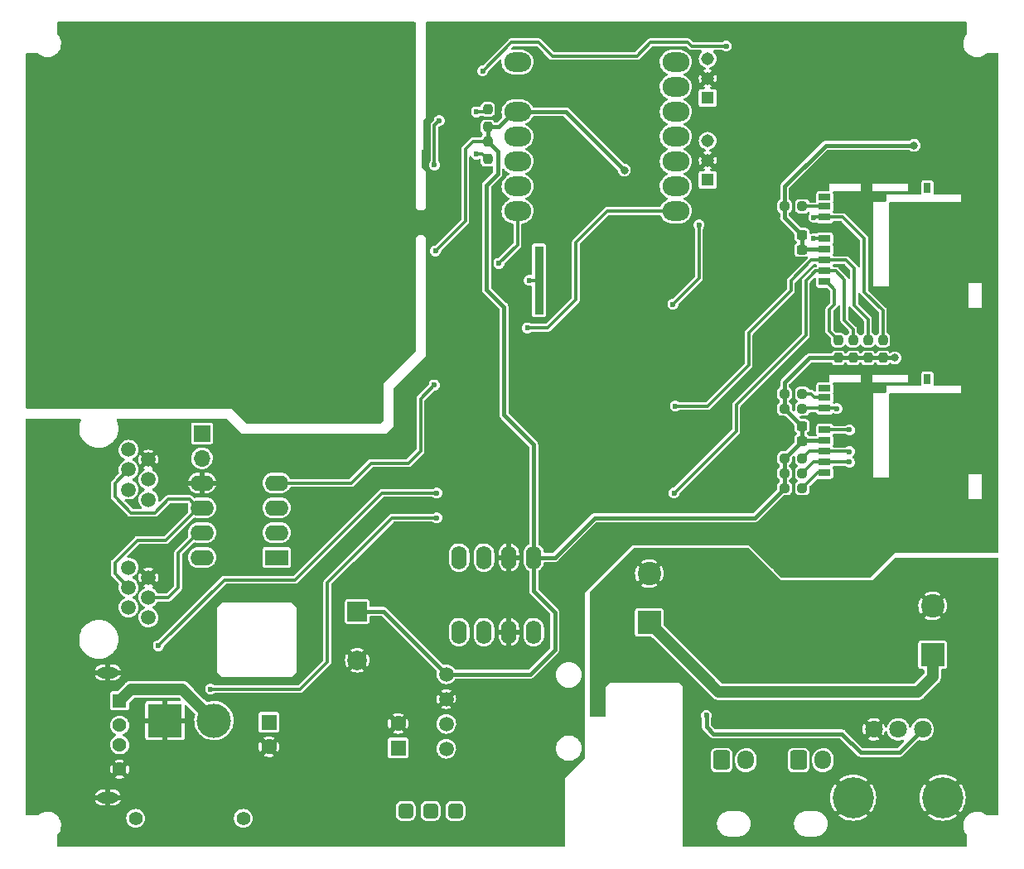
<source format=gbl>
G04 #@! TF.GenerationSoftware,KiCad,Pcbnew,(6.0.9)*
G04 #@! TF.CreationDate,2023-04-01T11:17:41+09:00*
G04 #@! TF.ProjectId,MainBoard,4d61696e-426f-4617-9264-2e6b69636164,rev?*
G04 #@! TF.SameCoordinates,Original*
G04 #@! TF.FileFunction,Copper,L2,Bot*
G04 #@! TF.FilePolarity,Positive*
%FSLAX46Y46*%
G04 Gerber Fmt 4.6, Leading zero omitted, Abs format (unit mm)*
G04 Created by KiCad (PCBNEW (6.0.9)) date 2023-04-01 11:17:41*
%MOMM*%
%LPD*%
G01*
G04 APERTURE LIST*
G04 Aperture macros list*
%AMRoundRect*
0 Rectangle with rounded corners*
0 $1 Rounding radius*
0 $2 $3 $4 $5 $6 $7 $8 $9 X,Y pos of 4 corners*
0 Add a 4 corners polygon primitive as box body*
4,1,4,$2,$3,$4,$5,$6,$7,$8,$9,$2,$3,0*
0 Add four circle primitives for the rounded corners*
1,1,$1+$1,$2,$3*
1,1,$1+$1,$4,$5*
1,1,$1+$1,$6,$7*
1,1,$1+$1,$8,$9*
0 Add four rect primitives between the rounded corners*
20,1,$1+$1,$2,$3,$4,$5,0*
20,1,$1+$1,$4,$5,$6,$7,0*
20,1,$1+$1,$6,$7,$8,$9,0*
20,1,$1+$1,$8,$9,$2,$3,0*%
G04 Aperture macros list end*
G04 #@! TA.AperFunction,ComponentPad*
%ADD10R,1.308000X1.308000*%
G04 #@! TD*
G04 #@! TA.AperFunction,ComponentPad*
%ADD11C,1.308000*%
G04 #@! TD*
G04 #@! TA.AperFunction,ComponentPad*
%ADD12R,1.428000X1.428000*%
G04 #@! TD*
G04 #@! TA.AperFunction,ComponentPad*
%ADD13C,1.428000*%
G04 #@! TD*
G04 #@! TA.AperFunction,ComponentPad*
%ADD14O,2.216000X1.108000*%
G04 #@! TD*
G04 #@! TA.AperFunction,ComponentPad*
%ADD15R,2.400000X2.400000*%
G04 #@! TD*
G04 #@! TA.AperFunction,ComponentPad*
%ADD16C,2.400000*%
G04 #@! TD*
G04 #@! TA.AperFunction,ComponentPad*
%ADD17C,1.500000*%
G04 #@! TD*
G04 #@! TA.AperFunction,ComponentPad*
%ADD18RoundRect,0.381000X-0.381000X-0.381000X0.381000X-0.381000X0.381000X0.381000X-0.381000X0.381000X0*%
G04 #@! TD*
G04 #@! TA.AperFunction,ComponentPad*
%ADD19R,2.000000X2.000000*%
G04 #@! TD*
G04 #@! TA.AperFunction,ComponentPad*
%ADD20C,2.000000*%
G04 #@! TD*
G04 #@! TA.AperFunction,ComponentPad*
%ADD21R,1.600000X1.600000*%
G04 #@! TD*
G04 #@! TA.AperFunction,ComponentPad*
%ADD22C,1.600000*%
G04 #@! TD*
G04 #@! TA.AperFunction,ComponentPad*
%ADD23R,1.700000X1.700000*%
G04 #@! TD*
G04 #@! TA.AperFunction,ComponentPad*
%ADD24O,1.700000X1.700000*%
G04 #@! TD*
G04 #@! TA.AperFunction,ComponentPad*
%ADD25RoundRect,0.250000X-0.600000X-0.725000X0.600000X-0.725000X0.600000X0.725000X-0.600000X0.725000X0*%
G04 #@! TD*
G04 #@! TA.AperFunction,ComponentPad*
%ADD26O,1.700000X1.950000*%
G04 #@! TD*
G04 #@! TA.AperFunction,ComponentPad*
%ADD27C,1.400000*%
G04 #@! TD*
G04 #@! TA.AperFunction,ComponentPad*
%ADD28R,3.500000X3.500000*%
G04 #@! TD*
G04 #@! TA.AperFunction,ComponentPad*
%ADD29C,3.500000*%
G04 #@! TD*
G04 #@! TA.AperFunction,ComponentPad*
%ADD30C,1.509000*%
G04 #@! TD*
G04 #@! TA.AperFunction,ComponentPad*
%ADD31C,4.200000*%
G04 #@! TD*
G04 #@! TA.AperFunction,ComponentPad*
%ADD32C,1.800000*%
G04 #@! TD*
G04 #@! TA.AperFunction,ComponentPad*
%ADD33R,2.400000X1.600000*%
G04 #@! TD*
G04 #@! TA.AperFunction,ComponentPad*
%ADD34O,2.400000X1.600000*%
G04 #@! TD*
G04 #@! TA.AperFunction,ComponentPad*
%ADD35O,1.600000X2.400000*%
G04 #@! TD*
G04 #@! TA.AperFunction,SMDPad,CuDef*
%ADD36RoundRect,0.237500X0.250000X0.237500X-0.250000X0.237500X-0.250000X-0.237500X0.250000X-0.237500X0*%
G04 #@! TD*
G04 #@! TA.AperFunction,SMDPad,CuDef*
%ADD37O,2.748280X1.998980*%
G04 #@! TD*
G04 #@! TA.AperFunction,SMDPad,CuDef*
%ADD38RoundRect,0.237500X0.300000X0.237500X-0.300000X0.237500X-0.300000X-0.237500X0.300000X-0.237500X0*%
G04 #@! TD*
G04 #@! TA.AperFunction,SMDPad,CuDef*
%ADD39R,0.950000X7.000000*%
G04 #@! TD*
G04 #@! TA.AperFunction,SMDPad,CuDef*
%ADD40R,0.950000X2.350000*%
G04 #@! TD*
G04 #@! TA.AperFunction,SMDPad,CuDef*
%ADD41R,1.200000X0.700000*%
G04 #@! TD*
G04 #@! TA.AperFunction,SMDPad,CuDef*
%ADD42R,0.800000X1.000000*%
G04 #@! TD*
G04 #@! TA.AperFunction,SMDPad,CuDef*
%ADD43R,1.200000X1.000000*%
G04 #@! TD*
G04 #@! TA.AperFunction,SMDPad,CuDef*
%ADD44R,1.900000X1.300000*%
G04 #@! TD*
G04 #@! TA.AperFunction,SMDPad,CuDef*
%ADD45R,2.800000X1.000000*%
G04 #@! TD*
G04 #@! TA.AperFunction,SMDPad,CuDef*
%ADD46RoundRect,0.237500X-0.237500X0.250000X-0.237500X-0.250000X0.237500X-0.250000X0.237500X0.250000X0*%
G04 #@! TD*
G04 #@! TA.AperFunction,SMDPad,CuDef*
%ADD47RoundRect,0.237500X0.237500X-0.250000X0.237500X0.250000X-0.237500X0.250000X-0.237500X-0.250000X0*%
G04 #@! TD*
G04 #@! TA.AperFunction,ViaPad*
%ADD48C,0.600000*%
G04 #@! TD*
G04 #@! TA.AperFunction,ViaPad*
%ADD49C,0.800000*%
G04 #@! TD*
G04 #@! TA.AperFunction,Conductor*
%ADD50C,0.400000*%
G04 #@! TD*
G04 #@! TA.AperFunction,Conductor*
%ADD51C,0.300000*%
G04 #@! TD*
G04 #@! TA.AperFunction,Conductor*
%ADD52C,1.200000*%
G04 #@! TD*
G04 APERTURE END LIST*
D10*
X136779000Y-70326000D03*
D11*
X136779000Y-68326000D03*
X136779000Y-66326000D03*
D12*
X76679500Y-132009000D03*
D13*
X76679500Y-134509000D03*
X76679500Y-136509000D03*
X76679500Y-139009000D03*
D14*
X75479500Y-129109000D03*
X75479500Y-141909000D03*
D15*
X159766000Y-127291959D03*
D16*
X159766000Y-122291959D03*
D17*
X110059999Y-129286001D03*
X110059999Y-131826001D03*
X110059999Y-134366001D03*
X110059999Y-136906001D03*
D18*
X105918000Y-143256000D03*
X108458000Y-143256000D03*
X110998000Y-143256000D03*
D19*
X100965000Y-122854323D03*
D20*
X100965000Y-127854323D03*
D21*
X91948000Y-134199621D03*
D22*
X91948000Y-136699621D03*
D23*
X85090000Y-104643000D03*
D24*
X85090000Y-107183000D03*
D25*
X138196000Y-138070000D03*
D26*
X140696000Y-138070000D03*
D21*
X105156000Y-136818380D03*
D22*
X105156000Y-134318380D03*
D27*
X78320000Y-144025000D03*
X89320000Y-144025000D03*
D28*
X81320000Y-134025000D03*
D29*
X86320000Y-134025000D03*
D30*
X77599000Y-106313000D03*
X79629000Y-107333000D03*
X77599000Y-108353000D03*
X79629000Y-109373000D03*
X77599000Y-110393000D03*
X79629000Y-111413000D03*
X77599000Y-118373000D03*
X79629000Y-119393000D03*
X77599000Y-120413000D03*
X79629000Y-121433000D03*
X77599000Y-122453000D03*
X79629000Y-123473000D03*
D10*
X136779000Y-78708000D03*
D11*
X136779000Y-76708000D03*
X136779000Y-74708000D03*
D31*
X151638000Y-141916000D03*
X160782000Y-141916000D03*
D32*
X158750000Y-134916000D03*
X156250000Y-134916000D03*
X153750000Y-134916000D03*
D15*
X130810000Y-123989959D03*
D16*
X130810000Y-118989959D03*
D33*
X92725000Y-117338000D03*
D34*
X92725000Y-114798000D03*
X92725000Y-112258000D03*
X92725000Y-109718000D03*
X85105000Y-109718000D03*
X85105000Y-112258000D03*
X85105000Y-114798000D03*
X85105000Y-117338000D03*
D25*
X146070000Y-138070000D03*
D26*
X148570000Y-138070000D03*
D35*
X118999000Y-117348000D03*
X116459000Y-117348000D03*
X113919000Y-117348000D03*
X111379000Y-117348000D03*
X111379000Y-124968000D03*
X113919000Y-124968000D03*
X116459000Y-124968000D03*
X118999000Y-124968000D03*
D36*
X146454500Y-100584000D03*
X144629500Y-100584000D03*
D37*
X133511290Y-66660490D03*
X133511290Y-69200490D03*
X133511290Y-71740490D03*
X133511290Y-74280490D03*
X133511290Y-76820490D03*
X133511290Y-79360490D03*
X133511290Y-81900490D03*
X117346730Y-81900490D03*
X117346730Y-79360490D03*
X117346730Y-76820490D03*
X117346730Y-74280490D03*
X117346730Y-71740490D03*
X117346730Y-69200490D03*
X117346730Y-66660490D03*
D38*
X146404500Y-105410000D03*
X144679500Y-105410000D03*
D39*
X119543000Y-88988000D03*
D40*
X119543000Y-102888000D03*
D41*
X148739000Y-108693000D03*
X148739000Y-107593000D03*
X148739000Y-106493000D03*
X148739000Y-105393000D03*
X148739000Y-104293000D03*
X148739000Y-103193000D03*
X148739000Y-102093000D03*
X148739000Y-100993000D03*
X148739000Y-100043000D03*
D42*
X159239000Y-99093000D03*
D43*
X153039000Y-99093000D03*
X148739000Y-110243000D03*
D44*
X163839000Y-112593000D03*
D45*
X163389000Y-99093000D03*
D46*
X150114000Y-95099500D03*
X150114000Y-96924500D03*
X114300000Y-71477500D03*
X114300000Y-73302500D03*
D38*
X146404500Y-84328000D03*
X144679500Y-84328000D03*
D46*
X151638000Y-95099500D03*
X151638000Y-96924500D03*
D38*
X146404500Y-103886000D03*
X144679500Y-103886000D03*
D36*
X146454500Y-110236000D03*
X144629500Y-110236000D03*
D47*
X114300000Y-76604500D03*
X114300000Y-74779500D03*
D41*
X148739000Y-89135000D03*
X148739000Y-88035000D03*
X148739000Y-86935000D03*
X148739000Y-85835000D03*
X148739000Y-84735000D03*
X148739000Y-83635000D03*
X148739000Y-82535000D03*
X148739000Y-81435000D03*
X148739000Y-80485000D03*
D42*
X159239000Y-79535000D03*
D43*
X153039000Y-79535000D03*
D44*
X163839000Y-93035000D03*
D43*
X148739000Y-90685000D03*
D45*
X163389000Y-79535000D03*
D36*
X146454500Y-81407000D03*
X144629500Y-81407000D03*
D46*
X153162000Y-95099500D03*
X153162000Y-96924500D03*
X154686000Y-95099500D03*
X154686000Y-96924500D03*
D36*
X146454500Y-102108000D03*
X144629500Y-102108000D03*
D38*
X146404500Y-85852000D03*
X144679500Y-85852000D03*
D36*
X146454500Y-108712000D03*
X144629500Y-108712000D03*
X146454500Y-107188000D03*
X144629500Y-107188000D03*
D48*
X81026000Y-98044000D03*
X90678000Y-81026000D03*
X120396000Y-136398000D03*
X87503000Y-131699000D03*
X67818000Y-101600000D03*
X99060000Y-105156000D03*
X136194800Y-105613200D03*
X106426000Y-89154000D03*
X78486000Y-63246000D03*
X124714000Y-106934000D03*
X89154000Y-134620000D03*
X118872000Y-130556000D03*
X134366000Y-115316000D03*
X122174000Y-63246000D03*
X99314000Y-95250000D03*
X146177000Y-82677000D03*
X75438000Y-117094000D03*
X137617200Y-112268000D03*
X147574000Y-102997000D03*
X115824000Y-64262000D03*
X90551000Y-91440000D03*
X120142000Y-111252000D03*
X90932000Y-144272000D03*
X67818000Y-143256000D03*
X97282000Y-72390000D03*
X100584000Y-85090000D03*
X118872000Y-127254000D03*
X135636000Y-79883000D03*
X153035000Y-78232000D03*
X115062000Y-82296000D03*
X93218000Y-103124000D03*
X96266000Y-87884000D03*
X90424000Y-70358000D03*
X123190000Y-99060000D03*
X133350000Y-90043000D03*
X79502000Y-113792000D03*
X114046000Y-146304000D03*
X80899000Y-110490000D03*
X90678000Y-109982000D03*
X145288000Y-85090000D03*
X92202000Y-66802000D03*
X155956000Y-95504000D03*
X81534000Y-139192000D03*
X126746000Y-114300000D03*
X105918000Y-77216000D03*
X71374000Y-129032000D03*
X162814000Y-94488000D03*
X118364000Y-121666000D03*
X71882000Y-103632000D03*
X128397000Y-78994000D03*
X85598000Y-101600000D03*
X73406000Y-71628000D03*
X133604000Y-100584000D03*
X100584000Y-72644000D03*
X137617200Y-114122200D03*
X67818000Y-122936000D03*
X165862000Y-86868000D03*
X133604000Y-97536000D03*
X155956000Y-107188000D03*
X80518000Y-93218000D03*
X146050000Y-89408000D03*
X70866000Y-125476000D03*
X165862000Y-114300000D03*
X149098000Y-63246000D03*
X88646000Y-106172000D03*
X96774000Y-75946000D03*
X99822000Y-79502000D03*
X71882000Y-140208000D03*
X67818000Y-138176000D03*
X103124000Y-82550000D03*
X157226000Y-104648000D03*
X127254000Y-88900000D03*
X71374000Y-137160000D03*
X125984000Y-96266000D03*
X150368000Y-111506000D03*
X77978000Y-85852000D03*
X124714000Y-111252000D03*
X155702000Y-116332000D03*
X67818000Y-74168000D03*
X113284000Y-109220000D03*
X106426000Y-63246000D03*
X77470000Y-103632000D03*
X153670000Y-118364000D03*
X153924000Y-97917000D03*
X77216000Y-115189000D03*
X88392000Y-112268000D03*
X75184000Y-91948000D03*
X80010000Y-71628000D03*
X152654000Y-91186000D03*
X102616000Y-91948000D03*
X128270000Y-104140000D03*
X162560000Y-63246000D03*
X83820000Y-93218000D03*
X157734000Y-99060000D03*
X100330000Y-136652000D03*
X128778000Y-112014000D03*
X152146000Y-93218000D03*
X128778000Y-108204000D03*
X97663000Y-93345000D03*
X128778000Y-73152000D03*
X143510000Y-86614000D03*
X67818000Y-69088000D03*
X136906000Y-84328000D03*
X101600000Y-144272000D03*
X116078000Y-84836000D03*
X165862000Y-84328000D03*
X98806000Y-66802000D03*
X119938800Y-123037600D03*
X119634000Y-83312000D03*
X67818000Y-76708000D03*
X138938000Y-82042000D03*
X70866000Y-66294000D03*
X145796000Y-76454000D03*
X91186000Y-63246000D03*
X125730000Y-69596000D03*
X67818000Y-135636000D03*
X96139000Y-91440000D03*
X88646000Y-63246000D03*
X87630000Y-73914000D03*
X112014000Y-136652000D03*
X123190000Y-103632000D03*
X115112800Y-110134400D03*
X92710000Y-99060000D03*
X137617200Y-107797600D03*
X102362000Y-131826000D03*
X113792000Y-66040000D03*
X102362000Y-80010000D03*
X108458000Y-65786000D03*
X158242000Y-116332000D03*
X86106000Y-63246000D03*
X159258000Y-63246000D03*
X108458000Y-63246000D03*
X165862000Y-94488000D03*
X103886000Y-63246000D03*
X111252000Y-63246000D03*
X112649000Y-119253000D03*
X111506000Y-130302000D03*
X153924000Y-93980000D03*
X165862000Y-79248000D03*
X115062000Y-114554000D03*
X134874000Y-104140000D03*
X75438000Y-112268000D03*
X93218000Y-88646000D03*
X144018000Y-106172000D03*
X151130000Y-101600000D03*
X75946000Y-106680000D03*
X145415000Y-115951000D03*
X134620000Y-106680000D03*
X85090000Y-95250000D03*
X98552000Y-133604000D03*
X106019600Y-85775800D03*
X116459000Y-127508000D03*
X67818000Y-105664000D03*
X118618000Y-139192000D03*
X80518000Y-75946000D03*
X108966000Y-146304000D03*
X81026000Y-146304000D03*
X137668000Y-88900000D03*
X135509000Y-74803000D03*
X98806000Y-63246000D03*
X156718000Y-63246000D03*
X144018000Y-63246000D03*
X106934000Y-131572000D03*
X138557000Y-72644000D03*
X96520000Y-105156000D03*
X133350000Y-87884000D03*
X78740000Y-116840000D03*
X154305000Y-99949000D03*
X85598000Y-81026000D03*
X148590000Y-95504000D03*
X103251000Y-109982000D03*
X165862000Y-81788000D03*
X74168000Y-109982000D03*
X85598000Y-78486000D03*
X136652000Y-115189000D03*
X78486000Y-146304000D03*
X94742000Y-115316000D03*
X83058000Y-83566000D03*
X85852000Y-93345000D03*
X95504000Y-134874000D03*
X143002000Y-96012000D03*
X133350000Y-109220000D03*
X113919000Y-130556000D03*
X145161000Y-117729000D03*
X98806000Y-146304000D03*
X83566000Y-146304000D03*
X78486000Y-95250000D03*
X90424000Y-72390000D03*
X114046000Y-106172000D03*
X76454000Y-123698000D03*
X135483600Y-64211200D03*
X103124000Y-123952000D03*
X67818000Y-112776000D03*
X115316000Y-67437000D03*
X93218000Y-75946000D03*
X79248000Y-126238000D03*
X77978000Y-91948000D03*
X89281000Y-108585000D03*
X103124000Y-103124000D03*
X102870000Y-95504000D03*
X165862000Y-109728000D03*
X113919000Y-127508000D03*
X123698000Y-135128000D03*
X115570000Y-70358000D03*
X71882000Y-94488000D03*
X162814000Y-73660000D03*
X90805000Y-121158000D03*
X80518000Y-88646000D03*
X86106000Y-146304000D03*
X127762000Y-97536000D03*
X77470000Y-125476000D03*
X101346000Y-146304000D03*
X71374000Y-112776000D03*
X101600000Y-105156000D03*
X116586000Y-146304000D03*
X82550000Y-121920000D03*
X99568000Y-74676000D03*
X123698000Y-116332000D03*
X84582000Y-129540000D03*
X156464000Y-102743000D03*
X153035000Y-103886000D03*
X67818000Y-99568000D03*
X97282000Y-70358000D03*
X107442000Y-124968000D03*
X74422000Y-98044000D03*
X93980000Y-72390000D03*
X155956000Y-81534000D03*
X87122000Y-103632000D03*
X67818000Y-117856000D03*
X85852000Y-139954000D03*
X85852000Y-90678000D03*
X129794000Y-115316000D03*
X108458000Y-68326000D03*
X117348000Y-106172000D03*
X157734000Y-78994000D03*
X120777000Y-64643000D03*
X90678000Y-103124000D03*
X143256000Y-109220000D03*
X80518000Y-103632000D03*
X158242000Y-109220000D03*
X157480000Y-112014000D03*
X150368000Y-83566000D03*
X122682000Y-124460000D03*
X136194800Y-112268000D03*
X67818000Y-91948000D03*
X99822000Y-116078000D03*
X165862000Y-66548000D03*
X107696000Y-107569000D03*
X124460000Y-89916000D03*
X67818000Y-66548000D03*
X107950000Y-136652000D03*
X154051000Y-111506000D03*
X165862000Y-102108000D03*
X152400000Y-116332000D03*
X164592000Y-104648000D03*
X143510000Y-116078000D03*
X165862000Y-71628000D03*
X83566000Y-63246000D03*
X149606000Y-118872000D03*
X88646000Y-146304000D03*
X165862000Y-107188000D03*
X136906000Y-99187000D03*
X104648000Y-104648000D03*
X165862000Y-74168000D03*
X94742000Y-118237000D03*
X125984000Y-105156000D03*
X96266000Y-146304000D03*
X142240000Y-116840000D03*
X90678000Y-78486000D03*
X145542000Y-111252000D03*
X75184000Y-86868000D03*
X90170000Y-118364000D03*
X144399000Y-89154000D03*
X86868000Y-115824000D03*
X111506000Y-122936000D03*
X91186000Y-146304000D03*
X120142000Y-119888000D03*
X158242000Y-70104000D03*
X119126000Y-69088000D03*
X75946000Y-63246000D03*
X117602000Y-111252000D03*
X157988000Y-82804000D03*
X144018000Y-98679000D03*
X152400000Y-74168000D03*
X92202000Y-132080000D03*
X67818000Y-107696000D03*
X128270000Y-65024000D03*
X124714000Y-85344000D03*
X99822000Y-82296000D03*
X125222000Y-100584000D03*
X95250000Y-82296000D03*
X93726000Y-132080000D03*
X113538000Y-69342000D03*
X119888000Y-72898000D03*
X136398000Y-94488000D03*
X83058000Y-103632000D03*
X165862000Y-69088000D03*
X109982000Y-141478000D03*
X81026000Y-113792000D03*
X128270000Y-83058000D03*
X119126000Y-146304000D03*
X67818000Y-125476000D03*
X67818000Y-97028000D03*
X67818000Y-89408000D03*
X163322000Y-101092000D03*
X88138000Y-137668000D03*
X128524000Y-91694000D03*
X107950000Y-77216000D03*
X82042000Y-108458000D03*
X108712000Y-109474000D03*
X151638000Y-63246000D03*
X81534000Y-119888000D03*
X122174000Y-108204000D03*
X106426000Y-74930000D03*
X83058000Y-81026000D03*
X115316000Y-140970000D03*
X151892000Y-86614000D03*
X88138000Y-81026000D03*
X91821000Y-93345000D03*
X85598000Y-86106000D03*
X99314000Y-110744000D03*
X106426000Y-67310000D03*
X93726000Y-63246000D03*
X90678000Y-86106000D03*
X67818000Y-120396000D03*
X123190000Y-74168000D03*
X73152000Y-116332000D03*
X165862000Y-99568000D03*
X145034000Y-92964000D03*
X121666000Y-90932000D03*
X95250000Y-79502000D03*
X149098000Y-98044000D03*
X108077000Y-75184000D03*
X83058000Y-86106000D03*
X107442000Y-117348000D03*
X67818000Y-133096000D03*
X163068000Y-78486000D03*
X144018000Y-103124000D03*
X137617200Y-103479600D03*
X144399000Y-118999000D03*
X114046000Y-91440000D03*
X156718000Y-74168000D03*
X104140000Y-141732000D03*
X128270000Y-86614000D03*
X162306000Y-69850000D03*
X123698000Y-127508000D03*
X128778000Y-70104000D03*
X99314000Y-119888000D03*
X117094000Y-98552000D03*
X162814000Y-91948000D03*
X75946000Y-146304000D03*
X96266000Y-63246000D03*
X84582000Y-120904000D03*
X116078000Y-136652000D03*
X83566000Y-106172000D03*
X86106000Y-122428000D03*
X108458000Y-114300000D03*
X84836000Y-136906000D03*
X67818000Y-79248000D03*
X106172000Y-106172000D03*
X146558000Y-79756000D03*
X108966000Y-98501200D03*
X72898000Y-101600000D03*
X93472000Y-139192000D03*
X113334800Y-81788000D03*
X113919000Y-122682000D03*
X150622000Y-71374000D03*
X67818000Y-128016000D03*
X138176000Y-67056000D03*
X137160000Y-63246000D03*
X71882000Y-83820000D03*
X73406000Y-146304000D03*
X146304000Y-114300000D03*
X151130000Y-108966000D03*
X79756000Y-143002000D03*
X119888000Y-66548000D03*
X85598000Y-83566000D03*
X135509000Y-65913000D03*
X86106000Y-68834000D03*
X70358000Y-101600000D03*
X83820000Y-90678000D03*
X143510000Y-66294000D03*
X165862000Y-76708000D03*
X116586000Y-144018000D03*
X119634000Y-78232000D03*
X126746000Y-112268000D03*
X134366000Y-111760000D03*
X147701000Y-90170000D03*
X140716000Y-63246000D03*
X94996000Y-110998000D03*
X114173000Y-77851000D03*
X83058000Y-115189000D03*
X93726000Y-146304000D03*
X110236000Y-119126000D03*
X96266000Y-122174000D03*
X97028000Y-113030000D03*
X105156000Y-79756000D03*
X106426000Y-96012000D03*
X88138000Y-86106000D03*
X108458000Y-70866000D03*
X97536000Y-108712000D03*
X100838000Y-90170000D03*
X115570000Y-133096000D03*
X118872000Y-134112000D03*
X150876000Y-105410000D03*
X71374000Y-107188000D03*
X146558000Y-63246000D03*
X106426000Y-92456000D03*
X92202000Y-95250000D03*
X115062000Y-120142000D03*
X107950000Y-121412000D03*
X128778000Y-94488000D03*
X67818000Y-130556000D03*
X96266000Y-139192000D03*
X98298000Y-103124000D03*
X104394000Y-121920000D03*
X96901000Y-127381000D03*
X114554000Y-103124000D03*
X143002000Y-70104000D03*
X88138000Y-83566000D03*
X128270000Y-76200000D03*
X146050000Y-99364800D03*
X157734000Y-66294000D03*
X152654000Y-107442000D03*
X123952000Y-67056000D03*
X83058000Y-125476000D03*
X121666000Y-146304000D03*
X120650000Y-96012000D03*
X138430000Y-85598000D03*
X136398000Y-91694000D03*
X96266000Y-136906000D03*
X104902000Y-114300000D03*
X111760000Y-133985000D03*
X127254000Y-63246000D03*
X163322000Y-116332000D03*
X77978000Y-101600000D03*
X95250000Y-85090000D03*
X67818000Y-103632000D03*
X117602000Y-92456000D03*
X120904000Y-116078000D03*
X80518000Y-101600000D03*
X125730000Y-76708000D03*
X83058000Y-78486000D03*
X77978000Y-81788000D03*
X106934000Y-83820000D03*
X88138000Y-78486000D03*
X112522000Y-139700000D03*
X72390000Y-76200000D03*
X138557000Y-92583000D03*
X67818000Y-140716000D03*
X150622000Y-66294000D03*
X105664000Y-126492000D03*
X75438000Y-101600000D03*
X165862000Y-97028000D03*
X81915000Y-116332000D03*
X74930000Y-132588000D03*
X106680000Y-100838000D03*
X135204200Y-98933000D03*
X111506000Y-115062000D03*
X154432000Y-68834000D03*
X78232000Y-134874000D03*
X156718000Y-100965000D03*
X121666000Y-139192000D03*
X73914000Y-122682000D03*
X103886000Y-112014000D03*
X150622000Y-81026000D03*
X123698000Y-131064000D03*
X162814000Y-111506000D03*
X102108000Y-77216000D03*
X133858000Y-93726000D03*
X160782000Y-116332000D03*
X108204000Y-129032000D03*
X103124000Y-75184000D03*
X106426000Y-65278000D03*
X145542000Y-107950000D03*
X96901000Y-124206000D03*
X162814000Y-66548000D03*
X94742000Y-108712000D03*
X138684000Y-95758000D03*
X75184000Y-81788000D03*
X162306000Y-82804000D03*
X120142000Y-100584000D03*
X126238000Y-117856000D03*
X99695000Y-87884000D03*
X150114000Y-93726000D03*
X95758000Y-103124000D03*
X117094000Y-94996000D03*
X155956000Y-86360000D03*
X118364000Y-142494000D03*
X121666000Y-121666000D03*
X108356400Y-89154000D03*
X113030000Y-143256000D03*
X154686000Y-109778800D03*
X76454000Y-79248000D03*
X124206000Y-94996000D03*
X111506000Y-127508000D03*
X149352000Y-76200000D03*
X90678000Y-83566000D03*
X87122000Y-118364000D03*
X108204000Y-101447600D03*
X98933000Y-122555000D03*
X67818000Y-94488000D03*
X117856000Y-86614000D03*
X98907600Y-114249200D03*
X165862000Y-91948000D03*
X106426000Y-69850000D03*
X106934000Y-140970000D03*
X126492000Y-92456000D03*
X108356400Y-92964000D03*
X90678000Y-114300000D03*
X154178000Y-63246000D03*
X136194800Y-109169200D03*
X101955600Y-106984800D03*
X162814000Y-87376000D03*
X134747000Y-83566000D03*
X90932000Y-140716000D03*
X67818000Y-115316000D03*
X67818000Y-71628000D03*
X128270000Y-67056000D03*
X148082000Y-74168000D03*
X93980000Y-70358000D03*
X81026000Y-63246000D03*
X104648000Y-129540000D03*
X83820000Y-118872000D03*
X89662000Y-129921000D03*
X157734000Y-89154000D03*
X138684000Y-69850000D03*
X67818000Y-84328000D03*
X88392000Y-101600000D03*
X125730000Y-73660000D03*
X81534000Y-123952000D03*
X114554000Y-99060000D03*
X106426000Y-146304000D03*
X88138000Y-90424000D03*
X151028400Y-88138000D03*
X74930000Y-136144000D03*
X95758000Y-120142000D03*
X74930000Y-67564000D03*
X144018000Y-113030000D03*
X117094000Y-102108000D03*
X120142000Y-105156000D03*
X139065000Y-107061000D03*
X75946000Y-120904000D03*
X103886000Y-146304000D03*
X138430000Y-78486000D03*
X108712000Y-112014000D03*
X163322000Y-98044000D03*
X135890000Y-71755000D03*
X165862000Y-116332000D03*
X102108000Y-117094000D03*
X70866000Y-146304000D03*
X153162000Y-83566000D03*
X71882000Y-89408000D03*
X139065000Y-109347000D03*
X143510000Y-82804000D03*
X70866000Y-143256000D03*
X124206000Y-82804000D03*
X147701000Y-110363000D03*
X67818000Y-81788000D03*
X143510000Y-73914000D03*
X87122000Y-98044000D03*
X70866000Y-63246000D03*
X115062000Y-79756000D03*
X162814000Y-107696000D03*
X157988000Y-95504000D03*
X103886000Y-138430000D03*
X94869000Y-129667000D03*
X71374000Y-133096000D03*
X82931000Y-112522000D03*
X103886000Y-87122000D03*
X114046000Y-63246000D03*
X143510000Y-78740000D03*
X83058000Y-101600000D03*
X146812000Y-68834000D03*
X124460000Y-65151000D03*
X91440000Y-105156000D03*
X71374000Y-119380000D03*
X127762000Y-100584000D03*
X116078000Y-88392000D03*
X100838000Y-139192000D03*
X100838000Y-103124000D03*
X127254000Y-80772000D03*
X154178000Y-90170000D03*
X123190000Y-79248000D03*
X73406000Y-63246000D03*
X103124000Y-99314000D03*
X100025200Y-108864400D03*
X101346000Y-63246000D03*
X80010000Y-67056000D03*
X105079800Y-100330000D03*
X157734000Y-76454000D03*
X106426000Y-72390000D03*
X165862000Y-112268000D03*
X98298000Y-99060000D03*
X111506000Y-146304000D03*
X67818000Y-110236000D03*
X102743000Y-108458000D03*
X102870000Y-69088000D03*
X104394000Y-118872000D03*
X97282000Y-130048000D03*
X114046000Y-94996000D03*
X137617200Y-105156000D03*
X84582000Y-126746000D03*
X123698000Y-120396000D03*
X116459000Y-130556000D03*
X156210000Y-113792000D03*
X84074000Y-142748000D03*
X79248000Y-128524000D03*
X108356400Y-96850200D03*
X67818000Y-86868000D03*
X113411000Y-74041000D03*
X121158000Y-132588000D03*
X122682000Y-70612000D03*
X121666000Y-85344000D03*
X88138000Y-142240000D03*
X165862000Y-89408000D03*
X93980000Y-105156000D03*
D49*
X155905200Y-96926400D03*
X157861000Y-75184000D03*
X128270000Y-77724000D03*
D48*
X108966000Y-85979000D03*
X118541800Y-88976200D03*
X152019000Y-124333000D03*
X165862000Y-143256000D03*
X138557000Y-125095000D03*
X134874000Y-143764000D03*
X163322000Y-117856000D03*
X138303000Y-129286000D03*
X125222000Y-129032000D03*
X160020000Y-131826000D03*
X156210000Y-117856000D03*
X157734000Y-137668000D03*
X134874000Y-118872000D03*
X165862000Y-140716000D03*
X157226000Y-120904000D03*
X127508000Y-119126000D03*
X165862000Y-133096000D03*
X163322000Y-120396000D03*
X125222000Y-131572000D03*
X155956000Y-129032000D03*
X147066000Y-126492000D03*
X138557000Y-128016000D03*
X140970000Y-116840000D03*
X131572000Y-127000000D03*
X139446000Y-140208000D03*
X143510000Y-121158000D03*
X154686000Y-120904000D03*
X147066000Y-128270000D03*
X151638000Y-134366000D03*
X147066000Y-122936000D03*
X155956000Y-123444000D03*
X165862000Y-130556000D03*
X134874000Y-146304000D03*
X142367000Y-134366000D03*
X142494000Y-146304000D03*
X162814000Y-136652000D03*
X145288000Y-121158000D03*
X136017000Y-123825000D03*
X145288000Y-124714000D03*
X141478000Y-122936000D03*
X136398000Y-132207000D03*
X155194000Y-146304000D03*
X147320000Y-140208000D03*
X149555200Y-125628400D03*
X136017000Y-126365000D03*
X165862000Y-117856000D03*
X149098000Y-122936000D03*
X143510000Y-139700000D03*
X161798000Y-129794000D03*
X125222000Y-126492000D03*
X145288000Y-126492000D03*
X154686000Y-138430000D03*
X145288000Y-122936000D03*
X134620000Y-120904000D03*
X146812000Y-132334000D03*
X147066000Y-124714000D03*
X160274000Y-146304000D03*
X139954000Y-146304000D03*
X144018000Y-129540000D03*
X130302000Y-129540000D03*
X150114000Y-124714000D03*
X147320000Y-136398000D03*
X136398000Y-136144000D03*
X144780000Y-132334000D03*
X145034000Y-146304000D03*
X144907000Y-136398000D03*
X160782000Y-117856000D03*
X141478000Y-120396000D03*
X157734000Y-129032000D03*
X165862000Y-122936000D03*
X152146000Y-128270000D03*
X160782000Y-134620000D03*
X134874000Y-138684000D03*
X163830000Y-131572000D03*
X157734000Y-133096000D03*
X158242000Y-117856000D03*
X133477000Y-123825000D03*
X143510000Y-126492000D03*
X140589000Y-125095000D03*
X147574000Y-146304000D03*
X143510000Y-142748000D03*
X137414000Y-146304000D03*
X137922000Y-119380000D03*
X157226000Y-125984000D03*
X152654000Y-146304000D03*
X134747000Y-125095000D03*
X130810000Y-121666000D03*
X134874000Y-116840000D03*
X152019000Y-125095000D03*
X151892000Y-138430000D03*
X150266400Y-127965200D03*
X143510000Y-128270000D03*
X149606000Y-134366000D03*
X143129000Y-118999000D03*
X149098000Y-120904000D03*
X164084000Y-125476000D03*
X145288000Y-128270000D03*
X125222000Y-123952000D03*
X165862000Y-120396000D03*
X147066000Y-121158000D03*
X142240000Y-132334000D03*
X132334000Y-116840000D03*
X125222000Y-121412000D03*
X150114000Y-146304000D03*
X143510000Y-124714000D03*
X149860000Y-136398000D03*
X165862000Y-128016000D03*
X165862000Y-135636000D03*
X157734000Y-146304000D03*
X161798000Y-125984000D03*
X138303000Y-136271000D03*
X145542000Y-134366000D03*
X134874000Y-141224000D03*
X134366000Y-129540000D03*
X137922000Y-117348000D03*
X138811000Y-133731000D03*
X128270000Y-123952000D03*
X165862000Y-125476000D03*
X149606000Y-132334000D03*
X154686000Y-125984000D03*
X156210000Y-142240000D03*
X162814000Y-146304000D03*
X143510000Y-122936000D03*
X138557000Y-124333000D03*
X165862000Y-138176000D03*
X136906000Y-120904000D03*
X130048000Y-127000000D03*
X147066000Y-129540000D03*
X154178000Y-129032000D03*
X136652000Y-133502400D03*
X133350000Y-110744000D03*
X133477000Y-101854000D03*
X147624800Y-84734400D03*
X147624800Y-82550000D03*
X151282400Y-107594400D03*
X151282400Y-106502200D03*
X151282400Y-104292400D03*
X149987000Y-102108000D03*
X85979000Y-130810000D03*
X109093000Y-113284000D03*
X80645000Y-126365000D03*
X109093000Y-110744000D03*
X108839000Y-99695000D03*
X108864400Y-77190600D03*
X113157000Y-71755000D03*
X109347000Y-72644000D03*
X113157000Y-76073000D03*
X133223000Y-91440000D03*
X135890000Y-83312000D03*
X113792000Y-67564000D03*
X138684000Y-65024000D03*
X115443000Y-87249000D03*
X118364000Y-93853000D03*
D50*
X146404500Y-84328000D02*
X146404500Y-85852000D01*
X114173000Y-89916000D02*
X114173000Y-79248000D01*
X148844000Y-75184000D02*
X144629500Y-79398500D01*
X147169500Y-96924500D02*
X144629500Y-99464500D01*
X118999000Y-117348000D02*
X121158000Y-117348000D01*
X115419500Y-73302500D02*
X114300000Y-73302500D01*
D51*
X114300000Y-74779500D02*
X112799500Y-74779500D01*
X112014000Y-75565000D02*
X112014000Y-82931000D01*
D50*
X144629500Y-108712000D02*
X144629500Y-110236000D01*
X144629500Y-82553000D02*
X146404500Y-84328000D01*
X117346730Y-71740490D02*
X116981510Y-71740490D01*
X144629500Y-107188000D02*
X144629500Y-108712000D01*
X141581500Y-113284000D02*
X144629500Y-110236000D01*
X144629500Y-100584000D02*
X144629500Y-102108000D01*
X150114000Y-96924500D02*
X147169500Y-96924500D01*
X115316000Y-78105000D02*
X115316000Y-75795500D01*
X114300000Y-74779500D02*
X114300000Y-73302500D01*
X144629500Y-107185000D02*
X146404500Y-105410000D01*
X125222000Y-113284000D02*
X141581500Y-113284000D01*
X150114000Y-96924500D02*
X151638000Y-96924500D01*
X118999000Y-120777000D02*
X118999000Y-117348000D01*
X114173000Y-79248000D02*
X115316000Y-78105000D01*
X121158000Y-122936000D02*
X118999000Y-120777000D01*
D51*
X112014000Y-82931000D02*
X108966000Y-85979000D01*
D50*
X122286490Y-71740490D02*
X128270000Y-77724000D01*
X118617999Y-129286001D02*
X121158000Y-126746000D01*
D51*
X112799500Y-74779500D02*
X112014000Y-75565000D01*
D50*
X103628321Y-122854323D02*
X110059999Y-129286001D01*
X144629500Y-102108000D02*
X144629500Y-102111000D01*
X115951000Y-102743000D02*
X115951000Y-91694000D01*
X146421500Y-85835000D02*
X146404500Y-85852000D01*
X121158000Y-126746000D02*
X121158000Y-122936000D01*
X118999000Y-117348000D02*
X118999000Y-105791000D01*
X154686000Y-96924500D02*
X155903300Y-96924500D01*
X148739000Y-85835000D02*
X146421500Y-85835000D01*
X146421500Y-105393000D02*
X146404500Y-105410000D01*
X151638000Y-96924500D02*
X153162000Y-96924500D01*
X110059999Y-129286001D02*
X118617999Y-129286001D01*
X144629500Y-81407000D02*
X144629500Y-82553000D01*
X100965000Y-122854323D02*
X103628321Y-122854323D01*
X115951000Y-91694000D02*
X114173000Y-89916000D01*
X148739000Y-105393000D02*
X146421500Y-105393000D01*
X116981510Y-71740490D02*
X115419500Y-73302500D01*
X144629500Y-107188000D02*
X144629500Y-107185000D01*
X144629500Y-79398500D02*
X144629500Y-81407000D01*
X146404500Y-105410000D02*
X146404500Y-103886000D01*
X118999000Y-105791000D02*
X115951000Y-102743000D01*
X144629500Y-102111000D02*
X146404500Y-103886000D01*
X144629500Y-99464500D02*
X144629500Y-100584000D01*
X121158000Y-117348000D02*
X125222000Y-113284000D01*
X153162000Y-96924500D02*
X154686000Y-96924500D01*
X155903300Y-96924500D02*
X155905200Y-96926400D01*
X117346730Y-71740490D02*
X122286490Y-71740490D01*
X157861000Y-75184000D02*
X148844000Y-75184000D01*
X115316000Y-75795500D02*
X114300000Y-74779500D01*
D51*
X118553600Y-88988000D02*
X118541800Y-88976200D01*
X119543000Y-88988000D02*
X118553600Y-88988000D01*
D52*
X130810000Y-123989959D02*
X137884041Y-131064000D01*
X158242000Y-131064000D02*
X159766000Y-129540000D01*
X159766000Y-129540000D02*
X159766000Y-127291959D01*
X137884041Y-131064000D02*
X158242000Y-131064000D01*
D50*
X156379000Y-137287000D02*
X158750000Y-134916000D01*
X136652000Y-134670800D02*
X137363200Y-135382000D01*
X136652000Y-133502400D02*
X136652000Y-134670800D01*
X150495000Y-135382000D02*
X152400000Y-137287000D01*
X137363200Y-135382000D02*
X150495000Y-135382000D01*
X152400000Y-137287000D02*
X156379000Y-137287000D01*
D52*
X77878500Y-130810000D02*
X83105000Y-130810000D01*
X76679500Y-132009000D02*
X77878500Y-130810000D01*
X83105000Y-130810000D02*
X86320000Y-134025000D01*
D51*
X148739000Y-89135000D02*
X148952000Y-89135000D01*
X149733000Y-91440000D02*
X149225000Y-91948000D01*
X149733000Y-89916000D02*
X149733000Y-91440000D01*
X148952000Y-89135000D02*
X149733000Y-89916000D01*
X149225000Y-94210500D02*
X150114000Y-95099500D01*
X149225000Y-91948000D02*
X149225000Y-94210500D01*
X151638000Y-93980000D02*
X150749000Y-93091000D01*
X139827000Y-101600000D02*
X139700000Y-101727000D01*
X139700000Y-101727000D02*
X139700000Y-102235000D01*
X150749000Y-88900000D02*
X149884000Y-88035000D01*
X139700000Y-104394000D02*
X133350000Y-110744000D01*
X147804000Y-88035000D02*
X147447000Y-88392000D01*
X146812000Y-89662000D02*
X146812000Y-94615000D01*
X139700000Y-102235000D02*
X139700000Y-104394000D01*
X147447000Y-88392000D02*
X146812000Y-89027000D01*
X148739000Y-88035000D02*
X147804000Y-88035000D01*
X146812000Y-94615000D02*
X139827000Y-101600000D01*
X150749000Y-93091000D02*
X150749000Y-88900000D01*
X151638000Y-95099500D02*
X151638000Y-93980000D01*
X146812000Y-89027000D02*
X146812000Y-89662000D01*
X149884000Y-88035000D02*
X148739000Y-88035000D01*
X150943000Y-86935000D02*
X151765000Y-87757000D01*
X140970000Y-94361000D02*
X140970000Y-97663000D01*
X136779000Y-101854000D02*
X133477000Y-101854000D01*
X151765000Y-91567000D02*
X153162000Y-92964000D01*
X147380000Y-86935000D02*
X145288000Y-89027000D01*
X140970000Y-97663000D02*
X136779000Y-101854000D01*
X151765000Y-87757000D02*
X151765000Y-91567000D01*
X153162000Y-92964000D02*
X153162000Y-95099500D01*
X148739000Y-86935000D02*
X147380000Y-86935000D01*
X148739000Y-86935000D02*
X150943000Y-86935000D01*
X145288000Y-89027000D02*
X145288000Y-90043000D01*
X145288000Y-90043000D02*
X140970000Y-94361000D01*
X147625400Y-84735000D02*
X147624800Y-84734400D01*
X148739000Y-84735000D02*
X147625400Y-84735000D01*
X148739000Y-82535000D02*
X150607000Y-82535000D01*
X150607000Y-82535000D02*
X152781000Y-84709000D01*
X152781000Y-84709000D02*
X152781000Y-90170000D01*
X152781000Y-90170000D02*
X154686000Y-92075000D01*
X148739000Y-82535000D02*
X147639800Y-82535000D01*
X154686000Y-92075000D02*
X154686000Y-95099500D01*
X147639800Y-82535000D02*
X147624800Y-82550000D01*
X146482500Y-81435000D02*
X146454500Y-81407000D01*
X148739000Y-81435000D02*
X146482500Y-81435000D01*
X148739000Y-108693000D02*
X147997500Y-108693000D01*
X147997500Y-108693000D02*
X146454500Y-110236000D01*
X151281000Y-107593000D02*
X151282400Y-107594400D01*
X147573500Y-107593000D02*
X146454500Y-108712000D01*
X148739000Y-107593000D02*
X147573500Y-107593000D01*
X148739000Y-107593000D02*
X151281000Y-107593000D01*
X151273200Y-106493000D02*
X151282400Y-106502200D01*
X148739000Y-106493000D02*
X147149500Y-106493000D01*
X148739000Y-106493000D02*
X151273200Y-106493000D01*
X147149500Y-106493000D02*
X146454500Y-107188000D01*
X148739000Y-104293000D02*
X151281800Y-104293000D01*
X151281800Y-104293000D02*
X151282400Y-104292400D01*
X149972000Y-102093000D02*
X149987000Y-102108000D01*
X148739000Y-102093000D02*
X146469500Y-102093000D01*
X146469500Y-102093000D02*
X146454500Y-102108000D01*
X148739000Y-102093000D02*
X149972000Y-102093000D01*
X147729000Y-100993000D02*
X147320000Y-100584000D01*
X148739000Y-100993000D02*
X147729000Y-100993000D01*
X147320000Y-100584000D02*
X146454500Y-100584000D01*
X104521000Y-113284000D02*
X105664000Y-113284000D01*
X85979000Y-130810000D02*
X95123000Y-130810000D01*
X105664000Y-113284000D02*
X109093000Y-113284000D01*
X95123000Y-130810000D02*
X97917000Y-128016000D01*
X97917000Y-119888000D02*
X104521000Y-113284000D01*
X97917000Y-128016000D02*
X97917000Y-126238000D01*
X97917000Y-126238000D02*
X97917000Y-119888000D01*
X87376000Y-119634000D02*
X92456000Y-119634000D01*
X94615000Y-119634000D02*
X96139000Y-118110000D01*
X103505000Y-110744000D02*
X109093000Y-110744000D01*
X96139000Y-118110000D02*
X103505000Y-110744000D01*
X80645000Y-126365000D02*
X87376000Y-119634000D01*
X92456000Y-119634000D02*
X94615000Y-119634000D01*
X76200000Y-117856000D02*
X76200000Y-119014000D01*
X84719000Y-112258000D02*
X81407000Y-115570000D01*
X76200000Y-119014000D02*
X77599000Y-120413000D01*
X77851000Y-112776000D02*
X80264000Y-112776000D01*
X78486000Y-115570000D02*
X76200000Y-117856000D01*
X85105000Y-112258000D02*
X84719000Y-112258000D01*
X83820000Y-111379000D02*
X84699000Y-112258000D01*
X76200000Y-111125000D02*
X77851000Y-112776000D01*
X76200000Y-109752000D02*
X76200000Y-111125000D01*
X77599000Y-108353000D02*
X76200000Y-109752000D01*
X81407000Y-115570000D02*
X78486000Y-115570000D01*
X84699000Y-112258000D02*
X85105000Y-112258000D01*
X81661000Y-111379000D02*
X83820000Y-111379000D01*
X80264000Y-112776000D02*
X81661000Y-111379000D01*
X102362000Y-107696000D02*
X106172000Y-107696000D01*
X106172000Y-107696000D02*
X107442000Y-106426000D01*
X107442000Y-101092000D02*
X108839000Y-99695000D01*
X100340000Y-109718000D02*
X102362000Y-107696000D01*
X107442000Y-106426000D02*
X107442000Y-101092000D01*
X92725000Y-109718000D02*
X100340000Y-109718000D01*
X82677000Y-116840000D02*
X82677000Y-120396000D01*
X85105000Y-114798000D02*
X84719000Y-114798000D01*
X84719000Y-114798000D02*
X82677000Y-116840000D01*
X82677000Y-120396000D02*
X81640000Y-121433000D01*
X81640000Y-121433000D02*
X79629000Y-121433000D01*
X108864400Y-77190600D02*
X108864400Y-73126600D01*
X114022500Y-71755000D02*
X114300000Y-71477500D01*
X113157000Y-71755000D02*
X114022500Y-71755000D01*
X108864400Y-73126600D02*
X109347000Y-72644000D01*
X113157000Y-76073000D02*
X113768500Y-76073000D01*
X113768500Y-76073000D02*
X114300000Y-76604500D01*
X135890000Y-88773000D02*
X135890000Y-83312000D01*
X133223000Y-91440000D02*
X135890000Y-88773000D01*
X129540000Y-66040000D02*
X130937000Y-64643000D01*
X116713000Y-64643000D02*
X119507000Y-64643000D01*
X134747000Y-64643000D02*
X135128000Y-65024000D01*
X119507000Y-64643000D02*
X120904000Y-66040000D01*
X120904000Y-66040000D02*
X129540000Y-66040000D01*
X113792000Y-67564000D02*
X116713000Y-64643000D01*
X130937000Y-64643000D02*
X134747000Y-64643000D01*
X135128000Y-65024000D02*
X138684000Y-65024000D01*
X117346730Y-85345270D02*
X117346730Y-81900490D01*
X115443000Y-87249000D02*
X117346730Y-85345270D01*
X123317000Y-85090000D02*
X126506510Y-81900490D01*
X126506510Y-81900490D02*
X133511290Y-81900490D01*
X118364000Y-93853000D02*
X120396000Y-93853000D01*
X120396000Y-93853000D02*
X123317000Y-90932000D01*
X123317000Y-90932000D02*
X123317000Y-85090000D01*
G04 #@! TA.AperFunction,Conductor*
G36*
X140985931Y-116352002D02*
G01*
X141006905Y-116368905D01*
X141744130Y-117106130D01*
X141754922Y-117120196D01*
X141755645Y-117119642D01*
X141844526Y-117235474D01*
X141851076Y-117240500D01*
X141851079Y-117240503D01*
X141960357Y-117324355D01*
X141959804Y-117325075D01*
X141973870Y-117335870D01*
X143903130Y-119265130D01*
X143913922Y-119279196D01*
X143914645Y-119278642D01*
X144003526Y-119394474D01*
X144010076Y-119399500D01*
X144010079Y-119399503D01*
X144119357Y-119483355D01*
X144118804Y-119484075D01*
X144132870Y-119494870D01*
X144272000Y-119634000D01*
X153670000Y-119634000D01*
X155919095Y-117384905D01*
X155981407Y-117350879D01*
X156008190Y-117348000D01*
X166375500Y-117348000D01*
X166443621Y-117368002D01*
X166490114Y-117421658D01*
X166501500Y-117474000D01*
X166501500Y-143618000D01*
X166481498Y-143686121D01*
X166427842Y-143732614D01*
X166375500Y-143744000D01*
X165343879Y-143744000D01*
X165275758Y-143723998D01*
X165263988Y-143715434D01*
X165104977Y-143585052D01*
X165104971Y-143585048D01*
X165100849Y-143581668D01*
X164893587Y-143463688D01*
X164669411Y-143382316D01*
X164664162Y-143381367D01*
X164664159Y-143381366D01*
X164583160Y-143366719D01*
X164434729Y-143339878D01*
X164430590Y-143339683D01*
X164430583Y-143339682D01*
X164411237Y-143338770D01*
X164411228Y-143338770D01*
X164409748Y-143338700D01*
X164242120Y-143338700D01*
X164159236Y-143345733D01*
X164069677Y-143353332D01*
X164069673Y-143353333D01*
X164064366Y-143353783D01*
X164059211Y-143355121D01*
X164059205Y-143355122D01*
X163838695Y-143412355D01*
X163838691Y-143412357D01*
X163833526Y-143413697D01*
X163828660Y-143415889D01*
X163828657Y-143415890D01*
X163716682Y-143466331D01*
X163616082Y-143511648D01*
X163418250Y-143644837D01*
X163414393Y-143648516D01*
X163414391Y-143648518D01*
X163326591Y-143732275D01*
X163245687Y-143809453D01*
X163103327Y-144000792D01*
X163100911Y-144005543D01*
X163100909Y-144005547D01*
X163044308Y-144116874D01*
X162995242Y-144213380D01*
X162959881Y-144327261D01*
X162926104Y-144436038D01*
X162926103Y-144436044D01*
X162924520Y-144441141D01*
X162923819Y-144446433D01*
X162906716Y-144575475D01*
X162893185Y-144677562D01*
X162902132Y-144915882D01*
X162903227Y-144921100D01*
X162903227Y-144921101D01*
X162924634Y-145023126D01*
X162951105Y-145149288D01*
X162953062Y-145154244D01*
X162953064Y-145154250D01*
X162982842Y-145229652D01*
X163038705Y-145371105D01*
X163162426Y-145574991D01*
X163165921Y-145579019D01*
X163165922Y-145579020D01*
X163271165Y-145700301D01*
X163300705Y-145764861D01*
X163302000Y-145782882D01*
X163302000Y-146817500D01*
X163281998Y-146885621D01*
X163228342Y-146932114D01*
X163176000Y-146943500D01*
X134365000Y-146943500D01*
X134296879Y-146923498D01*
X134250386Y-146869842D01*
X134239000Y-146817500D01*
X134239000Y-144570000D01*
X137735714Y-144570000D01*
X137755620Y-144797529D01*
X137814734Y-145018144D01*
X137817057Y-145023125D01*
X137817057Y-145023126D01*
X137908933Y-145220156D01*
X137908936Y-145220161D01*
X137911259Y-145225143D01*
X137914415Y-145229650D01*
X137914416Y-145229652D01*
X138013463Y-145371105D01*
X138042263Y-145412236D01*
X138203764Y-145573737D01*
X138208272Y-145576894D01*
X138208275Y-145576896D01*
X138384516Y-145700301D01*
X138390857Y-145704741D01*
X138395839Y-145707064D01*
X138395844Y-145707067D01*
X138558431Y-145782882D01*
X138597856Y-145801266D01*
X138603164Y-145802688D01*
X138603166Y-145802689D01*
X138813156Y-145858956D01*
X138813158Y-145858956D01*
X138818471Y-145860380D01*
X138917719Y-145869063D01*
X138986285Y-145875062D01*
X138986292Y-145875062D01*
X138989009Y-145875300D01*
X139902991Y-145875300D01*
X139905708Y-145875062D01*
X139905715Y-145875062D01*
X139974281Y-145869063D01*
X140073529Y-145860380D01*
X140078842Y-145858956D01*
X140078844Y-145858956D01*
X140288834Y-145802689D01*
X140288836Y-145802688D01*
X140294144Y-145801266D01*
X140333569Y-145782882D01*
X140496156Y-145707067D01*
X140496161Y-145707064D01*
X140501143Y-145704741D01*
X140507484Y-145700301D01*
X140683725Y-145576896D01*
X140683728Y-145576894D01*
X140688236Y-145573737D01*
X140849737Y-145412236D01*
X140878538Y-145371105D01*
X140977584Y-145229652D01*
X140977585Y-145229650D01*
X140980741Y-145225143D01*
X140983064Y-145220161D01*
X140983067Y-145220156D01*
X141074943Y-145023126D01*
X141074943Y-145023125D01*
X141077266Y-145018144D01*
X141136380Y-144797529D01*
X141156286Y-144570000D01*
X145609714Y-144570000D01*
X145629620Y-144797529D01*
X145688734Y-145018144D01*
X145691057Y-145023125D01*
X145691057Y-145023126D01*
X145782933Y-145220156D01*
X145782936Y-145220161D01*
X145785259Y-145225143D01*
X145788415Y-145229650D01*
X145788416Y-145229652D01*
X145887463Y-145371105D01*
X145916263Y-145412236D01*
X146077764Y-145573737D01*
X146082272Y-145576894D01*
X146082275Y-145576896D01*
X146258516Y-145700301D01*
X146264857Y-145704741D01*
X146269839Y-145707064D01*
X146269844Y-145707067D01*
X146432431Y-145782882D01*
X146471856Y-145801266D01*
X146477164Y-145802688D01*
X146477166Y-145802689D01*
X146687156Y-145858956D01*
X146687158Y-145858956D01*
X146692471Y-145860380D01*
X146791719Y-145869063D01*
X146860285Y-145875062D01*
X146860292Y-145875062D01*
X146863009Y-145875300D01*
X147776991Y-145875300D01*
X147779708Y-145875062D01*
X147779715Y-145875062D01*
X147848281Y-145869063D01*
X147947529Y-145860380D01*
X147952842Y-145858956D01*
X147952844Y-145858956D01*
X148162834Y-145802689D01*
X148162836Y-145802688D01*
X148168144Y-145801266D01*
X148207569Y-145782882D01*
X148370156Y-145707067D01*
X148370161Y-145707064D01*
X148375143Y-145704741D01*
X148381484Y-145700301D01*
X148557725Y-145576896D01*
X148557728Y-145576894D01*
X148562236Y-145573737D01*
X148723737Y-145412236D01*
X148752538Y-145371105D01*
X148851584Y-145229652D01*
X148851585Y-145229650D01*
X148854741Y-145225143D01*
X148857064Y-145220161D01*
X148857067Y-145220156D01*
X148948943Y-145023126D01*
X148948943Y-145023125D01*
X148951266Y-145018144D01*
X149010380Y-144797529D01*
X149030286Y-144570000D01*
X149010380Y-144342471D01*
X149008956Y-144337156D01*
X148952689Y-144127166D01*
X148952688Y-144127164D01*
X148951266Y-144121856D01*
X148938116Y-144093655D01*
X148857067Y-143919844D01*
X148857064Y-143919839D01*
X148854741Y-143914857D01*
X148783936Y-143813737D01*
X148741326Y-143752883D01*
X150166574Y-143752883D01*
X150173032Y-143762244D01*
X150198795Y-143784837D01*
X150205335Y-143789855D01*
X150455041Y-143956704D01*
X150462178Y-143960825D01*
X150731532Y-144093655D01*
X150739136Y-144096805D01*
X151023520Y-144193340D01*
X151031483Y-144195474D01*
X151326043Y-144254066D01*
X151334194Y-144255139D01*
X151633881Y-144274781D01*
X151642119Y-144274781D01*
X151941806Y-144255139D01*
X151949957Y-144254066D01*
X152244517Y-144195474D01*
X152252480Y-144193340D01*
X152536864Y-144096805D01*
X152544468Y-144093655D01*
X152813822Y-143960825D01*
X152820959Y-143956704D01*
X153070665Y-143789855D01*
X153077205Y-143784837D01*
X153101102Y-143763880D01*
X153108078Y-143752883D01*
X159310574Y-143752883D01*
X159317032Y-143762244D01*
X159342795Y-143784837D01*
X159349335Y-143789855D01*
X159599041Y-143956704D01*
X159606178Y-143960825D01*
X159875532Y-144093655D01*
X159883136Y-144096805D01*
X160167520Y-144193340D01*
X160175483Y-144195474D01*
X160470043Y-144254066D01*
X160478194Y-144255139D01*
X160777881Y-144274781D01*
X160786119Y-144274781D01*
X161085806Y-144255139D01*
X161093957Y-144254066D01*
X161388517Y-144195474D01*
X161396480Y-144193340D01*
X161680864Y-144096805D01*
X161688468Y-144093655D01*
X161957822Y-143960825D01*
X161964959Y-143956704D01*
X162214665Y-143789855D01*
X162221205Y-143784837D01*
X162245102Y-143763880D01*
X162253500Y-143750641D01*
X162247666Y-143740876D01*
X160794812Y-142288022D01*
X160780868Y-142280408D01*
X160779035Y-142280539D01*
X160772420Y-142284790D01*
X159318088Y-143739122D01*
X159310574Y-143752883D01*
X153108078Y-143752883D01*
X153109500Y-143750641D01*
X153103666Y-143740876D01*
X151650812Y-142288022D01*
X151636868Y-142280408D01*
X151635035Y-142280539D01*
X151628420Y-142284790D01*
X150174088Y-143739122D01*
X150166574Y-143752883D01*
X148741326Y-143752883D01*
X148726896Y-143732275D01*
X148726894Y-143732272D01*
X148723737Y-143727764D01*
X148562236Y-143566263D01*
X148557728Y-143563106D01*
X148557725Y-143563104D01*
X148379652Y-143438416D01*
X148379650Y-143438415D01*
X148375143Y-143435259D01*
X148370161Y-143432936D01*
X148370156Y-143432933D01*
X148173126Y-143341057D01*
X148173125Y-143341057D01*
X148168144Y-143338734D01*
X148162836Y-143337312D01*
X148162834Y-143337311D01*
X147952844Y-143281044D01*
X147952842Y-143281044D01*
X147947529Y-143279620D01*
X147848281Y-143270937D01*
X147779715Y-143264938D01*
X147779708Y-143264938D01*
X147776991Y-143264700D01*
X146863009Y-143264700D01*
X146860292Y-143264938D01*
X146860285Y-143264938D01*
X146791719Y-143270937D01*
X146692471Y-143279620D01*
X146687158Y-143281044D01*
X146687156Y-143281044D01*
X146477166Y-143337311D01*
X146477164Y-143337312D01*
X146471856Y-143338734D01*
X146466875Y-143341057D01*
X146466874Y-143341057D01*
X146269844Y-143432933D01*
X146269839Y-143432936D01*
X146264857Y-143435259D01*
X146260350Y-143438415D01*
X146260348Y-143438416D01*
X146082275Y-143563104D01*
X146082272Y-143563106D01*
X146077764Y-143566263D01*
X145916263Y-143727764D01*
X145913106Y-143732272D01*
X145913104Y-143732275D01*
X145856064Y-143813737D01*
X145785259Y-143914857D01*
X145782936Y-143919839D01*
X145782933Y-143919844D01*
X145701884Y-144093655D01*
X145688734Y-144121856D01*
X145687312Y-144127164D01*
X145687311Y-144127166D01*
X145631044Y-144337156D01*
X145629620Y-144342471D01*
X145609714Y-144570000D01*
X141156286Y-144570000D01*
X141136380Y-144342471D01*
X141134956Y-144337156D01*
X141078689Y-144127166D01*
X141078688Y-144127164D01*
X141077266Y-144121856D01*
X141064116Y-144093655D01*
X140983067Y-143919844D01*
X140983064Y-143919839D01*
X140980741Y-143914857D01*
X140909936Y-143813737D01*
X140852896Y-143732275D01*
X140852894Y-143732272D01*
X140849737Y-143727764D01*
X140688236Y-143566263D01*
X140683728Y-143563106D01*
X140683725Y-143563104D01*
X140505652Y-143438416D01*
X140505650Y-143438415D01*
X140501143Y-143435259D01*
X140496161Y-143432936D01*
X140496156Y-143432933D01*
X140299126Y-143341057D01*
X140299125Y-143341057D01*
X140294144Y-143338734D01*
X140288836Y-143337312D01*
X140288834Y-143337311D01*
X140078844Y-143281044D01*
X140078842Y-143281044D01*
X140073529Y-143279620D01*
X139974281Y-143270937D01*
X139905715Y-143264938D01*
X139905708Y-143264938D01*
X139902991Y-143264700D01*
X138989009Y-143264700D01*
X138986292Y-143264938D01*
X138986285Y-143264938D01*
X138917719Y-143270937D01*
X138818471Y-143279620D01*
X138813158Y-143281044D01*
X138813156Y-143281044D01*
X138603166Y-143337311D01*
X138603164Y-143337312D01*
X138597856Y-143338734D01*
X138592875Y-143341057D01*
X138592874Y-143341057D01*
X138395844Y-143432933D01*
X138395839Y-143432936D01*
X138390857Y-143435259D01*
X138386350Y-143438415D01*
X138386348Y-143438416D01*
X138208275Y-143563104D01*
X138208272Y-143563106D01*
X138203764Y-143566263D01*
X138042263Y-143727764D01*
X138039106Y-143732272D01*
X138039104Y-143732275D01*
X137982064Y-143813737D01*
X137911259Y-143914857D01*
X137908936Y-143919839D01*
X137908933Y-143919844D01*
X137827884Y-144093655D01*
X137814734Y-144121856D01*
X137813312Y-144127164D01*
X137813311Y-144127166D01*
X137757044Y-144337156D01*
X137755620Y-144342471D01*
X137735714Y-144570000D01*
X134239000Y-144570000D01*
X134239000Y-141920119D01*
X149279219Y-141920119D01*
X149298861Y-142219806D01*
X149299934Y-142227957D01*
X149358526Y-142522517D01*
X149360660Y-142530480D01*
X149457192Y-142814855D01*
X149460347Y-142822474D01*
X149593176Y-143091822D01*
X149597297Y-143098960D01*
X149764145Y-143348665D01*
X149769163Y-143355205D01*
X149790120Y-143379102D01*
X149803359Y-143387500D01*
X149813124Y-143381666D01*
X151265978Y-141928812D01*
X151272356Y-141917132D01*
X152002408Y-141917132D01*
X152002539Y-141918965D01*
X152006790Y-141925580D01*
X153461122Y-143379912D01*
X153474883Y-143387426D01*
X153484244Y-143380968D01*
X153506837Y-143355205D01*
X153511855Y-143348665D01*
X153678703Y-143098960D01*
X153682824Y-143091822D01*
X153815653Y-142822474D01*
X153818808Y-142814855D01*
X153915340Y-142530480D01*
X153917474Y-142522517D01*
X153976066Y-142227957D01*
X153977139Y-142219806D01*
X153996781Y-141920119D01*
X158423219Y-141920119D01*
X158442861Y-142219806D01*
X158443934Y-142227957D01*
X158502526Y-142522517D01*
X158504660Y-142530480D01*
X158601192Y-142814855D01*
X158604347Y-142822474D01*
X158737176Y-143091822D01*
X158741297Y-143098960D01*
X158908145Y-143348665D01*
X158913163Y-143355205D01*
X158934120Y-143379102D01*
X158947359Y-143387500D01*
X158957124Y-143381666D01*
X160409978Y-141928812D01*
X160416356Y-141917132D01*
X161146408Y-141917132D01*
X161146539Y-141918965D01*
X161150790Y-141925580D01*
X162605122Y-143379912D01*
X162618883Y-143387426D01*
X162628244Y-143380968D01*
X162650837Y-143355205D01*
X162655855Y-143348665D01*
X162822703Y-143098960D01*
X162826824Y-143091822D01*
X162959653Y-142822474D01*
X162962808Y-142814855D01*
X163059340Y-142530480D01*
X163061474Y-142522517D01*
X163120066Y-142227957D01*
X163121139Y-142219806D01*
X163140781Y-141920119D01*
X163140781Y-141911881D01*
X163121139Y-141612194D01*
X163120066Y-141604043D01*
X163061474Y-141309483D01*
X163059340Y-141301520D01*
X162962808Y-141017145D01*
X162959653Y-141009526D01*
X162826824Y-140740178D01*
X162822703Y-140733040D01*
X162655855Y-140483335D01*
X162650837Y-140476795D01*
X162629880Y-140452898D01*
X162616641Y-140444500D01*
X162606876Y-140450334D01*
X161154022Y-141903188D01*
X161146408Y-141917132D01*
X160416356Y-141917132D01*
X160417592Y-141914868D01*
X160417461Y-141913035D01*
X160413210Y-141906420D01*
X158958878Y-140452088D01*
X158945117Y-140444574D01*
X158935756Y-140451032D01*
X158913163Y-140476795D01*
X158908145Y-140483335D01*
X158741297Y-140733040D01*
X158737176Y-140740178D01*
X158604347Y-141009526D01*
X158601192Y-141017145D01*
X158504660Y-141301520D01*
X158502526Y-141309483D01*
X158443934Y-141604043D01*
X158442861Y-141612194D01*
X158423219Y-141911881D01*
X158423219Y-141920119D01*
X153996781Y-141920119D01*
X153996781Y-141911881D01*
X153977139Y-141612194D01*
X153976066Y-141604043D01*
X153917474Y-141309483D01*
X153915340Y-141301520D01*
X153818808Y-141017145D01*
X153815653Y-141009526D01*
X153682824Y-140740178D01*
X153678703Y-140733040D01*
X153511855Y-140483335D01*
X153506837Y-140476795D01*
X153485880Y-140452898D01*
X153472641Y-140444500D01*
X153462876Y-140450334D01*
X152010022Y-141903188D01*
X152002408Y-141917132D01*
X151272356Y-141917132D01*
X151273592Y-141914868D01*
X151273461Y-141913035D01*
X151269210Y-141906420D01*
X149814878Y-140452088D01*
X149801117Y-140444574D01*
X149791756Y-140451032D01*
X149769163Y-140476795D01*
X149764145Y-140483335D01*
X149597297Y-140733040D01*
X149593176Y-140740178D01*
X149460347Y-141009526D01*
X149457192Y-141017145D01*
X149360660Y-141301520D01*
X149358526Y-141309483D01*
X149299934Y-141604043D01*
X149298861Y-141612194D01*
X149279219Y-141911881D01*
X149279219Y-141920119D01*
X134239000Y-141920119D01*
X134239000Y-140081359D01*
X150166500Y-140081359D01*
X150172334Y-140091124D01*
X151625188Y-141543978D01*
X151639132Y-141551592D01*
X151640965Y-141551461D01*
X151647580Y-141547210D01*
X153101912Y-140092878D01*
X153108202Y-140081359D01*
X159310500Y-140081359D01*
X159316334Y-140091124D01*
X160769188Y-141543978D01*
X160783132Y-141551592D01*
X160784965Y-141551461D01*
X160791580Y-141547210D01*
X162245912Y-140092878D01*
X162253426Y-140079117D01*
X162246968Y-140069756D01*
X162221205Y-140047163D01*
X162214665Y-140042145D01*
X161964959Y-139875296D01*
X161957822Y-139871175D01*
X161688468Y-139738345D01*
X161680864Y-139735195D01*
X161396480Y-139638660D01*
X161388517Y-139636526D01*
X161093957Y-139577934D01*
X161085806Y-139576861D01*
X160786119Y-139557219D01*
X160777881Y-139557219D01*
X160478194Y-139576861D01*
X160470043Y-139577934D01*
X160175483Y-139636526D01*
X160167520Y-139638660D01*
X159883145Y-139735192D01*
X159875526Y-139738347D01*
X159606178Y-139871176D01*
X159599040Y-139875297D01*
X159349335Y-140042145D01*
X159342795Y-140047163D01*
X159318898Y-140068120D01*
X159310500Y-140081359D01*
X153108202Y-140081359D01*
X153109426Y-140079117D01*
X153102968Y-140069756D01*
X153077205Y-140047163D01*
X153070665Y-140042145D01*
X152820959Y-139875296D01*
X152813822Y-139871175D01*
X152544468Y-139738345D01*
X152536864Y-139735195D01*
X152252480Y-139638660D01*
X152244517Y-139636526D01*
X151949957Y-139577934D01*
X151941806Y-139576861D01*
X151642119Y-139557219D01*
X151633881Y-139557219D01*
X151334194Y-139576861D01*
X151326043Y-139577934D01*
X151031483Y-139636526D01*
X151023520Y-139638660D01*
X150739145Y-139735192D01*
X150731526Y-139738347D01*
X150462178Y-139871176D01*
X150455040Y-139875297D01*
X150205335Y-140042145D01*
X150198795Y-140047163D01*
X150174898Y-140068120D01*
X150166500Y-140081359D01*
X134239000Y-140081359D01*
X134239000Y-138842756D01*
X137091500Y-138842756D01*
X137098202Y-138904448D01*
X137148929Y-139039764D01*
X137154309Y-139046943D01*
X137154311Y-139046946D01*
X137192785Y-139098281D01*
X137235596Y-139155404D01*
X137242776Y-139160785D01*
X137344054Y-139236689D01*
X137344057Y-139236691D01*
X137351236Y-139242071D01*
X137435922Y-139273818D01*
X137479157Y-139290026D01*
X137479159Y-139290026D01*
X137486552Y-139292798D01*
X137494402Y-139293651D01*
X137494403Y-139293651D01*
X137495149Y-139293732D01*
X137548244Y-139299500D01*
X138843756Y-139299500D01*
X138896851Y-139293732D01*
X138897597Y-139293651D01*
X138897598Y-139293651D01*
X138905448Y-139292798D01*
X138912841Y-139290026D01*
X138912843Y-139290026D01*
X138956078Y-139273818D01*
X139040764Y-139242071D01*
X139047943Y-139236691D01*
X139047946Y-139236689D01*
X139149224Y-139160785D01*
X139156404Y-139155404D01*
X139199215Y-139098281D01*
X139237689Y-139046946D01*
X139237691Y-139046943D01*
X139243071Y-139039764D01*
X139293798Y-138904448D01*
X139300500Y-138842756D01*
X139300500Y-138247659D01*
X139591500Y-138247659D01*
X139606493Y-138404806D01*
X139665823Y-138607042D01*
X139668573Y-138612381D01*
X139719180Y-138710640D01*
X139762324Y-138794410D01*
X139766028Y-138799125D01*
X139888808Y-138955432D01*
X139888812Y-138955436D01*
X139892514Y-138960149D01*
X139897044Y-138964080D01*
X139897045Y-138964081D01*
X140047165Y-139094350D01*
X140047170Y-139094354D01*
X140051696Y-139098281D01*
X140234126Y-139203819D01*
X140433222Y-139272957D01*
X140439155Y-139273817D01*
X140439158Y-139273818D01*
X140635860Y-139302338D01*
X140635863Y-139302338D01*
X140641800Y-139303199D01*
X140852333Y-139293455D01*
X140858157Y-139292051D01*
X140858160Y-139292051D01*
X141051393Y-139245482D01*
X141051395Y-139245481D01*
X141057226Y-139244076D01*
X141062684Y-139241594D01*
X141062688Y-139241593D01*
X141240414Y-139160785D01*
X141249084Y-139156843D01*
X141420986Y-139034904D01*
X141566728Y-138882660D01*
X141592494Y-138842756D01*
X144965500Y-138842756D01*
X144972202Y-138904448D01*
X145022929Y-139039764D01*
X145028309Y-139046943D01*
X145028311Y-139046946D01*
X145066785Y-139098281D01*
X145109596Y-139155404D01*
X145116776Y-139160785D01*
X145218054Y-139236689D01*
X145218057Y-139236691D01*
X145225236Y-139242071D01*
X145309922Y-139273818D01*
X145353157Y-139290026D01*
X145353159Y-139290026D01*
X145360552Y-139292798D01*
X145368402Y-139293651D01*
X145368403Y-139293651D01*
X145369149Y-139293732D01*
X145422244Y-139299500D01*
X146717756Y-139299500D01*
X146770851Y-139293732D01*
X146771597Y-139293651D01*
X146771598Y-139293651D01*
X146779448Y-139292798D01*
X146786841Y-139290026D01*
X146786843Y-139290026D01*
X146830078Y-139273818D01*
X146914764Y-139242071D01*
X146921943Y-139236691D01*
X146921946Y-139236689D01*
X147023224Y-139160785D01*
X147030404Y-139155404D01*
X147073215Y-139098281D01*
X147111689Y-139046946D01*
X147111691Y-139046943D01*
X147117071Y-139039764D01*
X147167798Y-138904448D01*
X147174500Y-138842756D01*
X147174500Y-138247659D01*
X147465500Y-138247659D01*
X147480493Y-138404806D01*
X147539823Y-138607042D01*
X147542573Y-138612381D01*
X147593180Y-138710640D01*
X147636324Y-138794410D01*
X147640028Y-138799125D01*
X147762808Y-138955432D01*
X147762812Y-138955436D01*
X147766514Y-138960149D01*
X147771044Y-138964080D01*
X147771045Y-138964081D01*
X147921165Y-139094350D01*
X147921170Y-139094354D01*
X147925696Y-139098281D01*
X148108126Y-139203819D01*
X148307222Y-139272957D01*
X148313155Y-139273817D01*
X148313158Y-139273818D01*
X148509860Y-139302338D01*
X148509863Y-139302338D01*
X148515800Y-139303199D01*
X148726333Y-139293455D01*
X148732157Y-139292051D01*
X148732160Y-139292051D01*
X148925393Y-139245482D01*
X148925395Y-139245481D01*
X148931226Y-139244076D01*
X148936684Y-139241594D01*
X148936688Y-139241593D01*
X149114414Y-139160785D01*
X149123084Y-139156843D01*
X149294986Y-139034904D01*
X149440728Y-138882660D01*
X149497710Y-138794410D01*
X149551800Y-138710640D01*
X149551801Y-138710637D01*
X149555052Y-138705603D01*
X149633834Y-138510122D01*
X149674229Y-138303271D01*
X149674500Y-138297730D01*
X149674500Y-137892341D01*
X149659507Y-137735194D01*
X149640743Y-137671232D01*
X149601868Y-137538722D01*
X149600177Y-137532958D01*
X149549415Y-137434397D01*
X149506422Y-137350921D01*
X149506420Y-137350918D01*
X149503676Y-137345590D01*
X149434355Y-137257340D01*
X149377192Y-137184568D01*
X149377188Y-137184564D01*
X149373486Y-137179851D01*
X149368955Y-137175919D01*
X149218835Y-137045650D01*
X149218830Y-137045646D01*
X149214304Y-137041719D01*
X149031874Y-136936181D01*
X148832778Y-136867043D01*
X148826845Y-136866183D01*
X148826842Y-136866182D01*
X148630140Y-136837662D01*
X148630137Y-136837662D01*
X148624200Y-136836801D01*
X148413667Y-136846545D01*
X148407843Y-136847949D01*
X148407840Y-136847949D01*
X148214607Y-136894518D01*
X148214605Y-136894519D01*
X148208774Y-136895924D01*
X148203316Y-136898406D01*
X148203312Y-136898407D01*
X148124562Y-136934213D01*
X148016916Y-136983157D01*
X147845014Y-137105096D01*
X147699272Y-137257340D01*
X147696021Y-137262375D01*
X147638848Y-137350921D01*
X147584948Y-137434397D01*
X147506166Y-137629878D01*
X147465771Y-137836729D01*
X147465500Y-137842270D01*
X147465500Y-138247659D01*
X147174500Y-138247659D01*
X147174500Y-137297244D01*
X147167798Y-137235552D01*
X147117071Y-137100236D01*
X147111691Y-137093057D01*
X147111689Y-137093054D01*
X147035785Y-136991776D01*
X147030404Y-136984596D01*
X146963178Y-136934213D01*
X146921946Y-136903311D01*
X146921943Y-136903309D01*
X146914764Y-136897929D01*
X146825046Y-136864296D01*
X146786843Y-136849974D01*
X146786841Y-136849974D01*
X146779448Y-136847202D01*
X146771598Y-136846349D01*
X146771597Y-136846349D01*
X146721153Y-136840869D01*
X146721152Y-136840869D01*
X146717756Y-136840500D01*
X145422244Y-136840500D01*
X145418848Y-136840869D01*
X145418847Y-136840869D01*
X145368403Y-136846349D01*
X145368402Y-136846349D01*
X145360552Y-136847202D01*
X145353159Y-136849974D01*
X145353157Y-136849974D01*
X145314954Y-136864296D01*
X145225236Y-136897929D01*
X145218057Y-136903309D01*
X145218054Y-136903311D01*
X145176822Y-136934213D01*
X145109596Y-136984596D01*
X145104215Y-136991776D01*
X145028311Y-137093054D01*
X145028309Y-137093057D01*
X145022929Y-137100236D01*
X144972202Y-137235552D01*
X144965500Y-137297244D01*
X144965500Y-138842756D01*
X141592494Y-138842756D01*
X141623710Y-138794410D01*
X141677800Y-138710640D01*
X141677801Y-138710637D01*
X141681052Y-138705603D01*
X141759834Y-138510122D01*
X141800229Y-138303271D01*
X141800500Y-138297730D01*
X141800500Y-137892341D01*
X141785507Y-137735194D01*
X141766743Y-137671232D01*
X141727868Y-137538722D01*
X141726177Y-137532958D01*
X141675415Y-137434397D01*
X141632422Y-137350921D01*
X141632420Y-137350918D01*
X141629676Y-137345590D01*
X141560355Y-137257340D01*
X141503192Y-137184568D01*
X141503188Y-137184564D01*
X141499486Y-137179851D01*
X141494955Y-137175919D01*
X141344835Y-137045650D01*
X141344830Y-137045646D01*
X141340304Y-137041719D01*
X141157874Y-136936181D01*
X140958778Y-136867043D01*
X140952845Y-136866183D01*
X140952842Y-136866182D01*
X140756140Y-136837662D01*
X140756137Y-136837662D01*
X140750200Y-136836801D01*
X140539667Y-136846545D01*
X140533843Y-136847949D01*
X140533840Y-136847949D01*
X140340607Y-136894518D01*
X140340605Y-136894519D01*
X140334774Y-136895924D01*
X140329316Y-136898406D01*
X140329312Y-136898407D01*
X140250562Y-136934213D01*
X140142916Y-136983157D01*
X139971014Y-137105096D01*
X139825272Y-137257340D01*
X139822021Y-137262375D01*
X139764848Y-137350921D01*
X139710948Y-137434397D01*
X139632166Y-137629878D01*
X139591771Y-137836729D01*
X139591500Y-137842270D01*
X139591500Y-138247659D01*
X139300500Y-138247659D01*
X139300500Y-137297244D01*
X139293798Y-137235552D01*
X139243071Y-137100236D01*
X139237691Y-137093057D01*
X139237689Y-137093054D01*
X139161785Y-136991776D01*
X139156404Y-136984596D01*
X139089178Y-136934213D01*
X139047946Y-136903311D01*
X139047943Y-136903309D01*
X139040764Y-136897929D01*
X138951046Y-136864296D01*
X138912843Y-136849974D01*
X138912841Y-136849974D01*
X138905448Y-136847202D01*
X138897598Y-136846349D01*
X138897597Y-136846349D01*
X138847153Y-136840869D01*
X138847152Y-136840869D01*
X138843756Y-136840500D01*
X137548244Y-136840500D01*
X137544848Y-136840869D01*
X137544847Y-136840869D01*
X137494403Y-136846349D01*
X137494402Y-136846349D01*
X137486552Y-136847202D01*
X137479159Y-136849974D01*
X137479157Y-136849974D01*
X137440954Y-136864296D01*
X137351236Y-136897929D01*
X137344057Y-136903309D01*
X137344054Y-136903311D01*
X137302822Y-136934213D01*
X137235596Y-136984596D01*
X137230215Y-136991776D01*
X137154311Y-137093054D01*
X137154309Y-137093057D01*
X137148929Y-137100236D01*
X137098202Y-137235552D01*
X137091500Y-137297244D01*
X137091500Y-138842756D01*
X134239000Y-138842756D01*
X134239000Y-133502400D01*
X136092715Y-133502400D01*
X136111772Y-133647154D01*
X136114931Y-133654780D01*
X136159894Y-133763329D01*
X136167645Y-133782042D01*
X136172671Y-133788592D01*
X136176801Y-133795745D01*
X136175196Y-133796672D01*
X136197063Y-133853242D01*
X136197500Y-133863722D01*
X136197500Y-134636344D01*
X136196627Y-134651153D01*
X136192593Y-134685238D01*
X136194285Y-134694502D01*
X136194285Y-134694505D01*
X136203229Y-134743480D01*
X136203878Y-134747382D01*
X136211284Y-134796636D01*
X136212685Y-134805951D01*
X136215838Y-134812518D01*
X136217147Y-134819683D01*
X136244462Y-134872267D01*
X136246205Y-134875757D01*
X136271846Y-134929153D01*
X136276741Y-134934448D01*
X136276834Y-134934587D01*
X136280148Y-134940966D01*
X136284494Y-134946054D01*
X136322076Y-134983636D01*
X136325506Y-134987201D01*
X136364617Y-135029512D01*
X136371017Y-135033230D01*
X136377277Y-135038837D01*
X137017451Y-135679011D01*
X137027306Y-135690100D01*
X137048559Y-135717059D01*
X137056306Y-135722413D01*
X137097294Y-135750742D01*
X137100487Y-135753024D01*
X137148124Y-135788209D01*
X137154997Y-135790623D01*
X137160989Y-135794764D01*
X137217470Y-135812626D01*
X137221199Y-135813871D01*
X137277074Y-135833493D01*
X137284278Y-135833776D01*
X137284449Y-135833809D01*
X137291297Y-135835975D01*
X137297968Y-135836500D01*
X137351138Y-135836500D01*
X137356084Y-135836597D01*
X137413637Y-135838858D01*
X137420792Y-135836961D01*
X137429170Y-135836500D01*
X150254550Y-135836500D01*
X150322671Y-135856502D01*
X150343645Y-135873405D01*
X152054251Y-137584011D01*
X152064106Y-137595100D01*
X152085359Y-137622059D01*
X152105189Y-137635764D01*
X152134094Y-137655742D01*
X152137287Y-137658024D01*
X152184924Y-137693209D01*
X152191797Y-137695623D01*
X152197789Y-137699764D01*
X152254270Y-137717626D01*
X152257999Y-137718871D01*
X152313874Y-137738493D01*
X152321078Y-137738776D01*
X152321249Y-137738809D01*
X152328097Y-137740975D01*
X152334768Y-137741500D01*
X152387938Y-137741500D01*
X152392884Y-137741597D01*
X152450437Y-137743858D01*
X152457592Y-137741961D01*
X152465970Y-137741500D01*
X156344544Y-137741500D01*
X156359354Y-137742373D01*
X156393438Y-137746407D01*
X156402702Y-137744715D01*
X156402705Y-137744715D01*
X156451680Y-137735771D01*
X156455582Y-137735122D01*
X156504836Y-137727716D01*
X156504839Y-137727715D01*
X156514151Y-137726315D01*
X156520718Y-137723162D01*
X156527883Y-137721853D01*
X156580467Y-137694538D01*
X156583957Y-137692795D01*
X156637353Y-137667154D01*
X156642648Y-137662259D01*
X156642787Y-137662166D01*
X156649166Y-137658852D01*
X156654254Y-137654506D01*
X156691836Y-137616924D01*
X156695402Y-137613494D01*
X156737712Y-137574383D01*
X156741430Y-137567983D01*
X156747037Y-137561723D01*
X158260811Y-136047949D01*
X158323123Y-136013923D01*
X158388169Y-136017177D01*
X158391711Y-136018699D01*
X158397343Y-136019973D01*
X158397348Y-136019975D01*
X158593025Y-136064252D01*
X158593030Y-136064253D01*
X158598662Y-136065527D01*
X158604433Y-136065754D01*
X158604435Y-136065754D01*
X158669911Y-136068326D01*
X158810681Y-136073857D01*
X158915674Y-136058634D01*
X159014953Y-136044239D01*
X159014958Y-136044238D01*
X159020667Y-136043410D01*
X159026131Y-136041555D01*
X159026136Y-136041554D01*
X159119240Y-136009949D01*
X159221589Y-135975207D01*
X159289418Y-135937221D01*
X159401670Y-135874357D01*
X159401674Y-135874354D01*
X159406717Y-135871530D01*
X159569852Y-135735852D01*
X159705530Y-135572717D01*
X159708354Y-135567674D01*
X159708357Y-135567670D01*
X159806383Y-135392632D01*
X159806384Y-135392630D01*
X159809207Y-135387589D01*
X159877410Y-135186667D01*
X159879052Y-135175348D01*
X159901199Y-135022598D01*
X159907857Y-134976681D01*
X159909446Y-134916000D01*
X159894426Y-134752539D01*
X159890560Y-134710462D01*
X159890559Y-134710459D01*
X159890031Y-134704708D01*
X159887154Y-134694505D01*
X159834004Y-134506051D01*
X159834003Y-134506049D01*
X159832436Y-134500492D01*
X159823584Y-134482540D01*
X159741145Y-134315372D01*
X159738590Y-134310191D01*
X159611636Y-134140179D01*
X159587524Y-134117890D01*
X159460066Y-134000069D01*
X159460063Y-134000067D01*
X159455826Y-133996150D01*
X159276377Y-133882926D01*
X159079300Y-133804300D01*
X159073643Y-133803175D01*
X159073637Y-133803173D01*
X158876863Y-133764033D01*
X158876859Y-133764033D01*
X158871195Y-133762906D01*
X158865420Y-133762830D01*
X158865416Y-133762830D01*
X158758804Y-133761434D01*
X158659031Y-133760128D01*
X158653334Y-133761107D01*
X158653333Y-133761107D01*
X158455610Y-133795082D01*
X158449913Y-133796061D01*
X158250846Y-133869501D01*
X158245885Y-133872453D01*
X158245884Y-133872453D01*
X158073463Y-133975032D01*
X158073460Y-133975034D01*
X158068495Y-133977988D01*
X158064155Y-133981794D01*
X158064151Y-133981797D01*
X157913309Y-134114083D01*
X157908968Y-134117890D01*
X157777607Y-134284520D01*
X157678812Y-134472299D01*
X157670058Y-134500492D01*
X157619273Y-134664046D01*
X157579970Y-134723171D01*
X157514940Y-134751662D01*
X157444831Y-134740472D01*
X157391901Y-134693155D01*
X157377671Y-134660883D01*
X157334005Y-134506053D01*
X157334003Y-134506047D01*
X157332436Y-134500492D01*
X157323584Y-134482540D01*
X157241145Y-134315372D01*
X157238590Y-134310191D01*
X157111636Y-134140179D01*
X157087524Y-134117890D01*
X156960066Y-134000069D01*
X156960063Y-134000067D01*
X156955826Y-133996150D01*
X156776377Y-133882926D01*
X156579300Y-133804300D01*
X156573643Y-133803175D01*
X156573637Y-133803173D01*
X156376863Y-133764033D01*
X156376859Y-133764033D01*
X156371195Y-133762906D01*
X156365420Y-133762830D01*
X156365416Y-133762830D01*
X156258804Y-133761434D01*
X156159031Y-133760128D01*
X156153334Y-133761107D01*
X156153333Y-133761107D01*
X155955610Y-133795082D01*
X155949913Y-133796061D01*
X155750846Y-133869501D01*
X155745885Y-133872453D01*
X155745884Y-133872453D01*
X155573463Y-133975032D01*
X155573460Y-133975034D01*
X155568495Y-133977988D01*
X155564155Y-133981794D01*
X155564151Y-133981797D01*
X155413309Y-134114083D01*
X155408968Y-134117890D01*
X155277607Y-134284520D01*
X155178812Y-134472299D01*
X155123277Y-134651153D01*
X155119001Y-134664923D01*
X155079698Y-134724048D01*
X155014668Y-134752539D01*
X154944559Y-134741349D01*
X154891629Y-134694032D01*
X154877399Y-134661761D01*
X154833535Y-134506231D01*
X154829413Y-134495492D01*
X154740718Y-134315636D01*
X154737571Y-134310501D01*
X154727737Y-134303120D01*
X154715321Y-134309890D01*
X154122021Y-134903189D01*
X154114408Y-134917132D01*
X154114539Y-134918966D01*
X154118790Y-134925580D01*
X154714037Y-135520826D01*
X154726412Y-135527583D01*
X154732992Y-135522657D01*
X154805928Y-135392420D01*
X154810604Y-135381917D01*
X154875066Y-135192019D01*
X154879100Y-135175215D01*
X154881507Y-135175793D01*
X154906626Y-135120911D01*
X154966384Y-135082577D01*
X155037380Y-135082637D01*
X155097074Y-135121070D01*
X155123904Y-135172487D01*
X155128895Y-135192138D01*
X155157058Y-135303031D01*
X155245890Y-135495723D01*
X155368350Y-135669000D01*
X155372484Y-135673027D01*
X155497451Y-135794764D01*
X155520337Y-135817059D01*
X155525133Y-135820264D01*
X155525136Y-135820266D01*
X155613216Y-135879119D01*
X155696760Y-135934941D01*
X155702063Y-135937219D01*
X155702066Y-135937221D01*
X155880904Y-136014056D01*
X155891711Y-136018699D01*
X155967750Y-136035905D01*
X156093025Y-136064252D01*
X156093030Y-136064253D01*
X156098662Y-136065527D01*
X156104433Y-136065754D01*
X156104435Y-136065754D01*
X156169911Y-136068326D01*
X156310681Y-136073857D01*
X156415674Y-136058634D01*
X156514953Y-136044239D01*
X156514958Y-136044238D01*
X156520667Y-136043410D01*
X156526131Y-136041555D01*
X156526136Y-136041554D01*
X156704088Y-135981148D01*
X156775023Y-135978192D01*
X156836296Y-136014056D01*
X156868452Y-136077353D01*
X156861282Y-136147986D01*
X156833684Y-136189556D01*
X156227645Y-136795595D01*
X156165333Y-136829621D01*
X156138550Y-136832500D01*
X152640450Y-136832500D01*
X152572329Y-136812498D01*
X152551355Y-136795595D01*
X151646221Y-135890461D01*
X153139899Y-135890461D01*
X153149781Y-135902950D01*
X153192199Y-135931292D01*
X153202307Y-135936780D01*
X153386564Y-136015943D01*
X153397497Y-136019495D01*
X153593091Y-136063754D01*
X153604500Y-136065256D01*
X153804886Y-136073129D01*
X153816368Y-136072527D01*
X154014836Y-136043751D01*
X154026019Y-136041066D01*
X154215917Y-135976604D01*
X154226420Y-135971928D01*
X154351830Y-135901696D01*
X154361693Y-135891619D01*
X154358738Y-135883949D01*
X153762811Y-135288021D01*
X153748868Y-135280408D01*
X153747034Y-135280539D01*
X153740420Y-135284790D01*
X153146092Y-135879119D01*
X153139899Y-135890461D01*
X151646221Y-135890461D01*
X150840749Y-135084989D01*
X150830894Y-135073900D01*
X150829835Y-135072556D01*
X150809641Y-135046941D01*
X150784423Y-135029512D01*
X150760906Y-135013258D01*
X150757713Y-135010976D01*
X150710076Y-134975791D01*
X150703203Y-134973377D01*
X150697211Y-134969236D01*
X150640722Y-134951371D01*
X150637001Y-134950129D01*
X150581126Y-134930507D01*
X150573922Y-134930224D01*
X150573751Y-134930191D01*
X150566903Y-134928025D01*
X150560232Y-134927500D01*
X150507062Y-134927500D01*
X150502116Y-134927403D01*
X150501224Y-134927368D01*
X150444563Y-134925142D01*
X150437408Y-134927039D01*
X150429033Y-134927500D01*
X137603650Y-134927500D01*
X137535529Y-134907498D01*
X137515589Y-134891428D01*
X152591831Y-134891428D01*
X152604947Y-135091531D01*
X152606748Y-135102901D01*
X152656109Y-135297263D01*
X152659950Y-135308110D01*
X152743907Y-135490227D01*
X152749658Y-135500188D01*
X152762781Y-135518758D01*
X152773371Y-135527147D01*
X152786669Y-135520120D01*
X153377979Y-134928811D01*
X153385592Y-134914868D01*
X153385461Y-134913034D01*
X153381210Y-134906420D01*
X152784477Y-134309688D01*
X152772102Y-134302931D01*
X152766136Y-134307397D01*
X152681967Y-134467375D01*
X152677562Y-134478009D01*
X152618095Y-134669525D01*
X152615703Y-134680779D01*
X152592132Y-134879927D01*
X152591831Y-134891428D01*
X137515589Y-134891428D01*
X137514555Y-134890595D01*
X137143405Y-134519445D01*
X137109379Y-134457133D01*
X137106500Y-134430350D01*
X137106500Y-133941113D01*
X153139226Y-133941113D01*
X153142713Y-133949502D01*
X153737189Y-134543979D01*
X153751132Y-134551592D01*
X153752966Y-134551461D01*
X153759580Y-134547210D01*
X154353636Y-133953153D01*
X154360393Y-133940778D01*
X154354363Y-133932722D01*
X154281036Y-133886456D01*
X154270785Y-133881233D01*
X154084527Y-133806924D01*
X154073491Y-133803655D01*
X153876809Y-133764532D01*
X153865364Y-133763329D01*
X153664852Y-133760705D01*
X153653372Y-133761608D01*
X153455740Y-133795567D01*
X153444620Y-133798547D01*
X153256478Y-133867956D01*
X153246100Y-133872906D01*
X153148824Y-133930780D01*
X153139226Y-133941113D01*
X137106500Y-133941113D01*
X137106500Y-133863722D01*
X137126502Y-133795601D01*
X137130863Y-133789399D01*
X137131329Y-133788592D01*
X137136355Y-133782042D01*
X137144107Y-133763329D01*
X137189069Y-133654780D01*
X137192228Y-133647154D01*
X137211285Y-133502400D01*
X137192228Y-133357646D01*
X137136355Y-133222758D01*
X137047474Y-133106926D01*
X137040924Y-133101900D01*
X137040921Y-133101897D01*
X136938196Y-133023073D01*
X136938194Y-133023072D01*
X136931643Y-133018045D01*
X136796754Y-132962172D01*
X136652000Y-132943115D01*
X136643812Y-132944193D01*
X136515432Y-132961094D01*
X136515430Y-132961095D01*
X136507246Y-132962172D01*
X136459430Y-132981978D01*
X136379986Y-133014885D01*
X136379984Y-133014886D01*
X136372358Y-133018045D01*
X136256526Y-133106926D01*
X136167645Y-133222758D01*
X136111772Y-133357646D01*
X136092715Y-133502400D01*
X134239000Y-133502400D01*
X134239000Y-130556000D01*
X133858000Y-130175000D01*
X126746000Y-130175000D01*
X126365000Y-130556000D01*
X126365000Y-133478000D01*
X126344998Y-133546121D01*
X126291342Y-133592614D01*
X126239000Y-133604000D01*
X124840000Y-133604000D01*
X124771879Y-133583998D01*
X124725386Y-133530342D01*
X124714000Y-133478000D01*
X124714000Y-122764892D01*
X129355500Y-122764892D01*
X129355501Y-125215025D01*
X129370266Y-125289260D01*
X129426516Y-125373443D01*
X129510699Y-125429693D01*
X129584933Y-125444459D01*
X129740848Y-125444459D01*
X131003864Y-125444458D01*
X131071985Y-125464460D01*
X131092959Y-125481363D01*
X137250660Y-131639064D01*
X137257791Y-131646818D01*
X137291286Y-131686454D01*
X137325398Y-131712535D01*
X137355534Y-131735576D01*
X137357930Y-131737455D01*
X137420946Y-131788121D01*
X137427060Y-131791156D01*
X137429769Y-131792888D01*
X137430137Y-131793146D01*
X137430203Y-131793187D01*
X137430621Y-131793417D01*
X137433352Y-131795071D01*
X137438777Y-131799219D01*
X137444969Y-131802106D01*
X137444970Y-131802107D01*
X137512067Y-131833396D01*
X137514839Y-131834730D01*
X137538442Y-131846446D01*
X137587244Y-131870671D01*
X137593860Y-131872321D01*
X137596880Y-131873432D01*
X137597298Y-131873606D01*
X137597372Y-131873632D01*
X137597804Y-131873759D01*
X137600855Y-131874798D01*
X137607041Y-131877682D01*
X137613701Y-131879171D01*
X137613705Y-131879172D01*
X137685945Y-131895320D01*
X137688941Y-131896028D01*
X137760763Y-131913936D01*
X137760771Y-131913937D01*
X137767388Y-131915587D01*
X137774209Y-131915778D01*
X137777416Y-131916217D01*
X137778305Y-131916377D01*
X137783181Y-131917054D01*
X137788229Y-131918182D01*
X137793917Y-131918500D01*
X137869932Y-131918500D01*
X137873447Y-131918549D01*
X137952976Y-131920770D01*
X137959682Y-131919491D01*
X137966479Y-131918944D01*
X137966521Y-131919471D01*
X137976785Y-131918500D01*
X158200762Y-131918500D01*
X158211305Y-131918942D01*
X158263000Y-131923283D01*
X158269760Y-131922381D01*
X158269761Y-131922381D01*
X158298478Y-131918549D01*
X158343185Y-131912584D01*
X158346186Y-131912221D01*
X158426573Y-131903488D01*
X158433036Y-131901313D01*
X158436177Y-131900622D01*
X158436623Y-131900543D01*
X158436707Y-131900524D01*
X158437156Y-131900393D01*
X158440259Y-131899631D01*
X158447029Y-131898728D01*
X158523010Y-131871073D01*
X158525913Y-131870056D01*
X158596069Y-131846446D01*
X158602535Y-131844270D01*
X158608387Y-131840754D01*
X158611300Y-131839408D01*
X158611733Y-131839230D01*
X158611789Y-131839203D01*
X158612190Y-131838984D01*
X158615077Y-131837564D01*
X158621491Y-131835229D01*
X158627248Y-131831576D01*
X158627251Y-131831574D01*
X158679172Y-131798623D01*
X158689744Y-131791914D01*
X158692360Y-131790298D01*
X158703097Y-131783847D01*
X158761677Y-131748649D01*
X158766633Y-131743963D01*
X158769208Y-131742008D01*
X158769957Y-131741487D01*
X158773880Y-131738520D01*
X158778249Y-131735747D01*
X158782495Y-131731950D01*
X158836228Y-131678217D01*
X158838750Y-131675764D01*
X158891614Y-131625773D01*
X158891616Y-131625771D01*
X158896572Y-131621084D01*
X158900406Y-131615443D01*
X158904832Y-131610242D01*
X158905232Y-131610583D01*
X158911808Y-131602637D01*
X160341064Y-130173382D01*
X160348831Y-130166239D01*
X160383240Y-130137161D01*
X160388454Y-130132755D01*
X160437583Y-130068496D01*
X160439438Y-130066131D01*
X160485846Y-130008411D01*
X160485847Y-130008410D01*
X160490120Y-130003095D01*
X160493153Y-129996986D01*
X160494893Y-129994265D01*
X160495158Y-129993886D01*
X160495177Y-129993855D01*
X160495405Y-129993441D01*
X160497071Y-129990690D01*
X160501219Y-129985264D01*
X160535390Y-129911982D01*
X160536725Y-129909209D01*
X160569637Y-129842909D01*
X160572671Y-129836798D01*
X160574321Y-129830180D01*
X160575433Y-129827158D01*
X160575609Y-129826735D01*
X160575630Y-129826676D01*
X160575763Y-129826224D01*
X160576797Y-129823187D01*
X160579682Y-129817000D01*
X160597318Y-129738100D01*
X160598027Y-129735104D01*
X160615936Y-129663278D01*
X160615937Y-129663270D01*
X160617587Y-129656653D01*
X160617778Y-129649832D01*
X160618217Y-129646625D01*
X160618377Y-129645736D01*
X160619054Y-129640860D01*
X160620182Y-129635812D01*
X160620500Y-129630124D01*
X160620500Y-129554110D01*
X160620549Y-129550592D01*
X160622770Y-129471066D01*
X160621491Y-129464360D01*
X160620944Y-129457563D01*
X160621471Y-129457521D01*
X160620500Y-129447257D01*
X160620500Y-128872458D01*
X160640502Y-128804337D01*
X160694158Y-128757844D01*
X160746500Y-128746458D01*
X160991066Y-128746458D01*
X161026818Y-128739347D01*
X161053126Y-128734115D01*
X161053128Y-128734114D01*
X161065301Y-128731693D01*
X161075621Y-128724798D01*
X161075622Y-128724797D01*
X161139168Y-128682336D01*
X161149484Y-128675443D01*
X161205734Y-128591260D01*
X161220500Y-128517026D01*
X161220499Y-126066893D01*
X161205734Y-125992658D01*
X161149484Y-125908475D01*
X161065301Y-125852225D01*
X160991067Y-125837459D01*
X159766199Y-125837459D01*
X158540934Y-125837460D01*
X158505182Y-125844571D01*
X158478874Y-125849803D01*
X158478872Y-125849804D01*
X158466699Y-125852225D01*
X158456379Y-125859120D01*
X158456378Y-125859121D01*
X158395985Y-125899475D01*
X158382516Y-125908475D01*
X158326266Y-125992658D01*
X158311500Y-126066892D01*
X158311501Y-128517025D01*
X158326266Y-128591260D01*
X158382516Y-128675443D01*
X158466699Y-128731693D01*
X158540933Y-128746459D01*
X158785500Y-128746459D01*
X158853621Y-128766461D01*
X158900114Y-128820117D01*
X158911500Y-128872459D01*
X158911500Y-129133864D01*
X158891498Y-129201985D01*
X158874595Y-129222959D01*
X157924959Y-130172595D01*
X157862647Y-130206621D01*
X157835864Y-130209500D01*
X138290176Y-130209500D01*
X138222055Y-130189498D01*
X138201081Y-130172595D01*
X132301405Y-124272918D01*
X132267379Y-124210606D01*
X132264500Y-124183823D01*
X132264500Y-123486994D01*
X158935794Y-123486994D01*
X158941075Y-123494049D01*
X159131136Y-123605112D01*
X159140419Y-123609559D01*
X159354126Y-123691166D01*
X159364028Y-123694043D01*
X159588175Y-123739646D01*
X159598427Y-123740869D01*
X159827020Y-123749251D01*
X159837306Y-123748784D01*
X160064209Y-123719717D01*
X160074295Y-123717574D01*
X160293399Y-123651839D01*
X160302994Y-123648078D01*
X160508414Y-123547444D01*
X160517273Y-123542163D01*
X160584077Y-123494513D01*
X160592478Y-123483813D01*
X160585492Y-123470662D01*
X159778811Y-122663980D01*
X159764868Y-122656367D01*
X159763034Y-122656498D01*
X159756420Y-122660749D01*
X158942551Y-123474619D01*
X158935794Y-123486994D01*
X132264500Y-123486994D01*
X132264499Y-122771082D01*
X132264499Y-122764893D01*
X132249734Y-122690658D01*
X132193484Y-122606475D01*
X132109301Y-122550225D01*
X132035067Y-122535459D01*
X130810199Y-122535459D01*
X129584934Y-122535460D01*
X129549182Y-122542571D01*
X129522874Y-122547803D01*
X129522872Y-122547804D01*
X129510699Y-122550225D01*
X129500379Y-122557120D01*
X129500378Y-122557121D01*
X129443462Y-122595152D01*
X129426516Y-122606475D01*
X129370266Y-122690658D01*
X129355500Y-122764892D01*
X124714000Y-122764892D01*
X124714000Y-122261469D01*
X158307750Y-122261469D01*
X158320918Y-122489841D01*
X158322354Y-122500062D01*
X158372644Y-122723212D01*
X158375724Y-122733040D01*
X158461788Y-122944995D01*
X158466431Y-122954186D01*
X158562645Y-123111193D01*
X158573102Y-123120653D01*
X158581878Y-123116870D01*
X159393979Y-122304770D01*
X159400356Y-122293091D01*
X160130408Y-122293091D01*
X160130539Y-122294925D01*
X160134790Y-122301539D01*
X160945269Y-123112017D01*
X160957275Y-123118573D01*
X160969014Y-123109605D01*
X161013575Y-123047591D01*
X161018886Y-123038752D01*
X161120234Y-122833688D01*
X161124032Y-122824095D01*
X161190531Y-122605222D01*
X161192708Y-122595152D01*
X161222804Y-122366552D01*
X161223323Y-122359878D01*
X161224901Y-122295323D01*
X161224707Y-122288605D01*
X161205816Y-122058830D01*
X161204131Y-122048650D01*
X161148404Y-121826791D01*
X161145084Y-121817040D01*
X161053867Y-121607252D01*
X161049001Y-121598177D01*
X160968492Y-121473731D01*
X160957805Y-121464527D01*
X160948240Y-121468930D01*
X160138021Y-122279148D01*
X160130408Y-122293091D01*
X159400356Y-122293091D01*
X159401592Y-122290827D01*
X159401461Y-122288993D01*
X159397210Y-122282379D01*
X158586758Y-121471928D01*
X158575227Y-121465632D01*
X158562942Y-121475257D01*
X158500341Y-121567027D01*
X158495243Y-121576001D01*
X158398934Y-121783480D01*
X158395371Y-121793167D01*
X158334242Y-122013590D01*
X158332311Y-122023710D01*
X158308002Y-122251180D01*
X158307750Y-122261469D01*
X124714000Y-122261469D01*
X124714000Y-121099816D01*
X158938653Y-121099816D01*
X158945397Y-121112145D01*
X159753189Y-121919938D01*
X159767132Y-121927551D01*
X159768966Y-121927420D01*
X159775580Y-121923169D01*
X160587746Y-121111002D01*
X160594763Y-121098151D01*
X160586989Y-121087482D01*
X160577449Y-121079947D01*
X160568858Y-121074240D01*
X160368605Y-120963694D01*
X160359193Y-120959464D01*
X160143566Y-120883106D01*
X160133595Y-120880472D01*
X159908391Y-120840357D01*
X159898138Y-120839388D01*
X159669395Y-120836593D01*
X159659112Y-120837313D01*
X159432997Y-120871914D01*
X159422969Y-120874303D01*
X159205539Y-120945368D01*
X159196031Y-120949365D01*
X158993136Y-121054987D01*
X158984401Y-121060488D01*
X158947107Y-121088489D01*
X158938653Y-121099816D01*
X124714000Y-121099816D01*
X124714000Y-120956190D01*
X124734002Y-120888069D01*
X124750905Y-120867095D01*
X125433006Y-120184994D01*
X129979794Y-120184994D01*
X129985075Y-120192049D01*
X130175136Y-120303112D01*
X130184419Y-120307559D01*
X130398126Y-120389166D01*
X130408028Y-120392043D01*
X130632175Y-120437646D01*
X130642427Y-120438869D01*
X130871020Y-120447251D01*
X130881306Y-120446784D01*
X131108209Y-120417717D01*
X131118295Y-120415574D01*
X131337399Y-120349839D01*
X131346994Y-120346078D01*
X131552414Y-120245444D01*
X131561273Y-120240163D01*
X131628077Y-120192513D01*
X131636478Y-120181813D01*
X131629492Y-120168662D01*
X130822811Y-119361980D01*
X130808868Y-119354367D01*
X130807034Y-119354498D01*
X130800420Y-119358749D01*
X129986551Y-120172619D01*
X129979794Y-120184994D01*
X125433006Y-120184994D01*
X126658531Y-118959469D01*
X129351750Y-118959469D01*
X129364918Y-119187841D01*
X129366354Y-119198062D01*
X129416644Y-119421212D01*
X129419724Y-119431040D01*
X129505788Y-119642995D01*
X129510431Y-119652186D01*
X129606645Y-119809193D01*
X129617102Y-119818653D01*
X129625878Y-119814870D01*
X130437979Y-119002770D01*
X130444356Y-118991091D01*
X131174408Y-118991091D01*
X131174539Y-118992925D01*
X131178790Y-118999539D01*
X131989269Y-119810017D01*
X132001275Y-119816573D01*
X132013014Y-119807605D01*
X132057575Y-119745591D01*
X132062886Y-119736752D01*
X132164234Y-119531688D01*
X132168032Y-119522095D01*
X132234531Y-119303222D01*
X132236708Y-119293152D01*
X132266804Y-119064552D01*
X132267323Y-119057878D01*
X132268901Y-118993323D01*
X132268707Y-118986605D01*
X132249816Y-118756830D01*
X132248131Y-118746650D01*
X132192404Y-118524791D01*
X132189084Y-118515040D01*
X132097867Y-118305252D01*
X132093001Y-118296177D01*
X132012492Y-118171731D01*
X132001805Y-118162527D01*
X131992240Y-118166930D01*
X131182021Y-118977148D01*
X131174408Y-118991091D01*
X130444356Y-118991091D01*
X130445592Y-118988827D01*
X130445461Y-118986993D01*
X130441210Y-118980379D01*
X129630758Y-118169928D01*
X129619227Y-118163632D01*
X129606942Y-118173257D01*
X129544341Y-118265027D01*
X129539243Y-118274001D01*
X129442934Y-118481480D01*
X129439371Y-118491167D01*
X129378242Y-118711590D01*
X129376311Y-118721710D01*
X129352002Y-118949180D01*
X129351750Y-118959469D01*
X126658531Y-118959469D01*
X127820184Y-117797816D01*
X129982653Y-117797816D01*
X129989397Y-117810145D01*
X130797189Y-118617938D01*
X130811132Y-118625551D01*
X130812966Y-118625420D01*
X130819580Y-118621169D01*
X131631746Y-117809002D01*
X131638763Y-117796151D01*
X131630989Y-117785482D01*
X131621449Y-117777947D01*
X131612858Y-117772240D01*
X131412605Y-117661694D01*
X131403193Y-117657464D01*
X131187566Y-117581106D01*
X131177595Y-117578472D01*
X130952391Y-117538357D01*
X130942138Y-117537388D01*
X130713395Y-117534593D01*
X130703112Y-117535313D01*
X130476997Y-117569914D01*
X130466969Y-117572303D01*
X130249539Y-117643368D01*
X130240031Y-117647365D01*
X130037136Y-117752987D01*
X130028401Y-117758488D01*
X129991107Y-117786489D01*
X129982653Y-117797816D01*
X127820184Y-117797816D01*
X129249095Y-116368905D01*
X129311407Y-116334879D01*
X129338190Y-116332000D01*
X140917810Y-116332000D01*
X140985931Y-116352002D01*
G37*
G04 #@! TD.AperFunction*
G04 #@! TA.AperFunction,Conductor*
G36*
X106876121Y-62564502D02*
G01*
X106922614Y-62618158D01*
X106934000Y-62670500D01*
X106934000Y-81534000D01*
X107188000Y-81788000D01*
X107696000Y-81788000D01*
X107950000Y-81534000D01*
X107950000Y-77851000D01*
X107605905Y-77506905D01*
X107571879Y-77444593D01*
X107569000Y-77417810D01*
X107569000Y-77190600D01*
X108305115Y-77190600D01*
X108306193Y-77198788D01*
X108322458Y-77322332D01*
X108324172Y-77335354D01*
X108327331Y-77342980D01*
X108369421Y-77444593D01*
X108380045Y-77470242D01*
X108385072Y-77476793D01*
X108448636Y-77559631D01*
X108468926Y-77586074D01*
X108475476Y-77591100D01*
X108475479Y-77591103D01*
X108578204Y-77669927D01*
X108584757Y-77674955D01*
X108719646Y-77730828D01*
X108727834Y-77731906D01*
X108768958Y-77737320D01*
X108864400Y-77749885D01*
X108872588Y-77748807D01*
X109000966Y-77731906D01*
X109009154Y-77730828D01*
X109144043Y-77674955D01*
X109150596Y-77669927D01*
X109253321Y-77591103D01*
X109253324Y-77591100D01*
X109259874Y-77586074D01*
X109280165Y-77559631D01*
X109343728Y-77476793D01*
X109348755Y-77470242D01*
X109359380Y-77444593D01*
X109401469Y-77342980D01*
X109404628Y-77335354D01*
X109406343Y-77322332D01*
X109422607Y-77198788D01*
X109423685Y-77190600D01*
X109415613Y-77129285D01*
X109405706Y-77054032D01*
X109405705Y-77054030D01*
X109404628Y-77045846D01*
X109348755Y-76910958D01*
X109294936Y-76840820D01*
X109269337Y-76774601D01*
X109268900Y-76764118D01*
X109268900Y-73346340D01*
X109288902Y-73278219D01*
X109305805Y-73257245D01*
X109331456Y-73231594D01*
X109393768Y-73197568D01*
X109404099Y-73195768D01*
X109491754Y-73184228D01*
X109626643Y-73128355D01*
X109633196Y-73123327D01*
X109735921Y-73044503D01*
X109735924Y-73044500D01*
X109742474Y-73039474D01*
X109749917Y-73029775D01*
X109818288Y-72940671D01*
X109831355Y-72923642D01*
X109887228Y-72788754D01*
X109898778Y-72701026D01*
X109905207Y-72652188D01*
X109906285Y-72644000D01*
X109887228Y-72499246D01*
X109850322Y-72410147D01*
X109834515Y-72371986D01*
X109834514Y-72371984D01*
X109831355Y-72364358D01*
X109742474Y-72248526D01*
X109735924Y-72243500D01*
X109735921Y-72243497D01*
X109633196Y-72164673D01*
X109633194Y-72164672D01*
X109626643Y-72159645D01*
X109491754Y-72103772D01*
X109347000Y-72084715D01*
X109338812Y-72085793D01*
X109210432Y-72102694D01*
X109210430Y-72102695D01*
X109202246Y-72103772D01*
X109154430Y-72123578D01*
X109074986Y-72156485D01*
X109074984Y-72156486D01*
X109067358Y-72159645D01*
X109000624Y-72210852D01*
X108970031Y-72234327D01*
X108951526Y-72248526D01*
X108862645Y-72364358D01*
X108859486Y-72371984D01*
X108859485Y-72371986D01*
X108843678Y-72410147D01*
X108806772Y-72499246D01*
X108805695Y-72507430D01*
X108805694Y-72507432D01*
X108795233Y-72586895D01*
X108766511Y-72651822D01*
X108759406Y-72659544D01*
X108555865Y-72863085D01*
X108555862Y-72863089D01*
X108533074Y-72885877D01*
X108528571Y-72894715D01*
X108522946Y-72905754D01*
X108512616Y-72922611D01*
X108499495Y-72940671D01*
X108496430Y-72950104D01*
X108492599Y-72961895D01*
X108485034Y-72980161D01*
X108474902Y-73000045D01*
X108473351Y-73009838D01*
X108471411Y-73022087D01*
X108466795Y-73041313D01*
X108465759Y-73044503D01*
X108459900Y-73062534D01*
X108459900Y-76764118D01*
X108439898Y-76832239D01*
X108433871Y-76840811D01*
X108380045Y-76910958D01*
X108324172Y-77045846D01*
X108323095Y-77054030D01*
X108323094Y-77054032D01*
X108313187Y-77129285D01*
X108305115Y-77190600D01*
X107569000Y-77190600D01*
X107569000Y-75744190D01*
X107589002Y-75676069D01*
X107605905Y-75655095D01*
X107696000Y-75565000D01*
X107696000Y-72696190D01*
X107716002Y-72628069D01*
X107732905Y-72607095D01*
X107950000Y-72390000D01*
X107950000Y-71755000D01*
X112597715Y-71755000D01*
X112598793Y-71763188D01*
X112609121Y-71841635D01*
X112616772Y-71899754D01*
X112619931Y-71907380D01*
X112647270Y-71973381D01*
X112672645Y-72034642D01*
X112677672Y-72041193D01*
X112750899Y-72136624D01*
X112761526Y-72150474D01*
X112768076Y-72155500D01*
X112768079Y-72155503D01*
X112867635Y-72231895D01*
X112877357Y-72239355D01*
X113012246Y-72295228D01*
X113157000Y-72314285D01*
X113165188Y-72313207D01*
X113165295Y-72313193D01*
X113301754Y-72295228D01*
X113436643Y-72239355D01*
X113460306Y-72221198D01*
X113506778Y-72185538D01*
X113572998Y-72159937D01*
X113583482Y-72159500D01*
X113790308Y-72159500D01*
X113834537Y-72167518D01*
X113955764Y-72212964D01*
X114015930Y-72219500D01*
X114584070Y-72219500D01*
X114644236Y-72212964D01*
X114713364Y-72187049D01*
X114767795Y-72166644D01*
X114767798Y-72166643D01*
X114776199Y-72163493D01*
X114888974Y-72078974D01*
X114973493Y-71966199D01*
X114989157Y-71924417D01*
X115020190Y-71841635D01*
X115022964Y-71834236D01*
X115029500Y-71774070D01*
X115029500Y-71180930D01*
X115022964Y-71120764D01*
X115000710Y-71061402D01*
X114976644Y-70997205D01*
X114976643Y-70997202D01*
X114973493Y-70988801D01*
X114888974Y-70876026D01*
X114776199Y-70791507D01*
X114767798Y-70788357D01*
X114767795Y-70788356D01*
X114689387Y-70758963D01*
X114644236Y-70742036D01*
X114584070Y-70735500D01*
X114015930Y-70735500D01*
X113955764Y-70742036D01*
X113910613Y-70758963D01*
X113832205Y-70788356D01*
X113832202Y-70788357D01*
X113823801Y-70791507D01*
X113711026Y-70876026D01*
X113626507Y-70988801D01*
X113623357Y-70997202D01*
X113623356Y-70997205D01*
X113599290Y-71061402D01*
X113577036Y-71120764D01*
X113576183Y-71128617D01*
X113576182Y-71128621D01*
X113573567Y-71152699D01*
X113546326Y-71218262D01*
X113487964Y-71258689D01*
X113417010Y-71261145D01*
X113400086Y-71255502D01*
X113309384Y-71217932D01*
X113309381Y-71217931D01*
X113301754Y-71214772D01*
X113287072Y-71212839D01*
X113165188Y-71196793D01*
X113157000Y-71195715D01*
X113148812Y-71196793D01*
X113020432Y-71213694D01*
X113020430Y-71213695D01*
X113012246Y-71214772D01*
X113000267Y-71219734D01*
X112884986Y-71267485D01*
X112884984Y-71267486D01*
X112877358Y-71270645D01*
X112761526Y-71359526D01*
X112672645Y-71475358D01*
X112669486Y-71482984D01*
X112669485Y-71482986D01*
X112641269Y-71551106D01*
X112616772Y-71610246D01*
X112597715Y-71755000D01*
X107950000Y-71755000D01*
X107950000Y-67564000D01*
X113232715Y-67564000D01*
X113251772Y-67708754D01*
X113307645Y-67843642D01*
X113349506Y-67898196D01*
X113389084Y-67949775D01*
X113396526Y-67959474D01*
X113403076Y-67964500D01*
X113403079Y-67964503D01*
X113505804Y-68043327D01*
X113512357Y-68048355D01*
X113647246Y-68104228D01*
X113792000Y-68123285D01*
X113800188Y-68122207D01*
X113816626Y-68120043D01*
X113936754Y-68104228D01*
X114071643Y-68048355D01*
X114078196Y-68043327D01*
X114180921Y-67964503D01*
X114180924Y-67964500D01*
X114187474Y-67959474D01*
X114194917Y-67949775D01*
X114234494Y-67898196D01*
X114276355Y-67843642D01*
X114332228Y-67708754D01*
X114343767Y-67621104D01*
X114372489Y-67556178D01*
X114379594Y-67548456D01*
X115509427Y-66418623D01*
X115571739Y-66384597D01*
X115642554Y-66389662D01*
X115699390Y-66432209D01*
X115724201Y-66498729D01*
X115724313Y-66514971D01*
X115713965Y-66694431D01*
X115713642Y-66700038D01*
X115740534Y-66922263D01*
X115806354Y-67136214D01*
X115808924Y-67141194D01*
X115808926Y-67141198D01*
X115906450Y-67330147D01*
X115909021Y-67335128D01*
X116045290Y-67512717D01*
X116062129Y-67528039D01*
X116206707Y-67659595D01*
X116206710Y-67659597D01*
X116210854Y-67663368D01*
X116215606Y-67666349D01*
X116395723Y-67779337D01*
X116395727Y-67779339D01*
X116400479Y-67782320D01*
X116608172Y-67865812D01*
X116827367Y-67911205D01*
X116831978Y-67911471D01*
X116831979Y-67911471D01*
X116882344Y-67914375D01*
X116882348Y-67914375D01*
X116884167Y-67914480D01*
X117778176Y-67914480D01*
X117780963Y-67914231D01*
X117780969Y-67914231D01*
X117850195Y-67908052D01*
X117944340Y-67899650D01*
X118160253Y-67840583D01*
X118165311Y-67838171D01*
X118165315Y-67838169D01*
X118357226Y-67746632D01*
X118357227Y-67746631D01*
X118362293Y-67744215D01*
X118366855Y-67740937D01*
X118539515Y-67616868D01*
X118539517Y-67616866D01*
X118544075Y-67613591D01*
X118699853Y-67452842D01*
X118755706Y-67369724D01*
X118821576Y-67271699D01*
X118821579Y-67271694D01*
X118824702Y-67267046D01*
X118914676Y-67062079D01*
X118923115Y-67026931D01*
X118965622Y-66849874D01*
X118965622Y-66849873D01*
X118966932Y-66844417D01*
X118975400Y-66697556D01*
X118979495Y-66626549D01*
X118979495Y-66626546D01*
X118979818Y-66620942D01*
X118952926Y-66398717D01*
X118887106Y-66184766D01*
X118867812Y-66147383D01*
X118787010Y-65990833D01*
X118787009Y-65990832D01*
X118784439Y-65985852D01*
X118648170Y-65808263D01*
X118577546Y-65744000D01*
X118486753Y-65661385D01*
X118486750Y-65661383D01*
X118482606Y-65657612D01*
X118415471Y-65615498D01*
X118297737Y-65541643D01*
X118297733Y-65541641D01*
X118292981Y-65538660D01*
X118085288Y-65455168D01*
X117866093Y-65409775D01*
X117861482Y-65409509D01*
X117861481Y-65409509D01*
X117811116Y-65406605D01*
X117811112Y-65406605D01*
X117809293Y-65406500D01*
X116915284Y-65406500D01*
X116912497Y-65406749D01*
X116912491Y-65406749D01*
X116828716Y-65414226D01*
X116759087Y-65400359D01*
X116708008Y-65351049D01*
X116691697Y-65281951D01*
X116715333Y-65215004D01*
X116728420Y-65199630D01*
X116843645Y-65084405D01*
X116905957Y-65050379D01*
X116932740Y-65047500D01*
X119287260Y-65047500D01*
X119355381Y-65067502D01*
X119376355Y-65084405D01*
X119996063Y-65704112D01*
X120663277Y-66371326D01*
X120683164Y-66381459D01*
X120700023Y-66391791D01*
X120709556Y-66398717D01*
X120718071Y-66404904D01*
X120727506Y-66407969D01*
X120727507Y-66407970D01*
X120739296Y-66411801D01*
X120757560Y-66419366D01*
X120777445Y-66429498D01*
X120798969Y-66432907D01*
X120799493Y-66432990D01*
X120818718Y-66437606D01*
X120828133Y-66440665D01*
X120839934Y-66444499D01*
X120872162Y-66444499D01*
X120872166Y-66444500D01*
X129604066Y-66444500D01*
X129613498Y-66441435D01*
X129613500Y-66441435D01*
X129625287Y-66437605D01*
X129644513Y-66432989D01*
X129656762Y-66431049D01*
X129666555Y-66429498D01*
X129686439Y-66419366D01*
X129704705Y-66411801D01*
X129716496Y-66407970D01*
X129725929Y-66404905D01*
X129739927Y-66394735D01*
X129743989Y-66391784D01*
X129760846Y-66381454D01*
X129780723Y-66371326D01*
X129803511Y-66348538D01*
X129803515Y-66348535D01*
X131067644Y-65084405D01*
X131129956Y-65050380D01*
X131156739Y-65047500D01*
X134527259Y-65047500D01*
X134595380Y-65067502D01*
X134616354Y-65084404D01*
X134708331Y-65176380D01*
X134887277Y-65355326D01*
X134907164Y-65365459D01*
X134924022Y-65375791D01*
X134942071Y-65388904D01*
X134951506Y-65391969D01*
X134951507Y-65391970D01*
X134963296Y-65395801D01*
X134981560Y-65403366D01*
X135001445Y-65413498D01*
X135022969Y-65416907D01*
X135023493Y-65416990D01*
X135042718Y-65421606D01*
X135051635Y-65424503D01*
X135063934Y-65428499D01*
X135096162Y-65428499D01*
X135096166Y-65428500D01*
X136083355Y-65428500D01*
X136151476Y-65448502D01*
X136197969Y-65502158D01*
X136208073Y-65572432D01*
X136178579Y-65637012D01*
X136170887Y-65644852D01*
X136167747Y-65647134D01*
X136163327Y-65652043D01*
X136049168Y-65778830D01*
X136039960Y-65789056D01*
X135994302Y-65868138D01*
X135972251Y-65906332D01*
X135944473Y-65954444D01*
X135885458Y-66136072D01*
X135884768Y-66142633D01*
X135884768Y-66142635D01*
X135873088Y-66253764D01*
X135865496Y-66326000D01*
X135866186Y-66332565D01*
X135881321Y-66476563D01*
X135885458Y-66515928D01*
X135944473Y-66697556D01*
X136039960Y-66862944D01*
X136044378Y-66867851D01*
X136044379Y-66867852D01*
X136163325Y-66999955D01*
X136167747Y-67004866D01*
X136322248Y-67117118D01*
X136328276Y-67119802D01*
X136328278Y-67119803D01*
X136452415Y-67175072D01*
X136496712Y-67194794D01*
X136503167Y-67196166D01*
X136503170Y-67196167D01*
X136535356Y-67203008D01*
X136597830Y-67236736D01*
X136632151Y-67298885D01*
X136627424Y-67369724D01*
X136585149Y-67426762D01*
X136535357Y-67449502D01*
X136503318Y-67456312D01*
X136490841Y-67460366D01*
X136356367Y-67520239D01*
X136345622Y-67529372D01*
X136347219Y-67535009D01*
X136766188Y-67953978D01*
X136780132Y-67961592D01*
X136781965Y-67961461D01*
X136788580Y-67957210D01*
X137205371Y-67540419D01*
X137212131Y-67528039D01*
X137208620Y-67523349D01*
X137067159Y-67460366D01*
X137054682Y-67456312D01*
X137022643Y-67449502D01*
X136960170Y-67415774D01*
X136925848Y-67353624D01*
X136930576Y-67282785D01*
X136972852Y-67225748D01*
X137022644Y-67203008D01*
X137054830Y-67196167D01*
X137054833Y-67196166D01*
X137061288Y-67194794D01*
X137105585Y-67175072D01*
X137229722Y-67119803D01*
X137229724Y-67119802D01*
X137235752Y-67117118D01*
X137390253Y-67004866D01*
X137394675Y-66999955D01*
X137513621Y-66867852D01*
X137513622Y-66867851D01*
X137518040Y-66862944D01*
X137613527Y-66697556D01*
X137672542Y-66515928D01*
X137676680Y-66476563D01*
X137691814Y-66332565D01*
X137692504Y-66326000D01*
X137684912Y-66253764D01*
X137673232Y-66142635D01*
X137673232Y-66142633D01*
X137672542Y-66136072D01*
X137613527Y-65954444D01*
X137585750Y-65906332D01*
X137563698Y-65868138D01*
X137518040Y-65789056D01*
X137508833Y-65778830D01*
X137394673Y-65652043D01*
X137390253Y-65647134D01*
X137389280Y-65646427D01*
X137353094Y-65587685D01*
X137354448Y-65516702D01*
X137393964Y-65457719D01*
X137459096Y-65429463D01*
X137474645Y-65428500D01*
X138257518Y-65428500D01*
X138325639Y-65448502D01*
X138334222Y-65454538D01*
X138371068Y-65482811D01*
X138404357Y-65508355D01*
X138539246Y-65564228D01*
X138684000Y-65583285D01*
X138692188Y-65582207D01*
X138708626Y-65580043D01*
X138828754Y-65564228D01*
X138963643Y-65508355D01*
X138985622Y-65491490D01*
X139072921Y-65424503D01*
X139072924Y-65424500D01*
X139079474Y-65419474D01*
X139086198Y-65410712D01*
X139163328Y-65310193D01*
X139168355Y-65303642D01*
X139180377Y-65274620D01*
X139221069Y-65176380D01*
X139224228Y-65168754D01*
X139226138Y-65154250D01*
X139242207Y-65032188D01*
X139243285Y-65024000D01*
X139229051Y-64915882D01*
X139225306Y-64887432D01*
X139225305Y-64887430D01*
X139224228Y-64879246D01*
X139193518Y-64805107D01*
X139171515Y-64751986D01*
X139171514Y-64751984D01*
X139168355Y-64744358D01*
X139079474Y-64628526D01*
X139072924Y-64623500D01*
X139072921Y-64623497D01*
X138970196Y-64544673D01*
X138970194Y-64544672D01*
X138963643Y-64539645D01*
X138828754Y-64483772D01*
X138684000Y-64464715D01*
X138675812Y-64465793D01*
X138547432Y-64482694D01*
X138547430Y-64482695D01*
X138539246Y-64483772D01*
X138404358Y-64539645D01*
X138334220Y-64593464D01*
X138268001Y-64619063D01*
X138257518Y-64619500D01*
X135347740Y-64619500D01*
X135279619Y-64599498D01*
X135258644Y-64582595D01*
X135141843Y-64465793D01*
X135010515Y-64334465D01*
X135010501Y-64334452D01*
X134987723Y-64311674D01*
X134967844Y-64301545D01*
X134950989Y-64291216D01*
X134940953Y-64283925D01*
X134932929Y-64278095D01*
X134911704Y-64271199D01*
X134893438Y-64263633D01*
X134873555Y-64253502D01*
X134851513Y-64250011D01*
X134832287Y-64245395D01*
X134820500Y-64241565D01*
X134820498Y-64241565D01*
X134811066Y-64238500D01*
X130905166Y-64238500D01*
X130905162Y-64238501D01*
X130872934Y-64238501D01*
X130863497Y-64241567D01*
X130863498Y-64241567D01*
X130851718Y-64245394D01*
X130832493Y-64250010D01*
X130810445Y-64253502D01*
X130790560Y-64263634D01*
X130772296Y-64271199D01*
X130760507Y-64275030D01*
X130760506Y-64275031D01*
X130751071Y-64278096D01*
X130743047Y-64283926D01*
X130743045Y-64283927D01*
X130733023Y-64291209D01*
X130716164Y-64301541D01*
X130696277Y-64311674D01*
X130673485Y-64334466D01*
X129409355Y-65598595D01*
X129347043Y-65632621D01*
X129320260Y-65635500D01*
X121123739Y-65635500D01*
X121055618Y-65615498D01*
X121034644Y-65598595D01*
X119770516Y-64334466D01*
X119770507Y-64334458D01*
X119747723Y-64311674D01*
X119727844Y-64301545D01*
X119710989Y-64291216D01*
X119700953Y-64283925D01*
X119692929Y-64278095D01*
X119671704Y-64271199D01*
X119653438Y-64263633D01*
X119633555Y-64253502D01*
X119611513Y-64250011D01*
X119592287Y-64245395D01*
X119580500Y-64241565D01*
X119580498Y-64241565D01*
X119571066Y-64238500D01*
X116648934Y-64238500D01*
X116639502Y-64241565D01*
X116639500Y-64241565D01*
X116627713Y-64245395D01*
X116608487Y-64250011D01*
X116586445Y-64253502D01*
X116566562Y-64263633D01*
X116548296Y-64271199D01*
X116527071Y-64278095D01*
X116519047Y-64283925D01*
X116509011Y-64291216D01*
X116492156Y-64301545D01*
X116472277Y-64311674D01*
X116449493Y-64334458D01*
X116449484Y-64334466D01*
X113807544Y-66976406D01*
X113745232Y-67010432D01*
X113734901Y-67012232D01*
X113697667Y-67017134D01*
X113655432Y-67022694D01*
X113655430Y-67022695D01*
X113647246Y-67023772D01*
X113639619Y-67026931D01*
X113639620Y-67026931D01*
X113519986Y-67076485D01*
X113519984Y-67076486D01*
X113512358Y-67079645D01*
X113396526Y-67168526D01*
X113307645Y-67284358D01*
X113304486Y-67291984D01*
X113304485Y-67291986D01*
X113288678Y-67330147D01*
X113251772Y-67419246D01*
X113250695Y-67427430D01*
X113250694Y-67427432D01*
X113240052Y-67508266D01*
X113232715Y-67564000D01*
X107950000Y-67564000D01*
X107950000Y-62670500D01*
X107970002Y-62602379D01*
X108023658Y-62555886D01*
X108076000Y-62544500D01*
X163176000Y-62544500D01*
X163244121Y-62564502D01*
X163290614Y-62618158D01*
X163302000Y-62670500D01*
X163302000Y-63701794D01*
X163281998Y-63769915D01*
X163262971Y-63792964D01*
X163249549Y-63805768D01*
X163249544Y-63805773D01*
X163245687Y-63809453D01*
X163103327Y-64000792D01*
X162995242Y-64213380D01*
X162969264Y-64297043D01*
X162926104Y-64436038D01*
X162926103Y-64436044D01*
X162924520Y-64441141D01*
X162923819Y-64446433D01*
X162903532Y-64599498D01*
X162893185Y-64677562D01*
X162893385Y-64682891D01*
X162893385Y-64682893D01*
X162895679Y-64744000D01*
X162902132Y-64915882D01*
X162951105Y-65149288D01*
X162953062Y-65154244D01*
X162953064Y-65154250D01*
X163014650Y-65310193D01*
X163038705Y-65371105D01*
X163162426Y-65574991D01*
X163165921Y-65579019D01*
X163165922Y-65579020D01*
X163280813Y-65711419D01*
X163318732Y-65755117D01*
X163347652Y-65778830D01*
X163499023Y-65902948D01*
X163499029Y-65902952D01*
X163503151Y-65906332D01*
X163710413Y-66024312D01*
X163934589Y-66105684D01*
X163939838Y-66106633D01*
X163939841Y-66106634D01*
X164020840Y-66121281D01*
X164169271Y-66148122D01*
X164173410Y-66148317D01*
X164173417Y-66148318D01*
X164192763Y-66149230D01*
X164192772Y-66149230D01*
X164194252Y-66149300D01*
X164361880Y-66149300D01*
X164444764Y-66142267D01*
X164534323Y-66134668D01*
X164534327Y-66134667D01*
X164539634Y-66134217D01*
X164544789Y-66132879D01*
X164544795Y-66132878D01*
X164765305Y-66075645D01*
X164765309Y-66075643D01*
X164770474Y-66074303D01*
X164775340Y-66072111D01*
X164775343Y-66072110D01*
X164983045Y-65978547D01*
X164987918Y-65976352D01*
X165185750Y-65843163D01*
X165189609Y-65839482D01*
X165253189Y-65778830D01*
X165316285Y-65746283D01*
X165340160Y-65744000D01*
X166375500Y-65744000D01*
X166443621Y-65764002D01*
X166490114Y-65817658D01*
X166501500Y-65870000D01*
X166501500Y-116714000D01*
X166481498Y-116782121D01*
X166427842Y-116828614D01*
X166375500Y-116840000D01*
X155956000Y-116840000D01*
X153452905Y-119343095D01*
X153390593Y-119377121D01*
X153363810Y-119380000D01*
X144324190Y-119380000D01*
X144256069Y-119359998D01*
X144235095Y-119343095D01*
X143624870Y-118732870D01*
X143614078Y-118718804D01*
X143613355Y-118719358D01*
X143529501Y-118610077D01*
X143529500Y-118610076D01*
X143524474Y-118603526D01*
X143517924Y-118598500D01*
X143517921Y-118598497D01*
X143408643Y-118514645D01*
X143409196Y-118513925D01*
X143395130Y-118503130D01*
X141465870Y-116573870D01*
X141455078Y-116559804D01*
X141454355Y-116560358D01*
X141370501Y-116451077D01*
X141370500Y-116451076D01*
X141365474Y-116444526D01*
X141358924Y-116439500D01*
X141358921Y-116439497D01*
X141249643Y-116355645D01*
X141250196Y-116354925D01*
X141236130Y-116344130D01*
X140970000Y-116078000D01*
X129032000Y-116078000D01*
X124206000Y-120904000D01*
X124206000Y-137869810D01*
X124185998Y-137937931D01*
X124169095Y-137958905D01*
X122174000Y-139954000D01*
X122174000Y-146817500D01*
X122153998Y-146885621D01*
X122100342Y-146932114D01*
X122048000Y-146943500D01*
X70428000Y-146943500D01*
X70359879Y-146923498D01*
X70313386Y-146869842D01*
X70302000Y-146817500D01*
X70302000Y-145786206D01*
X70322002Y-145718085D01*
X70341029Y-145695036D01*
X70354451Y-145682232D01*
X70354456Y-145682227D01*
X70358313Y-145678547D01*
X70500673Y-145487208D01*
X70608758Y-145274620D01*
X70676005Y-145058051D01*
X70677896Y-145051962D01*
X70677897Y-145051956D01*
X70679480Y-145046859D01*
X70710815Y-144810438D01*
X70708391Y-144745856D01*
X70702068Y-144577449D01*
X70701868Y-144572118D01*
X70652895Y-144338712D01*
X70650938Y-144333756D01*
X70650936Y-144333750D01*
X70567254Y-144121856D01*
X70565295Y-144116895D01*
X70501406Y-144011609D01*
X77360975Y-144011609D01*
X77376639Y-144198139D01*
X77378338Y-144204064D01*
X77418026Y-144342471D01*
X77428235Y-144378075D01*
X77513797Y-144544562D01*
X77517620Y-144549386D01*
X77517623Y-144549390D01*
X77540194Y-144577867D01*
X77630068Y-144691259D01*
X77772618Y-144812579D01*
X77777996Y-144815585D01*
X77777998Y-144815586D01*
X77812396Y-144834810D01*
X77936018Y-144903900D01*
X78114043Y-144961744D01*
X78299914Y-144983908D01*
X78306049Y-144983436D01*
X78306051Y-144983436D01*
X78480408Y-144970020D01*
X78480413Y-144970019D01*
X78486549Y-144969547D01*
X78492479Y-144967891D01*
X78492481Y-144967891D01*
X78660913Y-144920864D01*
X78660912Y-144920864D01*
X78666841Y-144919209D01*
X78673428Y-144915882D01*
X78745774Y-144879337D01*
X78833921Y-144834810D01*
X78862376Y-144812579D01*
X78976571Y-144723360D01*
X78976572Y-144723360D01*
X78981427Y-144719566D01*
X79103738Y-144577867D01*
X79196198Y-144415108D01*
X79255283Y-144237491D01*
X79278744Y-144051780D01*
X79279118Y-144025000D01*
X79277805Y-144011609D01*
X88360975Y-144011609D01*
X88376639Y-144198139D01*
X88378338Y-144204064D01*
X88418026Y-144342471D01*
X88428235Y-144378075D01*
X88513797Y-144544562D01*
X88517620Y-144549386D01*
X88517623Y-144549390D01*
X88540194Y-144577867D01*
X88630068Y-144691259D01*
X88772618Y-144812579D01*
X88777996Y-144815585D01*
X88777998Y-144815586D01*
X88812396Y-144834810D01*
X88936018Y-144903900D01*
X89114043Y-144961744D01*
X89299914Y-144983908D01*
X89306049Y-144983436D01*
X89306051Y-144983436D01*
X89480408Y-144970020D01*
X89480413Y-144970019D01*
X89486549Y-144969547D01*
X89492479Y-144967891D01*
X89492481Y-144967891D01*
X89660913Y-144920864D01*
X89660912Y-144920864D01*
X89666841Y-144919209D01*
X89673428Y-144915882D01*
X89745774Y-144879337D01*
X89833921Y-144834810D01*
X89862376Y-144812579D01*
X89976571Y-144723360D01*
X89976572Y-144723360D01*
X89981427Y-144719566D01*
X90103738Y-144577867D01*
X90196198Y-144415108D01*
X90255283Y-144237491D01*
X90278744Y-144051780D01*
X90279118Y-144025000D01*
X90260852Y-143838706D01*
X90206749Y-143659509D01*
X90185341Y-143619246D01*
X90121764Y-143499674D01*
X90121762Y-143499671D01*
X90118870Y-143494232D01*
X90114980Y-143489462D01*
X90114977Y-143489458D01*
X90004457Y-143353948D01*
X90004454Y-143353945D01*
X90000562Y-143349173D01*
X89989327Y-143339878D01*
X89928447Y-143289514D01*
X89856332Y-143229855D01*
X89691673Y-143140824D01*
X89596121Y-143111246D01*
X89518744Y-143087294D01*
X89518741Y-143087293D01*
X89512857Y-143085472D01*
X89506732Y-143084828D01*
X89506731Y-143084828D01*
X89332824Y-143066549D01*
X89332823Y-143066549D01*
X89326696Y-143065905D01*
X89250143Y-143072872D01*
X89146418Y-143082312D01*
X89146415Y-143082313D01*
X89140279Y-143082871D01*
X89134373Y-143084609D01*
X89134369Y-143084610D01*
X88999075Y-143124429D01*
X88960708Y-143135721D01*
X88794822Y-143222444D01*
X88790022Y-143226304D01*
X88790021Y-143226304D01*
X88782495Y-143232355D01*
X88648940Y-143339736D01*
X88528619Y-143483130D01*
X88525655Y-143488522D01*
X88525652Y-143488526D01*
X88453789Y-143619246D01*
X88438441Y-143647163D01*
X88436580Y-143653030D01*
X88436579Y-143653032D01*
X88407919Y-143743381D01*
X88381841Y-143825588D01*
X88360975Y-144011609D01*
X79277805Y-144011609D01*
X79260852Y-143838706D01*
X79206749Y-143659509D01*
X79185341Y-143619246D01*
X79121764Y-143499674D01*
X79121762Y-143499671D01*
X79118870Y-143494232D01*
X79114980Y-143489462D01*
X79114977Y-143489458D01*
X79004457Y-143353948D01*
X79004454Y-143353945D01*
X79000562Y-143349173D01*
X78989327Y-143339878D01*
X78928447Y-143289514D01*
X78856332Y-143229855D01*
X78691673Y-143140824D01*
X78596121Y-143111246D01*
X78518744Y-143087294D01*
X78518741Y-143087293D01*
X78512857Y-143085472D01*
X78506732Y-143084828D01*
X78506731Y-143084828D01*
X78332824Y-143066549D01*
X78332823Y-143066549D01*
X78326696Y-143065905D01*
X78250143Y-143072872D01*
X78146418Y-143082312D01*
X78146415Y-143082313D01*
X78140279Y-143082871D01*
X78134373Y-143084609D01*
X78134369Y-143084610D01*
X77999075Y-143124429D01*
X77960708Y-143135721D01*
X77794822Y-143222444D01*
X77790022Y-143226304D01*
X77790021Y-143226304D01*
X77782495Y-143232355D01*
X77648940Y-143339736D01*
X77528619Y-143483130D01*
X77525655Y-143488522D01*
X77525652Y-143488526D01*
X77453789Y-143619246D01*
X77438441Y-143647163D01*
X77436580Y-143653030D01*
X77436579Y-143653032D01*
X77407919Y-143743381D01*
X77381841Y-143825588D01*
X77360975Y-144011609D01*
X70501406Y-144011609D01*
X70441574Y-143913009D01*
X70377097Y-143838706D01*
X70288768Y-143736916D01*
X70288766Y-143736914D01*
X70285268Y-143732883D01*
X70202978Y-143665409D01*
X70104977Y-143585052D01*
X70104971Y-143585048D01*
X70100849Y-143581668D01*
X69893587Y-143463688D01*
X69669411Y-143382316D01*
X69664162Y-143381367D01*
X69664159Y-143381366D01*
X69583160Y-143366719D01*
X69434729Y-143339878D01*
X69430590Y-143339683D01*
X69430583Y-143339682D01*
X69411237Y-143338770D01*
X69411228Y-143338770D01*
X69409748Y-143338700D01*
X69242120Y-143338700D01*
X69164999Y-143345244D01*
X69069677Y-143353332D01*
X69069673Y-143353333D01*
X69064366Y-143353783D01*
X69059211Y-143355121D01*
X69059205Y-143355122D01*
X68838695Y-143412355D01*
X68838691Y-143412357D01*
X68833526Y-143413697D01*
X68828660Y-143415889D01*
X68828657Y-143415890D01*
X68716682Y-143466331D01*
X68616082Y-143511648D01*
X68418250Y-143644837D01*
X68414393Y-143648516D01*
X68414391Y-143648518D01*
X68350811Y-143709170D01*
X68287715Y-143741717D01*
X68263840Y-143744000D01*
X67228500Y-143744000D01*
X67160379Y-143723998D01*
X67113886Y-143670342D01*
X67102500Y-143618000D01*
X67102500Y-142810819D01*
X104901500Y-142810819D01*
X104901501Y-143701180D01*
X104904335Y-143737204D01*
X104906130Y-143743381D01*
X104906131Y-143743387D01*
X104932109Y-143832804D01*
X104949131Y-143891393D01*
X104953166Y-143898215D01*
X104953166Y-143898216D01*
X104964612Y-143917570D01*
X105030865Y-144029598D01*
X105144402Y-144143135D01*
X105151223Y-144147169D01*
X105247428Y-144204064D01*
X105282607Y-144224869D01*
X105290218Y-144227080D01*
X105290220Y-144227081D01*
X105430619Y-144267871D01*
X105430624Y-144267872D01*
X105436796Y-144269665D01*
X105458419Y-144271367D01*
X105470362Y-144272307D01*
X105470371Y-144272307D01*
X105472819Y-144272500D01*
X105917639Y-144272500D01*
X106363180Y-144272499D01*
X106382423Y-144270985D01*
X106392786Y-144270170D01*
X106392787Y-144270170D01*
X106399204Y-144269665D01*
X106405384Y-144267870D01*
X106405387Y-144267869D01*
X106545780Y-144227081D01*
X106545782Y-144227080D01*
X106553393Y-144224869D01*
X106588573Y-144204064D01*
X106684777Y-144147169D01*
X106691598Y-144143135D01*
X106805135Y-144029598D01*
X106871388Y-143917570D01*
X106882834Y-143898216D01*
X106882834Y-143898215D01*
X106886869Y-143891393D01*
X106903891Y-143832804D01*
X106929871Y-143743381D01*
X106929872Y-143743376D01*
X106931665Y-143737204D01*
X106933871Y-143709170D01*
X106934307Y-143703638D01*
X106934307Y-143703629D01*
X106934500Y-143701181D01*
X106934499Y-142810820D01*
X106934499Y-142810819D01*
X107441500Y-142810819D01*
X107441501Y-143701180D01*
X107444335Y-143737204D01*
X107446130Y-143743381D01*
X107446131Y-143743387D01*
X107472109Y-143832804D01*
X107489131Y-143891393D01*
X107493166Y-143898215D01*
X107493166Y-143898216D01*
X107504612Y-143917570D01*
X107570865Y-144029598D01*
X107684402Y-144143135D01*
X107691223Y-144147169D01*
X107787428Y-144204064D01*
X107822607Y-144224869D01*
X107830218Y-144227080D01*
X107830220Y-144227081D01*
X107970619Y-144267871D01*
X107970624Y-144267872D01*
X107976796Y-144269665D01*
X107998419Y-144271367D01*
X108010362Y-144272307D01*
X108010371Y-144272307D01*
X108012819Y-144272500D01*
X108457639Y-144272500D01*
X108903180Y-144272499D01*
X108922423Y-144270985D01*
X108932786Y-144270170D01*
X108932787Y-144270170D01*
X108939204Y-144269665D01*
X108945384Y-144267870D01*
X108945387Y-144267869D01*
X109085780Y-144227081D01*
X109085782Y-144227080D01*
X109093393Y-144224869D01*
X109128573Y-144204064D01*
X109224777Y-144147169D01*
X109231598Y-144143135D01*
X109345135Y-144029598D01*
X109411388Y-143917570D01*
X109422834Y-143898216D01*
X109422834Y-143898215D01*
X109426869Y-143891393D01*
X109443891Y-143832804D01*
X109469871Y-143743381D01*
X109469872Y-143743376D01*
X109471665Y-143737204D01*
X109473871Y-143709170D01*
X109474307Y-143703638D01*
X109474307Y-143703629D01*
X109474500Y-143701181D01*
X109474499Y-142810820D01*
X109474499Y-142810819D01*
X109981500Y-142810819D01*
X109981501Y-143701180D01*
X109984335Y-143737204D01*
X109986130Y-143743381D01*
X109986131Y-143743387D01*
X110012109Y-143832804D01*
X110029131Y-143891393D01*
X110033166Y-143898215D01*
X110033166Y-143898216D01*
X110044612Y-143917570D01*
X110110865Y-144029598D01*
X110224402Y-144143135D01*
X110231223Y-144147169D01*
X110327428Y-144204064D01*
X110362607Y-144224869D01*
X110370218Y-144227080D01*
X110370220Y-144227081D01*
X110510619Y-144267871D01*
X110510624Y-144267872D01*
X110516796Y-144269665D01*
X110538419Y-144271367D01*
X110550362Y-144272307D01*
X110550371Y-144272307D01*
X110552819Y-144272500D01*
X110997639Y-144272500D01*
X111443180Y-144272499D01*
X111462423Y-144270985D01*
X111472786Y-144270170D01*
X111472787Y-144270170D01*
X111479204Y-144269665D01*
X111485384Y-144267870D01*
X111485387Y-144267869D01*
X111625780Y-144227081D01*
X111625782Y-144227080D01*
X111633393Y-144224869D01*
X111668573Y-144204064D01*
X111764777Y-144147169D01*
X111771598Y-144143135D01*
X111885135Y-144029598D01*
X111951388Y-143917570D01*
X111962834Y-143898216D01*
X111962834Y-143898215D01*
X111966869Y-143891393D01*
X111983891Y-143832804D01*
X112009871Y-143743381D01*
X112009872Y-143743376D01*
X112011665Y-143737204D01*
X112013871Y-143709170D01*
X112014307Y-143703638D01*
X112014307Y-143703629D01*
X112014500Y-143701181D01*
X112014499Y-142810820D01*
X112011665Y-142774796D01*
X111994730Y-142716503D01*
X111969081Y-142628220D01*
X111969080Y-142628218D01*
X111966869Y-142620607D01*
X111885135Y-142482402D01*
X111771598Y-142368865D01*
X111633393Y-142287131D01*
X111625782Y-142284920D01*
X111625780Y-142284919D01*
X111485381Y-142244129D01*
X111485376Y-142244128D01*
X111479204Y-142242335D01*
X111457581Y-142240633D01*
X111445638Y-142239693D01*
X111445629Y-142239693D01*
X111443181Y-142239500D01*
X110998361Y-142239500D01*
X110552820Y-142239501D01*
X110533577Y-142241015D01*
X110523214Y-142241830D01*
X110523213Y-142241830D01*
X110516796Y-142242335D01*
X110510616Y-142244130D01*
X110510613Y-142244131D01*
X110370220Y-142284919D01*
X110370218Y-142284920D01*
X110362607Y-142287131D01*
X110224402Y-142368865D01*
X110110865Y-142482402D01*
X110029131Y-142620607D01*
X110026920Y-142628218D01*
X110026919Y-142628220D01*
X109986129Y-142768619D01*
X109986128Y-142768624D01*
X109984335Y-142774796D01*
X109983831Y-142781206D01*
X109981694Y-142808356D01*
X109981500Y-142810819D01*
X109474499Y-142810819D01*
X109471665Y-142774796D01*
X109454730Y-142716503D01*
X109429081Y-142628220D01*
X109429080Y-142628218D01*
X109426869Y-142620607D01*
X109345135Y-142482402D01*
X109231598Y-142368865D01*
X109093393Y-142287131D01*
X109085782Y-142284920D01*
X109085780Y-142284919D01*
X108945381Y-142244129D01*
X108945376Y-142244128D01*
X108939204Y-142242335D01*
X108917581Y-142240633D01*
X108905638Y-142239693D01*
X108905629Y-142239693D01*
X108903181Y-142239500D01*
X108458361Y-142239500D01*
X108012820Y-142239501D01*
X107993577Y-142241015D01*
X107983214Y-142241830D01*
X107983213Y-142241830D01*
X107976796Y-142242335D01*
X107970616Y-142244130D01*
X107970613Y-142244131D01*
X107830220Y-142284919D01*
X107830218Y-142284920D01*
X107822607Y-142287131D01*
X107684402Y-142368865D01*
X107570865Y-142482402D01*
X107489131Y-142620607D01*
X107486920Y-142628218D01*
X107486919Y-142628220D01*
X107446129Y-142768619D01*
X107446128Y-142768624D01*
X107444335Y-142774796D01*
X107443831Y-142781206D01*
X107441694Y-142808356D01*
X107441500Y-142810819D01*
X106934499Y-142810819D01*
X106931665Y-142774796D01*
X106914730Y-142716503D01*
X106889081Y-142628220D01*
X106889080Y-142628218D01*
X106886869Y-142620607D01*
X106805135Y-142482402D01*
X106691598Y-142368865D01*
X106553393Y-142287131D01*
X106545782Y-142284920D01*
X106545780Y-142284919D01*
X106405381Y-142244129D01*
X106405376Y-142244128D01*
X106399204Y-142242335D01*
X106377581Y-142240633D01*
X106365638Y-142239693D01*
X106365629Y-142239693D01*
X106363181Y-142239500D01*
X105918361Y-142239500D01*
X105472820Y-142239501D01*
X105453577Y-142241015D01*
X105443214Y-142241830D01*
X105443213Y-142241830D01*
X105436796Y-142242335D01*
X105430616Y-142244130D01*
X105430613Y-142244131D01*
X105290220Y-142284919D01*
X105290218Y-142284920D01*
X105282607Y-142287131D01*
X105144402Y-142368865D01*
X105030865Y-142482402D01*
X104949131Y-142620607D01*
X104946920Y-142628218D01*
X104946919Y-142628220D01*
X104906129Y-142768619D01*
X104906128Y-142768624D01*
X104904335Y-142774796D01*
X104903831Y-142781206D01*
X104901694Y-142808356D01*
X104901500Y-142810819D01*
X67102500Y-142810819D01*
X67102500Y-142173647D01*
X74162008Y-142173647D01*
X74187503Y-142248539D01*
X74193465Y-142261208D01*
X74281066Y-142403601D01*
X74289688Y-142414637D01*
X74406664Y-142534088D01*
X74417505Y-142542930D01*
X74558037Y-142633497D01*
X74570586Y-142639726D01*
X74727680Y-142696904D01*
X74741295Y-142700197D01*
X74870369Y-142716503D01*
X74878259Y-142717000D01*
X75207385Y-142717000D01*
X75222624Y-142712525D01*
X75223829Y-142711135D01*
X75225500Y-142703452D01*
X75225500Y-142698885D01*
X75733500Y-142698885D01*
X75737975Y-142714124D01*
X75739365Y-142715329D01*
X75747048Y-142717000D01*
X76075560Y-142717000D01*
X76082584Y-142716607D01*
X76206645Y-142702692D01*
X76220298Y-142699590D01*
X76378178Y-142644610D01*
X76390811Y-142638558D01*
X76532588Y-142549964D01*
X76543562Y-142541267D01*
X76662192Y-142423463D01*
X76670963Y-142412554D01*
X76760550Y-142271388D01*
X76766683Y-142258812D01*
X76794723Y-142180067D01*
X76795519Y-142165987D01*
X76789850Y-142163000D01*
X75751615Y-142163000D01*
X75736376Y-142167475D01*
X75735171Y-142168865D01*
X75733500Y-142176548D01*
X75733500Y-142698885D01*
X75225500Y-142698885D01*
X75225500Y-142181115D01*
X75221025Y-142165876D01*
X75219635Y-142164671D01*
X75211952Y-142163000D01*
X74176498Y-142163000D01*
X74162967Y-142166973D01*
X74162008Y-142173647D01*
X67102500Y-142173647D01*
X67102500Y-141652013D01*
X74163481Y-141652013D01*
X74169150Y-141655000D01*
X75207385Y-141655000D01*
X75222624Y-141650525D01*
X75223829Y-141649135D01*
X75225500Y-141641452D01*
X75225500Y-141636885D01*
X75733500Y-141636885D01*
X75737975Y-141652124D01*
X75739365Y-141653329D01*
X75747048Y-141655000D01*
X76782502Y-141655000D01*
X76796033Y-141651027D01*
X76796992Y-141644353D01*
X76771497Y-141569461D01*
X76765535Y-141556792D01*
X76677934Y-141414399D01*
X76669312Y-141403363D01*
X76552336Y-141283912D01*
X76541495Y-141275070D01*
X76400963Y-141184503D01*
X76388414Y-141178274D01*
X76231320Y-141121096D01*
X76217705Y-141117803D01*
X76088631Y-141101497D01*
X76080741Y-141101000D01*
X75751615Y-141101000D01*
X75736376Y-141105475D01*
X75735171Y-141106865D01*
X75733500Y-141114548D01*
X75733500Y-141636885D01*
X75225500Y-141636885D01*
X75225500Y-141119115D01*
X75221025Y-141103876D01*
X75219635Y-141102671D01*
X75211952Y-141101000D01*
X74883440Y-141101000D01*
X74876416Y-141101393D01*
X74752355Y-141115308D01*
X74738702Y-141118410D01*
X74580822Y-141173390D01*
X74568189Y-141179442D01*
X74426412Y-141268036D01*
X74415438Y-141276733D01*
X74296808Y-141394537D01*
X74288037Y-141405446D01*
X74198450Y-141546612D01*
X74192317Y-141559188D01*
X74164277Y-141637933D01*
X74163481Y-141652013D01*
X67102500Y-141652013D01*
X67102500Y-139848736D01*
X76204594Y-139848736D01*
X76209503Y-139855294D01*
X76284709Y-139897325D01*
X76295948Y-139902235D01*
X76464771Y-139957089D01*
X76476745Y-139959722D01*
X76653018Y-139980742D01*
X76665267Y-139980999D01*
X76842263Y-139967380D01*
X76854342Y-139965249D01*
X77025310Y-139917513D01*
X77036743Y-139913079D01*
X77145232Y-139858277D01*
X77155516Y-139848632D01*
X77153278Y-139841988D01*
X76692312Y-139381022D01*
X76678368Y-139373408D01*
X76676535Y-139373539D01*
X76669920Y-139377790D01*
X76211354Y-139836356D01*
X76204594Y-139848736D01*
X67102500Y-139848736D01*
X67102500Y-139001563D01*
X75707427Y-139001563D01*
X75722280Y-139178447D01*
X75724495Y-139190512D01*
X75773422Y-139361145D01*
X75777937Y-139372549D01*
X75830355Y-139474543D01*
X75840072Y-139484761D01*
X75846873Y-139482417D01*
X76307478Y-139021812D01*
X76313856Y-139010132D01*
X77043908Y-139010132D01*
X77044039Y-139011965D01*
X77048290Y-139018580D01*
X77506823Y-139477113D01*
X77519203Y-139483873D01*
X77525936Y-139478832D01*
X77565048Y-139409983D01*
X77570037Y-139398777D01*
X77626065Y-139230349D01*
X77628785Y-139218377D01*
X77651363Y-139039662D01*
X77651854Y-139032635D01*
X77652135Y-139012505D01*
X77651842Y-139005513D01*
X77634260Y-138826205D01*
X77631877Y-138814168D01*
X77580572Y-138644239D01*
X77575898Y-138632898D01*
X77528483Y-138543725D01*
X77518624Y-138533644D01*
X77511497Y-138536213D01*
X77051522Y-138996188D01*
X77043908Y-139010132D01*
X76313856Y-139010132D01*
X76315092Y-139007868D01*
X76314961Y-139006035D01*
X76310710Y-138999420D01*
X75852075Y-138540785D01*
X75839695Y-138534025D01*
X75833307Y-138538807D01*
X75788438Y-138620424D01*
X75783610Y-138631688D01*
X75729933Y-138800899D01*
X75727385Y-138812886D01*
X75707598Y-138989294D01*
X75707427Y-139001563D01*
X67102500Y-139001563D01*
X67102500Y-138169742D01*
X76203961Y-138169742D01*
X76206415Y-138176705D01*
X76666688Y-138636978D01*
X76680632Y-138644592D01*
X76682465Y-138644461D01*
X76689080Y-138640210D01*
X77147819Y-138181471D01*
X77154579Y-138169091D01*
X77149920Y-138162868D01*
X77061850Y-138115248D01*
X77050544Y-138110496D01*
X76880972Y-138058005D01*
X76868959Y-138055539D01*
X76692419Y-138036984D01*
X76680151Y-138036899D01*
X76503376Y-138052986D01*
X76491327Y-138055284D01*
X76321039Y-138105403D01*
X76309664Y-138109998D01*
X76214110Y-138159953D01*
X76203961Y-138169742D01*
X67102500Y-138169742D01*
X67102500Y-137602559D01*
X91409892Y-137602559D01*
X91414801Y-137609117D01*
X91518612Y-137667135D01*
X91529851Y-137672045D01*
X91714715Y-137732111D01*
X91726689Y-137734744D01*
X91919708Y-137757760D01*
X91931957Y-137758017D01*
X92125769Y-137743104D01*
X92137849Y-137740973D01*
X92325061Y-137688702D01*
X92336494Y-137684268D01*
X92477749Y-137612915D01*
X92488033Y-137603270D01*
X92485795Y-137596626D01*
X91960812Y-137071643D01*
X91946868Y-137064029D01*
X91945035Y-137064160D01*
X91938420Y-137068411D01*
X91416652Y-137590179D01*
X91409892Y-137602559D01*
X67102500Y-137602559D01*
X67102500Y-136495412D01*
X75706409Y-136495412D01*
X75706925Y-136501556D01*
X75721786Y-136678540D01*
X75721787Y-136678545D01*
X75722302Y-136684679D01*
X75774655Y-136867254D01*
X75805948Y-136928144D01*
X75834221Y-136983157D01*
X75861472Y-137036183D01*
X75865295Y-137041007D01*
X75865298Y-137041011D01*
X75934065Y-137127772D01*
X75979449Y-137185032D01*
X75984142Y-137189026D01*
X75984143Y-137189027D01*
X76094618Y-137283048D01*
X76124090Y-137308131D01*
X76129468Y-137311137D01*
X76129470Y-137311138D01*
X76191115Y-137345590D01*
X76289886Y-137400791D01*
X76470523Y-137459484D01*
X76659119Y-137481973D01*
X76665254Y-137481501D01*
X76665256Y-137481501D01*
X76842350Y-137467874D01*
X76842354Y-137467873D01*
X76848492Y-137467401D01*
X76900858Y-137452780D01*
X77025484Y-137417984D01*
X77025488Y-137417983D01*
X77031428Y-137416324D01*
X77036932Y-137413544D01*
X77036934Y-137413543D01*
X77195458Y-137333467D01*
X77195460Y-137333466D01*
X77200959Y-137330688D01*
X77350628Y-137213754D01*
X77375420Y-137185032D01*
X77470705Y-137074644D01*
X77470706Y-137074642D01*
X77474734Y-137069976D01*
X77568550Y-136904830D01*
X77628502Y-136724608D01*
X77632751Y-136690978D01*
X90889519Y-136690978D01*
X90905783Y-136884670D01*
X90907997Y-136896729D01*
X90961576Y-137083582D01*
X90966089Y-137094979D01*
X91034984Y-137229035D01*
X91044701Y-137239253D01*
X91051502Y-137236909D01*
X91575978Y-136712433D01*
X91582356Y-136700753D01*
X92312408Y-136700753D01*
X92312539Y-136702586D01*
X92316790Y-136709201D01*
X92838401Y-137230812D01*
X92850781Y-137237572D01*
X92857515Y-137232531D01*
X92912490Y-137135759D01*
X92917483Y-137124543D01*
X92978834Y-136940115D01*
X92981554Y-136928144D01*
X93006244Y-136732696D01*
X93006736Y-136725669D01*
X93007051Y-136703144D01*
X93006756Y-136696115D01*
X92987531Y-136500040D01*
X92985148Y-136488005D01*
X92928968Y-136301929D01*
X92924294Y-136290588D01*
X92860577Y-136170754D01*
X92850717Y-136160673D01*
X92843589Y-136163242D01*
X92320022Y-136686809D01*
X92312408Y-136700753D01*
X91582356Y-136700753D01*
X91583592Y-136698489D01*
X91583461Y-136696656D01*
X91579210Y-136690041D01*
X91057247Y-136168078D01*
X91044867Y-136161318D01*
X91038479Y-136166100D01*
X90977510Y-136277002D01*
X90972682Y-136288266D01*
X90913906Y-136473552D01*
X90911358Y-136485541D01*
X90889690Y-136678709D01*
X90889519Y-136690978D01*
X77632751Y-136690978D01*
X77642582Y-136613157D01*
X77651865Y-136539675D01*
X77651866Y-136539668D01*
X77652307Y-136536173D01*
X77652686Y-136509000D01*
X77652095Y-136502967D01*
X77639288Y-136372358D01*
X77634152Y-136319974D01*
X77579255Y-136138148D01*
X77520331Y-136027328D01*
X77492981Y-135975889D01*
X77492979Y-135975886D01*
X77490087Y-135970447D01*
X77486197Y-135965677D01*
X77486194Y-135965673D01*
X77373939Y-135828035D01*
X77373936Y-135828032D01*
X77370044Y-135823260D01*
X77362549Y-135817059D01*
X77334468Y-135793828D01*
X79316001Y-135793828D01*
X79317209Y-135806088D01*
X79328315Y-135861931D01*
X79337633Y-135884427D01*
X79379983Y-135947808D01*
X79397192Y-135965017D01*
X79460575Y-136007368D01*
X79483066Y-136016684D01*
X79538915Y-136027793D01*
X79551170Y-136029000D01*
X81047885Y-136029000D01*
X81063124Y-136024525D01*
X81064329Y-136023135D01*
X81066000Y-136015452D01*
X81066000Y-136010884D01*
X81574000Y-136010884D01*
X81578475Y-136026123D01*
X81579865Y-136027328D01*
X81587548Y-136028999D01*
X83088828Y-136028999D01*
X83101088Y-136027791D01*
X83156931Y-136016685D01*
X83179427Y-136007367D01*
X83242808Y-135965017D01*
X83260017Y-135947808D01*
X83302368Y-135884425D01*
X83311684Y-135861934D01*
X83322793Y-135806085D01*
X83324000Y-135793830D01*
X83324000Y-134297115D01*
X83319525Y-134281876D01*
X83318135Y-134280671D01*
X83310452Y-134279000D01*
X81592115Y-134279000D01*
X81576876Y-134283475D01*
X81575671Y-134284865D01*
X81574000Y-134292548D01*
X81574000Y-136010884D01*
X81066000Y-136010884D01*
X81066000Y-134297115D01*
X81061525Y-134281876D01*
X81060135Y-134280671D01*
X81052452Y-134279000D01*
X79334116Y-134279000D01*
X79318877Y-134283475D01*
X79317672Y-134284865D01*
X79316001Y-134292548D01*
X79316001Y-135793828D01*
X77334468Y-135793828D01*
X77228447Y-135706120D01*
X77228448Y-135706120D01*
X77223699Y-135702192D01*
X77218282Y-135699263D01*
X77218279Y-135699261D01*
X77110722Y-135641106D01*
X77069501Y-135618818D01*
X77019093Y-135568825D01*
X77003715Y-135499513D01*
X77028251Y-135432891D01*
X77072619Y-135395517D01*
X77157691Y-135352544D01*
X77200959Y-135330688D01*
X77332553Y-135227876D01*
X77345772Y-135217548D01*
X77350628Y-135213754D01*
X77385988Y-135172789D01*
X77470705Y-135074644D01*
X77470706Y-135074642D01*
X77474734Y-135069976D01*
X77487230Y-135047980D01*
X77527733Y-134976681D01*
X77568550Y-134904830D01*
X77628502Y-134724608D01*
X77646327Y-134583512D01*
X77651865Y-134539675D01*
X77651866Y-134539668D01*
X77652307Y-134536173D01*
X77652686Y-134509000D01*
X77634152Y-134319974D01*
X77579255Y-134138148D01*
X77534671Y-134054298D01*
X77492981Y-133975889D01*
X77492979Y-133975886D01*
X77490087Y-133970447D01*
X77486197Y-133965677D01*
X77486194Y-133965673D01*
X77373939Y-133828035D01*
X77373936Y-133828032D01*
X77370044Y-133823260D01*
X77347126Y-133804300D01*
X77284976Y-133752885D01*
X79316000Y-133752885D01*
X79320475Y-133768124D01*
X79321865Y-133769329D01*
X79329548Y-133771000D01*
X81047885Y-133771000D01*
X81063124Y-133766525D01*
X81064329Y-133765135D01*
X81066000Y-133757452D01*
X81066000Y-132039116D01*
X81061525Y-132023877D01*
X81060135Y-132022672D01*
X81052452Y-132021001D01*
X79551172Y-132021001D01*
X79538912Y-132022209D01*
X79483069Y-132033315D01*
X79460573Y-132042633D01*
X79397192Y-132084983D01*
X79379983Y-132102192D01*
X79337632Y-132165575D01*
X79328316Y-132188066D01*
X79317207Y-132243915D01*
X79316000Y-132256170D01*
X79316000Y-133752885D01*
X77284976Y-133752885D01*
X77228447Y-133706120D01*
X77228448Y-133706120D01*
X77223699Y-133702192D01*
X77218282Y-133699263D01*
X77218279Y-133699261D01*
X77062045Y-133614786D01*
X77062040Y-133614784D01*
X77056625Y-133611856D01*
X76875186Y-133555691D01*
X76869061Y-133555047D01*
X76869060Y-133555047D01*
X76692423Y-133536482D01*
X76692421Y-133536482D01*
X76686294Y-133535838D01*
X76606924Y-133543061D01*
X76503282Y-133552493D01*
X76503279Y-133552494D01*
X76497143Y-133553052D01*
X76491237Y-133554790D01*
X76491233Y-133554791D01*
X76384360Y-133586246D01*
X76314938Y-133606678D01*
X76146619Y-133694673D01*
X75998597Y-133813685D01*
X75876511Y-133959182D01*
X75873547Y-133964574D01*
X75873544Y-133964578D01*
X75810216Y-134079772D01*
X75785010Y-134125621D01*
X75783149Y-134131488D01*
X75783148Y-134131490D01*
X75730609Y-134297115D01*
X75727580Y-134306663D01*
X75706409Y-134495412D01*
X75706925Y-134501556D01*
X75721786Y-134678540D01*
X75721787Y-134678545D01*
X75722302Y-134684679D01*
X75774655Y-134867254D01*
X75798052Y-134912780D01*
X75858044Y-135029512D01*
X75861472Y-135036183D01*
X75865295Y-135041007D01*
X75865298Y-135041011D01*
X75919377Y-135109241D01*
X75979449Y-135185032D01*
X75984142Y-135189026D01*
X75984143Y-135189027D01*
X76118098Y-135303031D01*
X76124090Y-135308131D01*
X76288918Y-135400250D01*
X76338623Y-135450942D01*
X76353031Y-135520461D01*
X76327568Y-135586734D01*
X76285823Y-135621899D01*
X76146619Y-135694673D01*
X75998597Y-135813685D01*
X75876511Y-135959182D01*
X75873547Y-135964574D01*
X75873544Y-135964578D01*
X75836265Y-136032389D01*
X75785010Y-136125621D01*
X75783149Y-136131488D01*
X75783148Y-136131490D01*
X75761560Y-136199545D01*
X75727580Y-136306663D01*
X75706409Y-136495412D01*
X67102500Y-136495412D01*
X67102500Y-131269933D01*
X75711000Y-131269933D01*
X75711001Y-132748066D01*
X75725766Y-132822301D01*
X75782016Y-132906484D01*
X75866199Y-132962734D01*
X75940433Y-132977500D01*
X76679380Y-132977500D01*
X77418566Y-132977499D01*
X77454318Y-132970388D01*
X77480626Y-132965156D01*
X77480628Y-132965155D01*
X77492801Y-132962734D01*
X77503121Y-132955839D01*
X77503122Y-132955838D01*
X77566668Y-132913377D01*
X77576984Y-132906484D01*
X77633234Y-132822301D01*
X77648000Y-132748067D01*
X77648000Y-132301136D01*
X77668002Y-132233015D01*
X77684905Y-132212041D01*
X78195541Y-131701405D01*
X78257853Y-131667379D01*
X78284636Y-131664500D01*
X82698865Y-131664500D01*
X82766986Y-131684502D01*
X82787960Y-131701405D01*
X82892460Y-131805905D01*
X82926486Y-131868217D01*
X82921421Y-131939032D01*
X82878874Y-131995868D01*
X82812354Y-132020679D01*
X82803365Y-132021000D01*
X81592115Y-132021000D01*
X81576876Y-132025475D01*
X81575671Y-132026865D01*
X81574000Y-132034548D01*
X81574000Y-133752885D01*
X81578475Y-133768124D01*
X81579865Y-133769329D01*
X81587548Y-133771000D01*
X83305884Y-133771000D01*
X83321123Y-133766525D01*
X83322328Y-133765135D01*
X83323999Y-133757452D01*
X83323999Y-132541634D01*
X83344001Y-132473513D01*
X83397657Y-132427020D01*
X83467931Y-132416916D01*
X83532511Y-132446410D01*
X83539094Y-132452539D01*
X84374659Y-133288104D01*
X84408685Y-133350416D01*
X84407848Y-133407574D01*
X84364930Y-133580355D01*
X84340305Y-133679488D01*
X84311372Y-133961876D01*
X84313852Y-134025000D01*
X84318935Y-134154367D01*
X84322516Y-134245524D01*
X84373516Y-134524772D01*
X84383311Y-134554130D01*
X84457514Y-134776545D01*
X84463353Y-134794048D01*
X84521388Y-134910193D01*
X84586754Y-135041011D01*
X84590236Y-135047980D01*
X84751631Y-135281500D01*
X84817303Y-135352544D01*
X84916158Y-135459484D01*
X84944320Y-135489950D01*
X84947774Y-135492762D01*
X85161001Y-135666356D01*
X85161005Y-135666359D01*
X85164458Y-135669170D01*
X85168280Y-135671471D01*
X85373069Y-135794764D01*
X85407652Y-135815585D01*
X85411747Y-135817319D01*
X85411749Y-135817320D01*
X85641296Y-135914520D01*
X85669049Y-135926272D01*
X85673342Y-135927410D01*
X85673347Y-135927412D01*
X85793170Y-135959182D01*
X85943435Y-135999024D01*
X86225334Y-136032389D01*
X86509122Y-136025701D01*
X86513517Y-136024969D01*
X86513522Y-136024969D01*
X86784734Y-135979827D01*
X86784738Y-135979826D01*
X86789136Y-135979094D01*
X86987818Y-135916259D01*
X87055544Y-135894840D01*
X87055546Y-135894839D01*
X87059790Y-135893497D01*
X87063801Y-135891571D01*
X87063806Y-135891569D01*
X87261510Y-135796633D01*
X91408730Y-135796633D01*
X91411183Y-135803594D01*
X91935188Y-136327599D01*
X91949132Y-136335213D01*
X91950965Y-136335082D01*
X91957580Y-136330831D01*
X92295098Y-135993313D01*
X104101500Y-135993313D01*
X104101501Y-137643446D01*
X104106385Y-137668000D01*
X104111879Y-137695623D01*
X104116266Y-137717681D01*
X104123161Y-137728000D01*
X104123162Y-137728002D01*
X104158258Y-137780526D01*
X104172516Y-137801864D01*
X104256699Y-137858114D01*
X104330933Y-137872880D01*
X105155866Y-137872880D01*
X105981066Y-137872879D01*
X106016818Y-137865768D01*
X106043126Y-137860536D01*
X106043128Y-137860535D01*
X106055301Y-137858114D01*
X106065621Y-137851219D01*
X106065622Y-137851218D01*
X106129168Y-137808757D01*
X106139484Y-137801864D01*
X106195734Y-137717681D01*
X106210500Y-137643447D01*
X106210500Y-136891908D01*
X109050737Y-136891908D01*
X109051253Y-136898052D01*
X109066435Y-137078845D01*
X109067221Y-137088210D01*
X109080856Y-137135759D01*
X109115719Y-137257340D01*
X109121520Y-137277571D01*
X109211565Y-137452780D01*
X109215388Y-137457604D01*
X109215391Y-137457608D01*
X109275113Y-137532958D01*
X109333926Y-137607161D01*
X109338619Y-137611155D01*
X109338620Y-137611156D01*
X109475912Y-137728000D01*
X109483944Y-137734836D01*
X109489322Y-137737842D01*
X109489324Y-137737843D01*
X109616210Y-137808757D01*
X109655903Y-137830941D01*
X109843254Y-137891815D01*
X110038861Y-137915140D01*
X110044996Y-137914668D01*
X110044998Y-137914668D01*
X110104800Y-137910066D01*
X110235273Y-137900027D01*
X110425008Y-137847051D01*
X110434473Y-137842270D01*
X110595340Y-137761011D01*
X110595342Y-137761010D01*
X110600841Y-137758232D01*
X110756073Y-137636951D01*
X110760099Y-137632287D01*
X110760102Y-137632284D01*
X110880763Y-137492497D01*
X110880764Y-137492495D01*
X110884792Y-137487829D01*
X110982095Y-137316545D01*
X111044276Y-137129623D01*
X111068965Y-136934184D01*
X111069070Y-136926641D01*
X111069310Y-136909523D01*
X111069310Y-136909519D01*
X111069359Y-136906001D01*
X111063476Y-136846001D01*
X121279713Y-136846001D01*
X121299619Y-137073530D01*
X121301043Y-137078843D01*
X121301043Y-137078845D01*
X121355760Y-137283048D01*
X121358733Y-137294145D01*
X121361056Y-137299126D01*
X121361056Y-137299127D01*
X121452932Y-137496157D01*
X121452935Y-137496162D01*
X121455258Y-137501144D01*
X121458414Y-137505651D01*
X121458415Y-137505653D01*
X121571500Y-137667154D01*
X121586262Y-137688237D01*
X121747763Y-137849738D01*
X121752271Y-137852895D01*
X121752274Y-137852897D01*
X121930347Y-137977585D01*
X121934856Y-137980742D01*
X121939838Y-137983065D01*
X121939843Y-137983068D01*
X122136873Y-138074944D01*
X122141855Y-138077267D01*
X122147163Y-138078689D01*
X122147165Y-138078690D01*
X122357155Y-138134957D01*
X122357157Y-138134957D01*
X122362470Y-138136381D01*
X122461718Y-138145064D01*
X122530284Y-138151063D01*
X122530291Y-138151063D01*
X122533008Y-138151301D01*
X122646990Y-138151301D01*
X122649707Y-138151063D01*
X122649714Y-138151063D01*
X122718280Y-138145064D01*
X122817528Y-138136381D01*
X122822841Y-138134957D01*
X122822843Y-138134957D01*
X123032833Y-138078690D01*
X123032835Y-138078689D01*
X123038143Y-138077267D01*
X123043125Y-138074944D01*
X123240155Y-137983068D01*
X123240160Y-137983065D01*
X123245142Y-137980742D01*
X123249651Y-137977585D01*
X123427724Y-137852897D01*
X123427727Y-137852895D01*
X123432235Y-137849738D01*
X123593736Y-137688237D01*
X123608499Y-137667154D01*
X123721583Y-137505653D01*
X123721584Y-137505651D01*
X123724740Y-137501144D01*
X123727063Y-137496162D01*
X123727066Y-137496157D01*
X123818942Y-137299127D01*
X123818942Y-137299126D01*
X123821265Y-137294145D01*
X123824239Y-137283048D01*
X123878955Y-137078845D01*
X123878955Y-137078843D01*
X123880379Y-137073530D01*
X123900285Y-136846001D01*
X123880379Y-136618472D01*
X123859265Y-136539675D01*
X123822688Y-136403167D01*
X123822687Y-136403165D01*
X123821265Y-136397857D01*
X123790101Y-136331025D01*
X123727066Y-136195845D01*
X123727063Y-136195840D01*
X123724740Y-136190858D01*
X123710663Y-136170754D01*
X123596895Y-136008276D01*
X123596893Y-136008273D01*
X123593736Y-136003765D01*
X123432235Y-135842264D01*
X123427727Y-135839107D01*
X123427724Y-135839105D01*
X123249651Y-135714417D01*
X123249649Y-135714416D01*
X123245142Y-135711260D01*
X123240160Y-135708937D01*
X123240155Y-135708934D01*
X123043125Y-135617058D01*
X123043124Y-135617058D01*
X123038143Y-135614735D01*
X123032835Y-135613313D01*
X123032833Y-135613312D01*
X122822843Y-135557045D01*
X122822841Y-135557045D01*
X122817528Y-135555621D01*
X122718280Y-135546938D01*
X122649714Y-135540939D01*
X122649707Y-135540939D01*
X122646990Y-135540701D01*
X122533008Y-135540701D01*
X122530291Y-135540939D01*
X122530284Y-135540939D01*
X122461718Y-135546938D01*
X122362470Y-135555621D01*
X122357157Y-135557045D01*
X122357155Y-135557045D01*
X122147165Y-135613312D01*
X122147163Y-135613313D01*
X122141855Y-135614735D01*
X122136874Y-135617058D01*
X122136873Y-135617058D01*
X121939843Y-135708934D01*
X121939838Y-135708937D01*
X121934856Y-135711260D01*
X121930349Y-135714416D01*
X121930347Y-135714417D01*
X121752274Y-135839105D01*
X121752271Y-135839107D01*
X121747763Y-135842264D01*
X121586262Y-136003765D01*
X121583105Y-136008273D01*
X121583103Y-136008276D01*
X121469335Y-136170754D01*
X121455258Y-136190858D01*
X121452935Y-136195840D01*
X121452932Y-136195845D01*
X121389897Y-136331025D01*
X121358733Y-136397857D01*
X121357311Y-136403165D01*
X121357310Y-136403167D01*
X121320733Y-136539675D01*
X121299619Y-136618472D01*
X121279713Y-136846001D01*
X111063476Y-136846001D01*
X111050136Y-136709949D01*
X110993199Y-136521364D01*
X110975462Y-136488005D01*
X110903610Y-136352872D01*
X110903608Y-136352869D01*
X110900716Y-136347430D01*
X110776211Y-136194771D01*
X110630051Y-136073857D01*
X110629176Y-136073133D01*
X110629173Y-136073131D01*
X110624426Y-136069204D01*
X110451142Y-135975509D01*
X110262959Y-135917257D01*
X110256834Y-135916613D01*
X110256833Y-135916613D01*
X110073175Y-135897310D01*
X110073173Y-135897310D01*
X110067046Y-135896666D01*
X109985017Y-135904131D01*
X109877003Y-135913961D01*
X109877000Y-135913962D01*
X109870864Y-135914520D01*
X109864958Y-135916258D01*
X109864954Y-135916259D01*
X109735145Y-135954464D01*
X109681886Y-135970139D01*
X109676426Y-135972993D01*
X109676427Y-135972993D01*
X109512771Y-136058550D01*
X109512767Y-136058553D01*
X109507311Y-136061405D01*
X109502511Y-136065265D01*
X109502510Y-136065265D01*
X109374636Y-136168078D01*
X109353787Y-136184841D01*
X109227162Y-136335746D01*
X109220739Y-136347430D01*
X109136842Y-136500040D01*
X109132261Y-136508372D01*
X109130397Y-136514247D01*
X109130396Y-136514250D01*
X109122331Y-136539675D01*
X109072696Y-136696143D01*
X109050737Y-136891908D01*
X106210500Y-136891908D01*
X106210499Y-135993314D01*
X106195734Y-135919079D01*
X106181189Y-135897310D01*
X106146377Y-135845212D01*
X106139484Y-135834896D01*
X106055301Y-135778646D01*
X105981067Y-135763880D01*
X105156134Y-135763880D01*
X104330934Y-135763881D01*
X104297057Y-135770619D01*
X104268874Y-135776224D01*
X104268872Y-135776225D01*
X104256699Y-135778646D01*
X104246379Y-135785541D01*
X104246378Y-135785542D01*
X104198820Y-135817320D01*
X104172516Y-135834896D01*
X104116266Y-135919079D01*
X104101500Y-135993313D01*
X92295098Y-135993313D01*
X92479777Y-135808634D01*
X92486537Y-135796254D01*
X92481878Y-135790031D01*
X92363836Y-135726206D01*
X92352531Y-135721454D01*
X92166849Y-135663975D01*
X92154836Y-135661509D01*
X91961522Y-135641191D01*
X91949254Y-135641106D01*
X91755683Y-135658722D01*
X91743634Y-135661020D01*
X91557163Y-135715902D01*
X91545795Y-135720495D01*
X91418879Y-135786845D01*
X91408730Y-135796633D01*
X87261510Y-135796633D01*
X87311665Y-135772549D01*
X87311666Y-135772548D01*
X87315684Y-135770619D01*
X87509386Y-135641191D01*
X87548002Y-135615389D01*
X87548006Y-135615386D01*
X87551710Y-135612911D01*
X87555027Y-135609940D01*
X87555031Y-135609937D01*
X87759845Y-135426490D01*
X87763161Y-135423520D01*
X87945817Y-135206225D01*
X87948174Y-135202446D01*
X88093669Y-134969152D01*
X88093671Y-134969149D01*
X88096033Y-134965361D01*
X88106154Y-134942469D01*
X88142023Y-134861334D01*
X88210813Y-134705734D01*
X88216594Y-134685238D01*
X88256971Y-134542071D01*
X88287866Y-134432525D01*
X88300245Y-134340358D01*
X88325227Y-134154367D01*
X88325228Y-134154359D01*
X88325654Y-134151185D01*
X88326064Y-134138148D01*
X88329519Y-134028222D01*
X88329519Y-134028217D01*
X88329620Y-134025000D01*
X88309571Y-133741842D01*
X88298802Y-133691819D01*
X88250761Y-133468681D01*
X88250761Y-133468679D01*
X88249825Y-133464334D01*
X88216703Y-133374554D01*
X90893500Y-133374554D01*
X90893501Y-135024687D01*
X90897927Y-135046941D01*
X90904449Y-135079730D01*
X90908266Y-135098922D01*
X90964516Y-135183105D01*
X91048699Y-135239355D01*
X91122933Y-135254121D01*
X91947866Y-135254121D01*
X92773066Y-135254120D01*
X92808818Y-135247009D01*
X92835126Y-135241777D01*
X92835128Y-135241776D01*
X92847301Y-135239355D01*
X92857621Y-135232460D01*
X92857622Y-135232459D01*
X92874295Y-135221318D01*
X104617892Y-135221318D01*
X104622801Y-135227876D01*
X104726612Y-135285894D01*
X104737851Y-135290804D01*
X104922715Y-135350870D01*
X104934689Y-135353503D01*
X105127708Y-135376519D01*
X105139957Y-135376776D01*
X105333769Y-135361863D01*
X105345849Y-135359732D01*
X105533061Y-135307461D01*
X105544494Y-135303027D01*
X105685749Y-135231674D01*
X105696033Y-135222029D01*
X105693795Y-135215385D01*
X105168812Y-134690402D01*
X105154868Y-134682788D01*
X105153035Y-134682919D01*
X105146420Y-134687170D01*
X104624652Y-135208938D01*
X104617892Y-135221318D01*
X92874295Y-135221318D01*
X92921168Y-135189998D01*
X92931484Y-135183105D01*
X92987734Y-135098922D01*
X93002500Y-135024688D01*
X93002500Y-134309737D01*
X104097519Y-134309737D01*
X104113783Y-134503429D01*
X104115997Y-134515488D01*
X104169576Y-134702341D01*
X104174089Y-134713738D01*
X104242984Y-134847794D01*
X104252701Y-134858012D01*
X104259502Y-134855668D01*
X104783978Y-134331192D01*
X104790356Y-134319512D01*
X105520408Y-134319512D01*
X105520539Y-134321345D01*
X105524790Y-134327960D01*
X106046401Y-134849571D01*
X106058781Y-134856331D01*
X106065515Y-134851290D01*
X106120490Y-134754518D01*
X106125483Y-134743302D01*
X106186834Y-134558874D01*
X106189554Y-134546903D01*
X106214187Y-134351908D01*
X109050737Y-134351908D01*
X109051253Y-134358052D01*
X109065253Y-134524772D01*
X109067221Y-134548210D01*
X109087807Y-134620000D01*
X109119481Y-134730460D01*
X109121520Y-134737571D01*
X109160037Y-134812518D01*
X109197622Y-134885649D01*
X109211565Y-134912780D01*
X109215388Y-134917604D01*
X109215391Y-134917608D01*
X109300261Y-135024687D01*
X109333926Y-135067161D01*
X109338619Y-135071155D01*
X109338620Y-135071156D01*
X109465672Y-135179285D01*
X109483944Y-135194836D01*
X109489322Y-135197842D01*
X109489324Y-135197843D01*
X109644860Y-135284769D01*
X109655903Y-135290941D01*
X109843254Y-135351815D01*
X110038861Y-135375140D01*
X110044996Y-135374668D01*
X110044998Y-135374668D01*
X110104800Y-135370066D01*
X110235273Y-135360027D01*
X110425008Y-135307051D01*
X110430775Y-135304138D01*
X110595340Y-135221011D01*
X110595342Y-135221010D01*
X110600841Y-135218232D01*
X110756073Y-135096951D01*
X110760099Y-135092287D01*
X110760102Y-135092284D01*
X110880763Y-134952497D01*
X110880764Y-134952495D01*
X110884792Y-134947829D01*
X110895402Y-134929153D01*
X110979048Y-134781908D01*
X110982095Y-134776545D01*
X111044276Y-134589623D01*
X111068965Y-134394184D01*
X111069359Y-134366001D01*
X111050136Y-134169949D01*
X110993199Y-133981364D01*
X110900716Y-133807430D01*
X110776211Y-133654771D01*
X110658646Y-133557513D01*
X110629176Y-133533133D01*
X110629173Y-133533131D01*
X110624426Y-133529204D01*
X110451142Y-133435509D01*
X110262959Y-133377257D01*
X110256834Y-133376613D01*
X110256833Y-133376613D01*
X110073175Y-133357310D01*
X110073173Y-133357310D01*
X110067046Y-133356666D01*
X109985017Y-133364131D01*
X109877003Y-133373961D01*
X109877000Y-133373962D01*
X109870864Y-133374520D01*
X109864958Y-133376258D01*
X109864954Y-133376259D01*
X109754424Y-133408790D01*
X109681886Y-133430139D01*
X109676426Y-133432993D01*
X109676427Y-133432993D01*
X109512771Y-133518550D01*
X109512767Y-133518553D01*
X109507311Y-133521405D01*
X109502511Y-133525265D01*
X109502510Y-133525265D01*
X109433992Y-133580355D01*
X109353787Y-133644841D01*
X109227162Y-133795746D01*
X109132261Y-133968372D01*
X109130397Y-133974247D01*
X109130396Y-133974250D01*
X109126268Y-133987264D01*
X109072696Y-134156143D01*
X109050737Y-134351908D01*
X106214187Y-134351908D01*
X106214244Y-134351455D01*
X106214736Y-134344428D01*
X106215051Y-134321903D01*
X106214756Y-134314874D01*
X106195531Y-134118799D01*
X106193148Y-134106764D01*
X106136968Y-133920688D01*
X106132294Y-133909347D01*
X106068577Y-133789513D01*
X106058717Y-133779432D01*
X106051589Y-133782001D01*
X105528022Y-134305568D01*
X105520408Y-134319512D01*
X104790356Y-134319512D01*
X104791592Y-134317248D01*
X104791461Y-134315415D01*
X104787210Y-134308800D01*
X104265247Y-133786837D01*
X104252867Y-133780077D01*
X104246479Y-133784859D01*
X104185510Y-133895761D01*
X104180682Y-133907025D01*
X104121906Y-134092311D01*
X104119358Y-134104300D01*
X104097690Y-134297468D01*
X104097519Y-134309737D01*
X93002500Y-134309737D01*
X93002499Y-133415392D01*
X104616730Y-133415392D01*
X104619183Y-133422353D01*
X105143188Y-133946358D01*
X105157132Y-133953972D01*
X105158965Y-133953841D01*
X105165580Y-133949590D01*
X105687777Y-133427393D01*
X105694537Y-133415013D01*
X105689878Y-133408790D01*
X105571836Y-133344965D01*
X105560531Y-133340213D01*
X105374849Y-133282734D01*
X105362836Y-133280268D01*
X105169522Y-133259950D01*
X105157254Y-133259865D01*
X104963683Y-133277481D01*
X104951634Y-133279779D01*
X104765163Y-133334661D01*
X104753795Y-133339254D01*
X104626879Y-133405604D01*
X104616730Y-133415392D01*
X93002499Y-133415392D01*
X93002499Y-133374555D01*
X92987734Y-133300320D01*
X92979572Y-133288104D01*
X92938377Y-133226453D01*
X92931484Y-133216137D01*
X92847301Y-133159887D01*
X92773067Y-133145121D01*
X91948134Y-133145121D01*
X91122934Y-133145122D01*
X91087182Y-133152233D01*
X91060874Y-133157465D01*
X91060872Y-133157466D01*
X91048699Y-133159887D01*
X91038379Y-133166782D01*
X91038378Y-133166783D01*
X91030997Y-133171715D01*
X90964516Y-133216137D01*
X90908266Y-133300320D01*
X90893500Y-133374554D01*
X88216703Y-133374554D01*
X88151574Y-133198013D01*
X88032591Y-132977499D01*
X88018891Y-132952108D01*
X88016778Y-132948192D01*
X87848127Y-132719856D01*
X87829099Y-132700526D01*
X87820896Y-132692193D01*
X109558636Y-132692193D01*
X109563546Y-132698752D01*
X109650725Y-132747475D01*
X109661965Y-132752385D01*
X109837503Y-132809421D01*
X109849477Y-132812054D01*
X110032759Y-132833909D01*
X110045008Y-132834166D01*
X110229043Y-132820005D01*
X110241123Y-132817874D01*
X110418891Y-132768240D01*
X110430324Y-132763806D01*
X110552528Y-132702076D01*
X110562812Y-132692431D01*
X110560574Y-132685787D01*
X110072810Y-132198022D01*
X110058867Y-132190409D01*
X110057033Y-132190540D01*
X110050419Y-132194791D01*
X109565393Y-132679818D01*
X109558636Y-132692193D01*
X87820896Y-132692193D01*
X87741603Y-132611645D01*
X87648986Y-132517562D01*
X87475661Y-132385285D01*
X87426872Y-132348050D01*
X87426868Y-132348047D01*
X87423327Y-132345345D01*
X87175655Y-132206641D01*
X87171506Y-132205036D01*
X87171502Y-132205034D01*
X86980871Y-132131285D01*
X86910909Y-132104219D01*
X86906588Y-132103217D01*
X86906580Y-132103215D01*
X86704408Y-132056355D01*
X86634374Y-132040122D01*
X86351566Y-132015628D01*
X86347131Y-132015872D01*
X86347127Y-132015872D01*
X86240718Y-132021728D01*
X86068128Y-132031226D01*
X86063768Y-132032093D01*
X86063762Y-132032094D01*
X85794087Y-132085736D01*
X85794082Y-132085737D01*
X85789715Y-132086606D01*
X85785514Y-132088081D01*
X85785504Y-132088084D01*
X85716737Y-132112234D01*
X85645837Y-132115934D01*
X85585893Y-132082447D01*
X85321504Y-131818058D01*
X109051755Y-131818058D01*
X109067199Y-132001979D01*
X109069413Y-132014041D01*
X109120289Y-132191464D01*
X109124805Y-132202869D01*
X109184116Y-132318276D01*
X109193837Y-132328497D01*
X109200636Y-132326153D01*
X109687978Y-131838812D01*
X109694355Y-131827133D01*
X110424407Y-131827133D01*
X110424538Y-131828967D01*
X110428789Y-131835581D01*
X110913731Y-132320522D01*
X110926106Y-132327279D01*
X110932840Y-132322238D01*
X110978592Y-132241702D01*
X110983582Y-132230493D01*
X111041841Y-132055360D01*
X111044559Y-132043393D01*
X111068022Y-131857673D01*
X111068513Y-131850646D01*
X111068808Y-131829506D01*
X111068515Y-131822514D01*
X111050244Y-131636180D01*
X111047861Y-131624142D01*
X110994516Y-131447455D01*
X110989842Y-131436114D01*
X110935604Y-131334107D01*
X110925744Y-131324026D01*
X110918617Y-131326594D01*
X110432020Y-131813190D01*
X110424407Y-131827133D01*
X109694355Y-131827133D01*
X109695591Y-131824869D01*
X109695460Y-131823035D01*
X109691209Y-131816421D01*
X109206061Y-131331274D01*
X109193686Y-131324517D01*
X109187297Y-131329299D01*
X109135689Y-131423173D01*
X109130860Y-131434439D01*
X109075049Y-131610378D01*
X109072501Y-131622367D01*
X109051926Y-131805790D01*
X109051755Y-131818058D01*
X85321504Y-131818058D01*
X84313446Y-130810000D01*
X85419715Y-130810000D01*
X85438772Y-130954754D01*
X85441931Y-130962380D01*
X85479403Y-131052844D01*
X85494645Y-131089642D01*
X85516818Y-131118538D01*
X85575487Y-131194997D01*
X85583526Y-131205474D01*
X85590076Y-131210500D01*
X85590079Y-131210503D01*
X85692804Y-131289327D01*
X85699357Y-131294355D01*
X85834246Y-131350228D01*
X85979000Y-131369285D01*
X85987188Y-131368207D01*
X86115566Y-131351306D01*
X86123754Y-131350228D01*
X86258643Y-131294355D01*
X86269829Y-131285772D01*
X86328778Y-131240538D01*
X86394998Y-131214937D01*
X86405482Y-131214500D01*
X95187066Y-131214500D01*
X95196498Y-131211435D01*
X95196500Y-131211435D01*
X95208287Y-131207605D01*
X95227513Y-131202989D01*
X95239762Y-131201049D01*
X95249555Y-131199498D01*
X95269439Y-131189366D01*
X95287705Y-131181801D01*
X95299496Y-131177970D01*
X95308929Y-131174905D01*
X95326989Y-131161784D01*
X95343846Y-131151454D01*
X95363723Y-131141326D01*
X95386511Y-131118538D01*
X95386515Y-131118535D01*
X95544986Y-130960064D01*
X109557782Y-130960064D01*
X109560237Y-130967028D01*
X110047188Y-131453980D01*
X110061131Y-131461593D01*
X110062965Y-131461462D01*
X110069579Y-131457211D01*
X110554885Y-130971904D01*
X110561642Y-130959529D01*
X110556983Y-130953305D01*
X110456367Y-130898902D01*
X110445061Y-130894150D01*
X110268745Y-130839571D01*
X110256732Y-130837105D01*
X110073170Y-130817812D01*
X110060902Y-130817727D01*
X109877097Y-130834454D01*
X109865048Y-130836752D01*
X109687983Y-130888865D01*
X109676615Y-130893458D01*
X109567931Y-130950277D01*
X109557782Y-130960064D01*
X95544986Y-130960064D01*
X97603437Y-128901612D01*
X100282265Y-128901612D01*
X100291561Y-128913627D01*
X100331100Y-128941312D01*
X100340590Y-128946792D01*
X100529486Y-129034876D01*
X100539778Y-129038622D01*
X100741098Y-129092565D01*
X100751893Y-129094468D01*
X100959525Y-129112634D01*
X100970475Y-129112634D01*
X101178107Y-129094468D01*
X101188902Y-129092565D01*
X101390222Y-129038622D01*
X101400514Y-129034876D01*
X101589410Y-128946792D01*
X101598900Y-128941312D01*
X101639278Y-128913040D01*
X101647652Y-128902565D01*
X101640583Y-128889116D01*
X100977812Y-128226345D01*
X100963868Y-128218731D01*
X100962035Y-128218862D01*
X100955420Y-128223113D01*
X100288695Y-128889838D01*
X100282265Y-128901612D01*
X97603437Y-128901612D01*
X98225535Y-128279514D01*
X98248326Y-128256723D01*
X98258457Y-128236840D01*
X98268784Y-128219987D01*
X98281905Y-128201929D01*
X98288801Y-128180704D01*
X98296367Y-128162438D01*
X98301997Y-128151388D01*
X98306498Y-128142555D01*
X98309989Y-128120513D01*
X98314605Y-128101287D01*
X98318435Y-128089500D01*
X98318435Y-128089498D01*
X98321500Y-128080066D01*
X98321500Y-127859798D01*
X99706689Y-127859798D01*
X99724855Y-128067430D01*
X99726758Y-128078225D01*
X99780701Y-128279545D01*
X99784447Y-128289837D01*
X99872531Y-128478733D01*
X99878011Y-128488223D01*
X99906283Y-128528601D01*
X99916758Y-128536975D01*
X99930207Y-128529906D01*
X100592978Y-127867135D01*
X100599356Y-127855455D01*
X101329408Y-127855455D01*
X101329539Y-127857288D01*
X101333790Y-127863903D01*
X102000515Y-128530628D01*
X102012289Y-128537058D01*
X102024304Y-128527762D01*
X102051989Y-128488223D01*
X102057469Y-128478733D01*
X102145553Y-128289837D01*
X102149299Y-128279545D01*
X102203242Y-128078225D01*
X102205145Y-128067430D01*
X102223311Y-127859798D01*
X102223311Y-127848848D01*
X102205145Y-127641216D01*
X102203242Y-127630421D01*
X102149299Y-127429101D01*
X102145553Y-127418809D01*
X102057469Y-127229913D01*
X102051989Y-127220423D01*
X102023717Y-127180045D01*
X102013242Y-127171671D01*
X101999793Y-127178740D01*
X101337022Y-127841511D01*
X101329408Y-127855455D01*
X100599356Y-127855455D01*
X100600592Y-127853191D01*
X100600461Y-127851358D01*
X100596210Y-127844743D01*
X99929485Y-127178018D01*
X99917711Y-127171588D01*
X99905696Y-127180884D01*
X99878011Y-127220423D01*
X99872531Y-127229913D01*
X99784447Y-127418809D01*
X99780701Y-127429101D01*
X99726758Y-127630421D01*
X99724855Y-127641216D01*
X99706689Y-127848848D01*
X99706689Y-127859798D01*
X98321500Y-127859798D01*
X98321500Y-126806081D01*
X100282348Y-126806081D01*
X100289417Y-126819530D01*
X100952188Y-127482301D01*
X100966132Y-127489915D01*
X100967965Y-127489784D01*
X100974580Y-127485533D01*
X101641305Y-126818808D01*
X101647735Y-126807034D01*
X101638439Y-126795019D01*
X101598900Y-126767334D01*
X101589410Y-126761854D01*
X101400514Y-126673770D01*
X101390222Y-126670024D01*
X101188902Y-126616081D01*
X101178107Y-126614178D01*
X100970475Y-126596012D01*
X100959525Y-126596012D01*
X100751893Y-126614178D01*
X100741098Y-126616081D01*
X100539778Y-126670024D01*
X100529486Y-126673770D01*
X100340590Y-126761854D01*
X100331100Y-126767334D01*
X100290722Y-126795606D01*
X100282348Y-126806081D01*
X98321500Y-126806081D01*
X98321500Y-121829256D01*
X99710500Y-121829256D01*
X99710501Y-123879389D01*
X99725266Y-123953624D01*
X99732161Y-123963943D01*
X99732162Y-123963945D01*
X99758449Y-124003285D01*
X99781516Y-124037807D01*
X99865699Y-124094057D01*
X99939933Y-124108823D01*
X100964834Y-124108823D01*
X101990066Y-124108822D01*
X102025818Y-124101711D01*
X102052126Y-124096479D01*
X102052128Y-124096478D01*
X102064301Y-124094057D01*
X102074621Y-124087162D01*
X102074622Y-124087161D01*
X102138168Y-124044700D01*
X102148484Y-124037807D01*
X102204734Y-123953624D01*
X102219500Y-123879390D01*
X102219500Y-123434823D01*
X102239502Y-123366702D01*
X102293158Y-123320209D01*
X102345500Y-123308823D01*
X103387871Y-123308823D01*
X103455992Y-123328825D01*
X103476966Y-123345728D01*
X109050960Y-128919722D01*
X109084986Y-128982034D01*
X109081967Y-129046914D01*
X109074559Y-129070267D01*
X109074557Y-129070277D01*
X109072696Y-129076143D01*
X109050737Y-129271908D01*
X109051253Y-129278052D01*
X109066462Y-129459166D01*
X109067221Y-129468210D01*
X109093749Y-129560724D01*
X109119133Y-129649246D01*
X109121520Y-129657571D01*
X109211565Y-129832780D01*
X109215388Y-129837604D01*
X109215391Y-129837608D01*
X109312449Y-129960064D01*
X109333926Y-129987161D01*
X109338619Y-129991155D01*
X109338620Y-129991156D01*
X109465672Y-130099285D01*
X109483944Y-130114836D01*
X109489322Y-130117842D01*
X109489324Y-130117843D01*
X109614043Y-130187546D01*
X109655903Y-130210941D01*
X109843254Y-130271815D01*
X110038861Y-130295140D01*
X110044996Y-130294668D01*
X110044998Y-130294668D01*
X110104800Y-130290066D01*
X110235273Y-130280027D01*
X110425008Y-130227051D01*
X110430512Y-130224271D01*
X110595340Y-130141011D01*
X110595342Y-130141010D01*
X110600841Y-130138232D01*
X110756073Y-130016951D01*
X110760099Y-130012287D01*
X110760102Y-130012284D01*
X110854699Y-129902692D01*
X110884792Y-129867829D01*
X110920903Y-129804262D01*
X110971940Y-129754914D01*
X111030457Y-129740501D01*
X118583543Y-129740501D01*
X118598353Y-129741374D01*
X118632437Y-129745408D01*
X118641701Y-129743716D01*
X118641704Y-129743716D01*
X118690679Y-129734772D01*
X118694581Y-129734123D01*
X118743835Y-129726717D01*
X118743838Y-129726716D01*
X118753150Y-129725316D01*
X118759717Y-129722163D01*
X118766882Y-129720854D01*
X118819466Y-129693539D01*
X118822956Y-129691796D01*
X118876352Y-129666155D01*
X118881647Y-129661260D01*
X118881786Y-129661167D01*
X118888165Y-129657853D01*
X118893253Y-129653507D01*
X118930835Y-129615925D01*
X118934401Y-129612495D01*
X118969797Y-129579775D01*
X118976711Y-129573384D01*
X118980429Y-129566984D01*
X118986036Y-129560724D01*
X119200759Y-129346001D01*
X121279713Y-129346001D01*
X121299619Y-129573530D01*
X121301043Y-129578843D01*
X121301043Y-129578845D01*
X121346895Y-129749964D01*
X121358733Y-129794145D01*
X121361056Y-129799126D01*
X121361056Y-129799127D01*
X121452932Y-129996157D01*
X121452935Y-129996162D01*
X121455258Y-130001144D01*
X121458414Y-130005651D01*
X121458415Y-130005653D01*
X121573242Y-130169642D01*
X121586262Y-130188237D01*
X121747763Y-130349738D01*
X121752271Y-130352895D01*
X121752274Y-130352897D01*
X121849638Y-130421072D01*
X121934856Y-130480742D01*
X121939838Y-130483065D01*
X121939843Y-130483068D01*
X122136873Y-130574944D01*
X122141855Y-130577267D01*
X122147163Y-130578689D01*
X122147165Y-130578690D01*
X122357155Y-130634957D01*
X122357157Y-130634957D01*
X122362470Y-130636381D01*
X122461718Y-130645064D01*
X122530284Y-130651063D01*
X122530291Y-130651063D01*
X122533008Y-130651301D01*
X122646990Y-130651301D01*
X122649707Y-130651063D01*
X122649714Y-130651063D01*
X122718280Y-130645064D01*
X122817528Y-130636381D01*
X122822841Y-130634957D01*
X122822843Y-130634957D01*
X123032833Y-130578690D01*
X123032835Y-130578689D01*
X123038143Y-130577267D01*
X123043125Y-130574944D01*
X123240155Y-130483068D01*
X123240160Y-130483065D01*
X123245142Y-130480742D01*
X123330360Y-130421072D01*
X123427724Y-130352897D01*
X123427727Y-130352895D01*
X123432235Y-130349738D01*
X123593736Y-130188237D01*
X123606757Y-130169642D01*
X123721583Y-130005653D01*
X123721584Y-130005651D01*
X123724740Y-130001144D01*
X123727063Y-129996162D01*
X123727066Y-129996157D01*
X123818942Y-129799127D01*
X123818942Y-129799126D01*
X123821265Y-129794145D01*
X123833104Y-129749964D01*
X123878955Y-129578845D01*
X123878955Y-129578843D01*
X123880379Y-129573530D01*
X123900285Y-129346001D01*
X123880379Y-129118472D01*
X123873437Y-129092565D01*
X123822688Y-128903167D01*
X123822687Y-128903165D01*
X123821265Y-128897857D01*
X123816317Y-128887246D01*
X123727066Y-128695845D01*
X123727063Y-128695840D01*
X123724740Y-128690858D01*
X123721583Y-128686349D01*
X123596895Y-128508276D01*
X123596893Y-128508273D01*
X123593736Y-128503765D01*
X123432235Y-128342264D01*
X123427727Y-128339107D01*
X123427724Y-128339105D01*
X123249651Y-128214417D01*
X123249649Y-128214416D01*
X123245142Y-128211260D01*
X123240160Y-128208937D01*
X123240155Y-128208934D01*
X123043125Y-128117058D01*
X123043124Y-128117058D01*
X123038143Y-128114735D01*
X123032835Y-128113313D01*
X123032833Y-128113312D01*
X122822843Y-128057045D01*
X122822841Y-128057045D01*
X122817528Y-128055621D01*
X122718280Y-128046938D01*
X122649714Y-128040939D01*
X122649707Y-128040939D01*
X122646990Y-128040701D01*
X122533008Y-128040701D01*
X122530291Y-128040939D01*
X122530284Y-128040939D01*
X122461718Y-128046938D01*
X122362470Y-128055621D01*
X122357157Y-128057045D01*
X122357155Y-128057045D01*
X122147165Y-128113312D01*
X122147163Y-128113313D01*
X122141855Y-128114735D01*
X122136874Y-128117058D01*
X122136873Y-128117058D01*
X121939843Y-128208934D01*
X121939838Y-128208937D01*
X121934856Y-128211260D01*
X121930349Y-128214416D01*
X121930347Y-128214417D01*
X121752274Y-128339105D01*
X121752271Y-128339107D01*
X121747763Y-128342264D01*
X121586262Y-128503765D01*
X121583105Y-128508273D01*
X121583103Y-128508276D01*
X121458415Y-128686349D01*
X121455258Y-128690858D01*
X121452935Y-128695840D01*
X121452932Y-128695845D01*
X121363681Y-128887246D01*
X121358733Y-128897857D01*
X121357311Y-128903165D01*
X121357310Y-128903167D01*
X121306561Y-129092565D01*
X121299619Y-129118472D01*
X121279713Y-129346001D01*
X119200759Y-129346001D01*
X121455011Y-127091749D01*
X121466100Y-127081894D01*
X121467444Y-127080835D01*
X121493059Y-127060641D01*
X121526742Y-127011906D01*
X121529024Y-127008713D01*
X121564209Y-126961076D01*
X121566623Y-126954203D01*
X121570764Y-126948211D01*
X121588629Y-126891722D01*
X121589880Y-126887973D01*
X121609493Y-126832126D01*
X121609776Y-126824922D01*
X121609809Y-126824751D01*
X121611975Y-126817903D01*
X121612500Y-126811232D01*
X121612500Y-126758062D01*
X121612597Y-126753116D01*
X121614488Y-126704973D01*
X121614858Y-126695563D01*
X121612961Y-126688408D01*
X121612500Y-126680030D01*
X121612500Y-122970456D01*
X121613373Y-122955647D01*
X121616300Y-122930915D01*
X121617407Y-122921562D01*
X121614491Y-122905593D01*
X121606768Y-122863310D01*
X121606118Y-122859404D01*
X121598715Y-122810161D01*
X121597315Y-122800849D01*
X121594162Y-122794283D01*
X121592853Y-122787116D01*
X121565560Y-122734574D01*
X121563792Y-122731037D01*
X121562370Y-122728076D01*
X121538154Y-122677647D01*
X121533258Y-122672351D01*
X121533166Y-122672215D01*
X121529852Y-122665834D01*
X121525506Y-122660746D01*
X121487924Y-122623164D01*
X121484494Y-122619598D01*
X121451774Y-122584202D01*
X121445383Y-122577288D01*
X121438983Y-122573570D01*
X121432723Y-122567963D01*
X119490405Y-120625645D01*
X119456379Y-120563333D01*
X119453500Y-120536550D01*
X119453500Y-118776659D01*
X119473502Y-118708538D01*
X119521124Y-118664998D01*
X119579199Y-118634637D01*
X119740365Y-118505057D01*
X119873292Y-118346640D01*
X119972918Y-118165422D01*
X120035447Y-117968304D01*
X120036146Y-117962080D01*
X120041487Y-117914455D01*
X120068958Y-117848989D01*
X120127461Y-117808766D01*
X120166702Y-117802500D01*
X121123544Y-117802500D01*
X121138353Y-117803373D01*
X121142265Y-117803836D01*
X121172438Y-117807407D01*
X121181702Y-117805715D01*
X121181705Y-117805715D01*
X121230680Y-117796771D01*
X121234582Y-117796122D01*
X121283836Y-117788716D01*
X121283839Y-117788715D01*
X121293151Y-117787315D01*
X121299718Y-117784162D01*
X121306883Y-117782853D01*
X121359467Y-117755538D01*
X121362957Y-117753795D01*
X121416353Y-117728154D01*
X121421648Y-117723259D01*
X121421787Y-117723166D01*
X121428166Y-117719852D01*
X121433254Y-117715506D01*
X121470836Y-117677924D01*
X121474402Y-117674494D01*
X121509798Y-117641774D01*
X121516712Y-117635383D01*
X121520430Y-117628983D01*
X121526037Y-117622723D01*
X125373355Y-113775405D01*
X125435667Y-113741379D01*
X125462450Y-113738500D01*
X141547044Y-113738500D01*
X141561854Y-113739373D01*
X141595938Y-113743407D01*
X141605202Y-113741715D01*
X141605205Y-113741715D01*
X141654180Y-113732771D01*
X141658082Y-113732122D01*
X141707336Y-113724716D01*
X141707339Y-113724715D01*
X141716651Y-113723315D01*
X141723218Y-113720162D01*
X141730383Y-113718853D01*
X141782967Y-113691538D01*
X141786457Y-113689795D01*
X141839853Y-113664154D01*
X141845148Y-113659259D01*
X141845287Y-113659166D01*
X141851666Y-113655852D01*
X141856754Y-113651506D01*
X141894336Y-113613924D01*
X141897902Y-113610494D01*
X141933298Y-113577774D01*
X141940212Y-113571383D01*
X141943930Y-113564983D01*
X141949537Y-113558723D01*
X144115260Y-111393000D01*
X163439000Y-111393000D01*
X164789000Y-111393000D01*
X164789000Y-108843000D01*
X163439000Y-108843000D01*
X163439000Y-111393000D01*
X144115260Y-111393000D01*
X144505855Y-111002405D01*
X144568167Y-110968379D01*
X144594950Y-110965500D01*
X144926070Y-110965500D01*
X144986236Y-110958964D01*
X145031387Y-110942037D01*
X145109795Y-110912644D01*
X145109798Y-110912643D01*
X145118199Y-110909493D01*
X145230974Y-110824974D01*
X145315493Y-110712199D01*
X145320280Y-110699432D01*
X145359331Y-110595261D01*
X145364964Y-110580236D01*
X145371500Y-110520070D01*
X145371500Y-109951930D01*
X145364964Y-109891764D01*
X145327092Y-109790740D01*
X145318644Y-109768205D01*
X145318643Y-109768202D01*
X145315493Y-109759801D01*
X145230974Y-109647026D01*
X145134638Y-109574827D01*
X145092122Y-109517968D01*
X145087096Y-109447149D01*
X145121156Y-109384856D01*
X145134638Y-109373173D01*
X145223794Y-109306355D01*
X145230974Y-109300974D01*
X145315493Y-109188199D01*
X145318773Y-109179452D01*
X145362190Y-109063635D01*
X145364964Y-109056236D01*
X145371500Y-108996070D01*
X145371500Y-108427930D01*
X145364964Y-108367764D01*
X145344008Y-108311863D01*
X145318644Y-108244205D01*
X145318643Y-108244202D01*
X145315493Y-108235801D01*
X145230974Y-108123026D01*
X145161376Y-108070866D01*
X145134638Y-108050827D01*
X145092122Y-107993968D01*
X145087096Y-107923149D01*
X145121156Y-107860856D01*
X145134638Y-107849173D01*
X145223794Y-107782355D01*
X145230974Y-107776974D01*
X145315493Y-107664199D01*
X145326753Y-107634165D01*
X145353294Y-107563365D01*
X145364964Y-107532236D01*
X145371500Y-107472070D01*
X145371500Y-107137950D01*
X145391502Y-107069829D01*
X145408405Y-107048855D01*
X145497405Y-106959855D01*
X145559717Y-106925829D01*
X145630532Y-106930894D01*
X145687368Y-106973441D01*
X145712179Y-107039961D01*
X145712500Y-107048950D01*
X145712500Y-107472070D01*
X145719036Y-107532236D01*
X145730706Y-107563365D01*
X145757248Y-107634165D01*
X145768507Y-107664199D01*
X145853026Y-107776974D01*
X145860206Y-107782355D01*
X145949362Y-107849173D01*
X145991878Y-107906032D01*
X145996904Y-107976851D01*
X145962844Y-108039144D01*
X145949362Y-108050827D01*
X145922624Y-108070866D01*
X145853026Y-108123026D01*
X145768507Y-108235801D01*
X145765357Y-108244202D01*
X145765356Y-108244205D01*
X145739992Y-108311863D01*
X145719036Y-108367764D01*
X145712500Y-108427930D01*
X145712500Y-108996070D01*
X145719036Y-109056236D01*
X145721810Y-109063635D01*
X145765228Y-109179452D01*
X145768507Y-109188199D01*
X145853026Y-109300974D01*
X145860206Y-109306355D01*
X145949362Y-109373173D01*
X145991878Y-109430032D01*
X145996904Y-109500851D01*
X145962844Y-109563144D01*
X145949362Y-109574827D01*
X145853026Y-109647026D01*
X145768507Y-109759801D01*
X145765357Y-109768202D01*
X145765356Y-109768205D01*
X145756908Y-109790740D01*
X145719036Y-109891764D01*
X145712500Y-109951930D01*
X145712500Y-110520070D01*
X145719036Y-110580236D01*
X145724669Y-110595261D01*
X145763721Y-110699432D01*
X145768507Y-110712199D01*
X145853026Y-110824974D01*
X145965801Y-110909493D01*
X145974202Y-110912643D01*
X145974205Y-110912644D01*
X146052613Y-110942037D01*
X146097764Y-110958964D01*
X146157930Y-110965500D01*
X146751070Y-110965500D01*
X146811236Y-110958964D01*
X146856387Y-110942037D01*
X146934795Y-110912644D01*
X146934798Y-110912643D01*
X146943199Y-110909493D01*
X147055974Y-110824974D01*
X147140493Y-110712199D01*
X147145280Y-110699432D01*
X147184331Y-110595261D01*
X147189964Y-110580236D01*
X147196500Y-110520070D01*
X147196500Y-110118241D01*
X147216502Y-110050120D01*
X147233405Y-110029146D01*
X147942129Y-109320422D01*
X148004441Y-109286396D01*
X148055805Y-109285938D01*
X148096684Y-109294069D01*
X148113933Y-109297500D01*
X148738898Y-109297500D01*
X149364066Y-109297499D01*
X149399818Y-109290388D01*
X149426126Y-109285156D01*
X149426128Y-109285155D01*
X149438301Y-109282734D01*
X149448621Y-109275839D01*
X149448622Y-109275838D01*
X149512168Y-109233377D01*
X149522484Y-109226484D01*
X149544858Y-109193000D01*
X153739000Y-109193000D01*
X155339000Y-109193000D01*
X155339000Y-100619000D01*
X155359002Y-100550879D01*
X155412658Y-100504386D01*
X155465000Y-100493000D01*
X162639000Y-100493000D01*
X162639000Y-99793000D01*
X160012235Y-99793000D01*
X159944114Y-99772998D01*
X159897621Y-99719342D01*
X159888656Y-99642418D01*
X159893500Y-99618067D01*
X159893499Y-98567934D01*
X159878734Y-98493699D01*
X159822484Y-98409516D01*
X159738301Y-98353266D01*
X159664067Y-98338500D01*
X159239069Y-98338500D01*
X158813934Y-98338501D01*
X158778182Y-98345612D01*
X158751874Y-98350844D01*
X158751872Y-98350845D01*
X158739699Y-98353266D01*
X158729379Y-98360161D01*
X158729378Y-98360162D01*
X158668985Y-98400516D01*
X158655516Y-98409516D01*
X158599266Y-98493699D01*
X158584500Y-98567933D01*
X158584501Y-99618066D01*
X158585709Y-99624138D01*
X158589345Y-99642421D01*
X158583016Y-99713135D01*
X158539460Y-99769201D01*
X158465766Y-99793000D01*
X155039000Y-99793000D01*
X155039000Y-100367000D01*
X155018998Y-100435121D01*
X154965342Y-100481614D01*
X154913000Y-100493000D01*
X153739000Y-100493000D01*
X153739000Y-109193000D01*
X149544858Y-109193000D01*
X149578734Y-109142301D01*
X149593500Y-109068067D01*
X149593499Y-108317934D01*
X149582456Y-108262413D01*
X149581156Y-108255874D01*
X149581155Y-108255872D01*
X149578734Y-108243699D01*
X149558223Y-108213002D01*
X149537008Y-108145249D01*
X149558222Y-108073000D01*
X149571251Y-108053500D01*
X149625727Y-108007971D01*
X149676017Y-107997500D01*
X150854093Y-107997500D01*
X150922214Y-108017502D01*
X150930797Y-108023538D01*
X150935734Y-108027326D01*
X151002757Y-108078755D01*
X151137646Y-108134628D01*
X151145834Y-108135706D01*
X151195177Y-108142202D01*
X151282400Y-108153685D01*
X151290588Y-108152607D01*
X151346479Y-108145249D01*
X151369623Y-108142202D01*
X151418966Y-108135706D01*
X151427154Y-108134628D01*
X151562043Y-108078755D01*
X151569543Y-108073000D01*
X151671321Y-107994903D01*
X151671324Y-107994900D01*
X151677874Y-107989874D01*
X151683533Y-107982500D01*
X151729074Y-107923149D01*
X151766755Y-107874042D01*
X151784658Y-107830822D01*
X151819469Y-107746780D01*
X151822628Y-107739154D01*
X151827767Y-107700123D01*
X151840607Y-107602588D01*
X151841685Y-107594400D01*
X151836023Y-107551393D01*
X151823706Y-107457832D01*
X151823705Y-107457830D01*
X151822628Y-107449646D01*
X151787431Y-107364674D01*
X151769915Y-107322386D01*
X151769914Y-107322384D01*
X151766755Y-107314758D01*
X151720590Y-107254595D01*
X151682901Y-107205477D01*
X151682900Y-107205476D01*
X151677874Y-107198926D01*
X151671324Y-107193900D01*
X151671321Y-107193897D01*
X151611848Y-107148262D01*
X151569981Y-107090924D01*
X151565759Y-107020053D01*
X151600523Y-106958150D01*
X151611848Y-106948338D01*
X151671321Y-106902703D01*
X151671324Y-106902700D01*
X151677874Y-106897674D01*
X151713213Y-106851620D01*
X151731569Y-106827697D01*
X151766755Y-106781842D01*
X151775537Y-106760642D01*
X151819469Y-106654580D01*
X151822628Y-106646954D01*
X151824863Y-106629983D01*
X151840607Y-106510388D01*
X151841685Y-106502200D01*
X151835332Y-106453941D01*
X151823706Y-106365632D01*
X151823705Y-106365630D01*
X151822628Y-106357446D01*
X151766755Y-106222558D01*
X151689749Y-106122202D01*
X151682901Y-106113277D01*
X151682900Y-106113276D01*
X151677874Y-106106726D01*
X151671324Y-106101700D01*
X151671321Y-106101697D01*
X151568596Y-106022873D01*
X151568594Y-106022872D01*
X151562043Y-106017845D01*
X151427154Y-105961972D01*
X151282400Y-105942915D01*
X151258655Y-105946041D01*
X151145832Y-105960894D01*
X151145830Y-105960895D01*
X151137646Y-105961972D01*
X151002758Y-106017845D01*
X150944610Y-106062464D01*
X150878392Y-106088063D01*
X150867908Y-106088500D01*
X149676017Y-106088500D01*
X149607896Y-106068498D01*
X149571251Y-106032500D01*
X149558222Y-106013000D01*
X149537008Y-105945247D01*
X149558223Y-105872998D01*
X149571839Y-105852621D01*
X149571840Y-105852618D01*
X149578734Y-105842301D01*
X149593500Y-105768067D01*
X149593499Y-105017934D01*
X149578734Y-104943699D01*
X149567322Y-104926619D01*
X149558223Y-104913002D01*
X149537008Y-104845249D01*
X149558222Y-104773000D01*
X149571251Y-104753500D01*
X149625727Y-104707971D01*
X149676017Y-104697500D01*
X150856700Y-104697500D01*
X150924821Y-104717502D01*
X150933404Y-104723538D01*
X150951136Y-104737144D01*
X151002757Y-104776755D01*
X151137646Y-104832628D01*
X151282400Y-104851685D01*
X151290588Y-104850607D01*
X151418966Y-104833706D01*
X151427154Y-104832628D01*
X151562043Y-104776755D01*
X151568596Y-104771727D01*
X151671321Y-104692903D01*
X151671324Y-104692900D01*
X151677874Y-104687874D01*
X151713279Y-104641734D01*
X151733915Y-104614840D01*
X151766755Y-104572042D01*
X151772280Y-104558705D01*
X151809936Y-104467794D01*
X151822628Y-104437154D01*
X151831551Y-104369381D01*
X151840607Y-104300588D01*
X151841685Y-104292400D01*
X151826132Y-104174260D01*
X151823706Y-104155832D01*
X151823705Y-104155830D01*
X151822628Y-104147646D01*
X151766755Y-104012758D01*
X151677874Y-103896926D01*
X151671324Y-103891900D01*
X151671321Y-103891897D01*
X151568596Y-103813073D01*
X151568594Y-103813072D01*
X151562043Y-103808045D01*
X151427154Y-103752172D01*
X151282400Y-103733115D01*
X151274212Y-103734193D01*
X151145832Y-103751094D01*
X151145830Y-103751095D01*
X151137646Y-103752172D01*
X151113516Y-103762167D01*
X151010386Y-103804885D01*
X151010384Y-103804886D01*
X151002758Y-103808045D01*
X150970885Y-103832502D01*
X150931839Y-103862463D01*
X150865619Y-103888063D01*
X150855135Y-103888500D01*
X149676017Y-103888500D01*
X149607896Y-103868498D01*
X149571252Y-103832502D01*
X149529377Y-103769832D01*
X149522484Y-103759516D01*
X149438301Y-103703266D01*
X149364067Y-103688500D01*
X148739102Y-103688500D01*
X148113934Y-103688501D01*
X148087800Y-103693699D01*
X148051874Y-103700844D01*
X148051872Y-103700845D01*
X148039699Y-103703266D01*
X148029379Y-103710161D01*
X148029378Y-103710162D01*
X147995027Y-103733115D01*
X147955516Y-103759516D01*
X147899266Y-103843699D01*
X147884500Y-103917933D01*
X147884501Y-104668066D01*
X147885851Y-104674851D01*
X147894334Y-104717502D01*
X147899266Y-104742301D01*
X147906162Y-104752621D01*
X147910911Y-104764087D01*
X147906691Y-104765835D01*
X147920610Y-104810088D01*
X147901915Y-104878579D01*
X147849160Y-104926091D01*
X147794633Y-104938500D01*
X147207042Y-104938500D01*
X147138921Y-104918498D01*
X147106215Y-104888064D01*
X147061355Y-104828206D01*
X147055974Y-104821026D01*
X146982332Y-104765835D01*
X146959638Y-104748827D01*
X146917122Y-104691968D01*
X146912096Y-104621149D01*
X146946156Y-104558856D01*
X146959638Y-104547173D01*
X147048794Y-104480355D01*
X147055974Y-104474974D01*
X147140493Y-104362199D01*
X147189964Y-104230236D01*
X147196500Y-104170070D01*
X147196500Y-103601930D01*
X147189964Y-103541764D01*
X147140493Y-103409801D01*
X147055974Y-103297026D01*
X146943199Y-103212507D01*
X146934798Y-103209357D01*
X146934795Y-103209356D01*
X146856387Y-103179963D01*
X146811236Y-103163036D01*
X146751070Y-103156500D01*
X146369950Y-103156500D01*
X146301829Y-103136498D01*
X146280855Y-103119595D01*
X146213855Y-103052595D01*
X146179829Y-102990283D01*
X146184894Y-102919468D01*
X146227441Y-102862632D01*
X146293961Y-102837821D01*
X146302950Y-102837500D01*
X146751070Y-102837500D01*
X146811236Y-102830964D01*
X146856387Y-102814037D01*
X146934795Y-102784644D01*
X146934798Y-102784643D01*
X146943199Y-102781493D01*
X147055974Y-102696974D01*
X147123112Y-102607391D01*
X147135110Y-102591382D01*
X147135111Y-102591381D01*
X147140493Y-102584199D01*
X147143644Y-102575794D01*
X147147954Y-102567921D01*
X147150019Y-102569051D01*
X147184974Y-102522512D01*
X147251534Y-102497807D01*
X147260322Y-102497500D01*
X147801983Y-102497500D01*
X147870104Y-102517502D01*
X147906747Y-102553497D01*
X147955516Y-102626484D01*
X148039699Y-102682734D01*
X148113933Y-102697500D01*
X148738898Y-102697500D01*
X149364066Y-102697499D01*
X149402805Y-102689794D01*
X149426126Y-102685156D01*
X149426128Y-102685155D01*
X149438301Y-102682734D01*
X149448621Y-102675839D01*
X149448622Y-102675838D01*
X149512168Y-102633377D01*
X149522484Y-102626484D01*
X149529377Y-102616168D01*
X149538154Y-102607391D01*
X149540343Y-102609580D01*
X149579948Y-102576477D01*
X149650390Y-102567624D01*
X149692218Y-102585688D01*
X149693655Y-102583199D01*
X149700803Y-102587326D01*
X149707357Y-102592355D01*
X149842246Y-102648228D01*
X149987000Y-102667285D01*
X149995188Y-102666207D01*
X150123566Y-102649306D01*
X150131754Y-102648228D01*
X150266643Y-102592355D01*
X150277272Y-102584199D01*
X150375921Y-102508503D01*
X150375924Y-102508500D01*
X150382474Y-102503474D01*
X150471355Y-102387642D01*
X150477931Y-102371768D01*
X150507422Y-102300570D01*
X150527228Y-102252754D01*
X150528523Y-102242923D01*
X150545207Y-102116188D01*
X150546285Y-102108000D01*
X150527228Y-101963246D01*
X150483486Y-101857645D01*
X150474515Y-101835986D01*
X150474514Y-101835984D01*
X150471355Y-101828358D01*
X150382474Y-101712526D01*
X150375924Y-101707500D01*
X150375921Y-101707497D01*
X150273196Y-101628673D01*
X150273194Y-101628672D01*
X150266643Y-101623645D01*
X150131754Y-101567772D01*
X149987000Y-101548715D01*
X149978812Y-101549793D01*
X149850432Y-101566694D01*
X149850430Y-101566695D01*
X149842246Y-101567772D01*
X149834617Y-101570932D01*
X149739296Y-101610415D01*
X149668706Y-101618004D01*
X149605219Y-101586225D01*
X149568992Y-101525167D01*
X149571526Y-101454215D01*
X149572477Y-101451665D01*
X149578734Y-101442301D01*
X149593500Y-101368067D01*
X149593499Y-100617934D01*
X149578734Y-100543699D01*
X149582934Y-100542864D01*
X149577843Y-100495676D01*
X149578828Y-100492320D01*
X149578734Y-100492301D01*
X149592293Y-100424135D01*
X149593500Y-100418067D01*
X149593499Y-99667934D01*
X149578734Y-99593699D01*
X149583251Y-99592801D01*
X149578218Y-99546888D01*
X149609865Y-99483334D01*
X149670847Y-99446979D01*
X149702263Y-99443000D01*
X152439000Y-99443000D01*
X153639000Y-99443000D01*
X157239000Y-99443000D01*
X157239000Y-98693000D01*
X153639000Y-98693000D01*
X153639000Y-99443000D01*
X152439000Y-99443000D01*
X152439000Y-98693000D01*
X149189000Y-98693000D01*
X149189000Y-99312500D01*
X149168998Y-99380621D01*
X149115342Y-99427114D01*
X149063000Y-99438500D01*
X148164268Y-99438501D01*
X148113934Y-99438501D01*
X148078182Y-99445612D01*
X148051874Y-99450844D01*
X148051872Y-99450845D01*
X148039699Y-99453266D01*
X148029379Y-99460161D01*
X148029378Y-99460162D01*
X147968985Y-99500516D01*
X147955516Y-99509516D01*
X147899266Y-99593699D01*
X147884500Y-99667933D01*
X147884501Y-100039095D01*
X147884501Y-100272260D01*
X147864499Y-100340381D01*
X147810843Y-100386874D01*
X147740570Y-100396978D01*
X147675989Y-100367485D01*
X147669406Y-100361355D01*
X147583530Y-100275479D01*
X147583501Y-100275452D01*
X147560723Y-100252674D01*
X147540844Y-100242545D01*
X147523989Y-100232216D01*
X147513953Y-100224925D01*
X147505929Y-100219095D01*
X147484704Y-100212199D01*
X147466438Y-100204633D01*
X147446555Y-100194502D01*
X147424513Y-100191011D01*
X147405287Y-100186395D01*
X147393500Y-100182565D01*
X147393498Y-100182565D01*
X147384066Y-100179500D01*
X147252961Y-100179500D01*
X147184840Y-100159498D01*
X147143076Y-100114690D01*
X147140493Y-100107801D01*
X147055974Y-99995026D01*
X146943199Y-99910507D01*
X146934798Y-99907357D01*
X146934795Y-99907356D01*
X146823989Y-99865817D01*
X146811236Y-99861036D01*
X146751070Y-99854500D01*
X146157930Y-99854500D01*
X146097764Y-99861036D01*
X146085011Y-99865817D01*
X145974205Y-99907356D01*
X145974202Y-99907357D01*
X145965801Y-99910507D01*
X145853026Y-99995026D01*
X145768507Y-100107801D01*
X145765357Y-100116202D01*
X145765356Y-100116205D01*
X145736004Y-100194502D01*
X145719036Y-100239764D01*
X145712500Y-100299930D01*
X145712500Y-100868070D01*
X145719036Y-100928236D01*
X145721810Y-100935635D01*
X145760130Y-101037853D01*
X145768507Y-101060199D01*
X145853026Y-101172974D01*
X145860206Y-101178355D01*
X145949362Y-101245173D01*
X145991878Y-101302032D01*
X145996904Y-101372851D01*
X145962844Y-101435144D01*
X145949362Y-101446827D01*
X145914439Y-101473000D01*
X145853026Y-101519026D01*
X145768507Y-101631801D01*
X145765357Y-101640202D01*
X145765356Y-101640205D01*
X145754750Y-101668498D01*
X145719036Y-101763764D01*
X145712500Y-101823930D01*
X145712500Y-102247050D01*
X145692498Y-102315171D01*
X145638842Y-102361664D01*
X145568568Y-102371768D01*
X145503988Y-102342274D01*
X145497405Y-102336145D01*
X145408405Y-102247145D01*
X145374379Y-102184833D01*
X145371500Y-102158050D01*
X145371500Y-101823930D01*
X145364964Y-101763764D01*
X145329250Y-101668498D01*
X145318644Y-101640205D01*
X145318643Y-101640202D01*
X145315493Y-101631801D01*
X145230974Y-101519026D01*
X145169561Y-101473000D01*
X145134638Y-101446827D01*
X145092122Y-101389968D01*
X145087096Y-101319149D01*
X145121156Y-101256856D01*
X145134638Y-101245173D01*
X145223794Y-101178355D01*
X145230974Y-101172974D01*
X145315493Y-101060199D01*
X145323871Y-101037853D01*
X145362190Y-100935635D01*
X145364964Y-100928236D01*
X145371500Y-100868070D01*
X145371500Y-100299930D01*
X145364964Y-100239764D01*
X145347996Y-100194502D01*
X145318644Y-100116205D01*
X145318643Y-100116202D01*
X145315493Y-100107801D01*
X145230974Y-99995026D01*
X145134436Y-99922676D01*
X145091920Y-99865817D01*
X145084000Y-99821849D01*
X145084000Y-99704950D01*
X145104002Y-99636829D01*
X145120905Y-99615855D01*
X147320855Y-97415905D01*
X147383167Y-97381879D01*
X147409950Y-97379000D01*
X149351849Y-97379000D01*
X149419970Y-97399002D01*
X149452675Y-97429435D01*
X149525026Y-97525974D01*
X149637801Y-97610493D01*
X149646202Y-97613643D01*
X149646205Y-97613644D01*
X149724613Y-97643037D01*
X149769764Y-97659964D01*
X149829930Y-97666500D01*
X150398070Y-97666500D01*
X150458236Y-97659964D01*
X150503387Y-97643037D01*
X150581795Y-97613644D01*
X150581798Y-97613643D01*
X150590199Y-97610493D01*
X150702974Y-97525974D01*
X150753389Y-97458705D01*
X150775173Y-97429638D01*
X150832032Y-97387122D01*
X150902851Y-97382096D01*
X150965144Y-97416156D01*
X150976827Y-97429638D01*
X150998611Y-97458705D01*
X151049026Y-97525974D01*
X151161801Y-97610493D01*
X151170202Y-97613643D01*
X151170205Y-97613644D01*
X151248613Y-97643037D01*
X151293764Y-97659964D01*
X151353930Y-97666500D01*
X151922070Y-97666500D01*
X151982236Y-97659964D01*
X152027387Y-97643037D01*
X152105795Y-97613644D01*
X152105798Y-97613643D01*
X152114199Y-97610493D01*
X152226974Y-97525974D01*
X152277389Y-97458705D01*
X152299173Y-97429638D01*
X152356032Y-97387122D01*
X152426851Y-97382096D01*
X152489144Y-97416156D01*
X152500827Y-97429638D01*
X152522611Y-97458705D01*
X152573026Y-97525974D01*
X152685801Y-97610493D01*
X152694202Y-97613643D01*
X152694205Y-97613644D01*
X152772613Y-97643037D01*
X152817764Y-97659964D01*
X152877930Y-97666500D01*
X153446070Y-97666500D01*
X153506236Y-97659964D01*
X153551387Y-97643037D01*
X153629795Y-97613644D01*
X153629798Y-97613643D01*
X153638199Y-97610493D01*
X153750974Y-97525974D01*
X153801389Y-97458705D01*
X153823173Y-97429638D01*
X153880032Y-97387122D01*
X153950851Y-97382096D01*
X154013144Y-97416156D01*
X154024827Y-97429638D01*
X154046611Y-97458705D01*
X154097026Y-97525974D01*
X154209801Y-97610493D01*
X154218202Y-97613643D01*
X154218205Y-97613644D01*
X154296613Y-97643037D01*
X154341764Y-97659964D01*
X154401930Y-97666500D01*
X154970070Y-97666500D01*
X155030236Y-97659964D01*
X155075387Y-97643037D01*
X155153795Y-97613644D01*
X155153798Y-97613643D01*
X155162199Y-97610493D01*
X155274974Y-97525974D01*
X155320225Y-97465595D01*
X155377084Y-97423079D01*
X155447903Y-97418053D01*
X155505850Y-97447964D01*
X155517655Y-97458705D01*
X155517659Y-97458708D01*
X155523276Y-97463819D01*
X155662493Y-97539408D01*
X155815722Y-97579607D01*
X155899677Y-97580926D01*
X155966519Y-97581976D01*
X155966522Y-97581976D01*
X155974116Y-97582095D01*
X156128532Y-97546729D01*
X156230490Y-97495450D01*
X156263272Y-97478963D01*
X156263275Y-97478961D01*
X156270055Y-97475551D01*
X156275826Y-97470622D01*
X156275829Y-97470620D01*
X156384736Y-97377604D01*
X156384736Y-97377603D01*
X156390514Y-97372669D01*
X156482955Y-97244024D01*
X156542042Y-97097041D01*
X156564362Y-96940207D01*
X156564507Y-96926400D01*
X156545476Y-96769133D01*
X156489480Y-96620946D01*
X156472571Y-96596343D01*
X156404055Y-96496651D01*
X156404054Y-96496649D01*
X156399753Y-96490392D01*
X156392338Y-96483785D01*
X156338481Y-96435801D01*
X156281475Y-96385011D01*
X156274089Y-96381100D01*
X156148188Y-96314439D01*
X156148189Y-96314439D01*
X156141474Y-96310884D01*
X155987833Y-96272292D01*
X155980234Y-96272252D01*
X155980233Y-96272252D01*
X155914381Y-96271907D01*
X155829421Y-96271462D01*
X155822041Y-96273234D01*
X155822039Y-96273234D01*
X155682763Y-96306671D01*
X155682760Y-96306672D01*
X155675384Y-96308443D01*
X155534614Y-96381100D01*
X155528897Y-96386087D01*
X155528890Y-96386092D01*
X155506202Y-96405885D01*
X155441721Y-96435594D01*
X155371413Y-96425725D01*
X155322545Y-96386501D01*
X155322239Y-96386092D01*
X155274974Y-96323026D01*
X155162199Y-96238507D01*
X155153798Y-96235357D01*
X155153795Y-96235356D01*
X155075387Y-96205963D01*
X155030236Y-96189036D01*
X154970070Y-96182500D01*
X154401930Y-96182500D01*
X154341764Y-96189036D01*
X154296613Y-96205963D01*
X154218205Y-96235356D01*
X154218202Y-96235357D01*
X154209801Y-96238507D01*
X154097026Y-96323026D01*
X154091645Y-96330206D01*
X154024827Y-96419362D01*
X153967968Y-96461878D01*
X153897149Y-96466904D01*
X153834856Y-96432844D01*
X153823173Y-96419362D01*
X153756355Y-96330206D01*
X153750974Y-96323026D01*
X153638199Y-96238507D01*
X153629798Y-96235357D01*
X153629795Y-96235356D01*
X153551387Y-96205963D01*
X153506236Y-96189036D01*
X153446070Y-96182500D01*
X152877930Y-96182500D01*
X152817764Y-96189036D01*
X152772613Y-96205963D01*
X152694205Y-96235356D01*
X152694202Y-96235357D01*
X152685801Y-96238507D01*
X152573026Y-96323026D01*
X152567645Y-96330206D01*
X152500827Y-96419362D01*
X152443968Y-96461878D01*
X152373149Y-96466904D01*
X152310856Y-96432844D01*
X152299173Y-96419362D01*
X152232355Y-96330206D01*
X152226974Y-96323026D01*
X152114199Y-96238507D01*
X152105798Y-96235357D01*
X152105795Y-96235356D01*
X152027387Y-96205963D01*
X151982236Y-96189036D01*
X151922070Y-96182500D01*
X151353930Y-96182500D01*
X151293764Y-96189036D01*
X151248613Y-96205963D01*
X151170205Y-96235356D01*
X151170202Y-96235357D01*
X151161801Y-96238507D01*
X151049026Y-96323026D01*
X151043645Y-96330206D01*
X150976827Y-96419362D01*
X150919968Y-96461878D01*
X150849149Y-96466904D01*
X150786856Y-96432844D01*
X150775173Y-96419362D01*
X150708355Y-96330206D01*
X150702974Y-96323026D01*
X150590199Y-96238507D01*
X150581798Y-96235357D01*
X150581795Y-96235356D01*
X150503387Y-96205963D01*
X150458236Y-96189036D01*
X150398070Y-96182500D01*
X149829930Y-96182500D01*
X149769764Y-96189036D01*
X149724613Y-96205963D01*
X149646205Y-96235356D01*
X149646202Y-96235357D01*
X149637801Y-96238507D01*
X149525026Y-96323026D01*
X149462928Y-96405885D01*
X149452676Y-96419564D01*
X149395817Y-96462080D01*
X149351849Y-96470000D01*
X147203956Y-96470000D01*
X147189147Y-96469127D01*
X147164415Y-96466200D01*
X147155062Y-96465093D01*
X147145798Y-96466785D01*
X147145797Y-96466785D01*
X147096810Y-96475732D01*
X147092906Y-96476382D01*
X147034349Y-96485185D01*
X147027783Y-96488338D01*
X147020616Y-96489647D01*
X147007133Y-96496651D01*
X146968074Y-96516940D01*
X146964537Y-96518708D01*
X146911147Y-96544346D01*
X146905851Y-96549242D01*
X146905715Y-96549334D01*
X146899334Y-96552648D01*
X146894246Y-96556994D01*
X146856664Y-96594576D01*
X146853099Y-96598006D01*
X146810788Y-96637117D01*
X146807070Y-96643517D01*
X146801463Y-96649777D01*
X144332489Y-99118751D01*
X144321400Y-99128606D01*
X144294441Y-99149859D01*
X144277246Y-99174738D01*
X144260758Y-99198594D01*
X144258476Y-99201787D01*
X144223291Y-99249424D01*
X144220877Y-99256297D01*
X144216736Y-99262289D01*
X144204960Y-99299526D01*
X144198874Y-99318770D01*
X144197629Y-99322499D01*
X144178007Y-99378374D01*
X144177724Y-99385578D01*
X144177691Y-99385749D01*
X144175525Y-99392597D01*
X144175000Y-99399268D01*
X144175000Y-99452438D01*
X144174903Y-99457384D01*
X144172642Y-99514937D01*
X144174539Y-99522092D01*
X144175000Y-99530467D01*
X144175000Y-99821849D01*
X144154998Y-99889970D01*
X144124565Y-99922675D01*
X144028026Y-99995026D01*
X143943507Y-100107801D01*
X143940357Y-100116202D01*
X143940356Y-100116205D01*
X143911004Y-100194502D01*
X143894036Y-100239764D01*
X143887500Y-100299930D01*
X143887500Y-100868070D01*
X143894036Y-100928236D01*
X143896810Y-100935635D01*
X143935130Y-101037853D01*
X143943507Y-101060199D01*
X144028026Y-101172974D01*
X144035206Y-101178355D01*
X144124362Y-101245173D01*
X144166878Y-101302032D01*
X144171904Y-101372851D01*
X144137844Y-101435144D01*
X144124362Y-101446827D01*
X144089439Y-101473000D01*
X144028026Y-101519026D01*
X143943507Y-101631801D01*
X143940357Y-101640202D01*
X143940356Y-101640205D01*
X143929750Y-101668498D01*
X143894036Y-101763764D01*
X143887500Y-101823930D01*
X143887500Y-102392070D01*
X143894036Y-102452236D01*
X143896810Y-102459635D01*
X143937405Y-102567921D01*
X143943507Y-102584199D01*
X144028026Y-102696974D01*
X144140801Y-102781493D01*
X144149202Y-102784643D01*
X144149205Y-102784644D01*
X144227613Y-102814037D01*
X144272764Y-102830964D01*
X144332930Y-102837500D01*
X144661050Y-102837500D01*
X144729171Y-102857502D01*
X144750145Y-102874405D01*
X145575595Y-103699855D01*
X145609621Y-103762167D01*
X145612500Y-103788950D01*
X145612500Y-104170070D01*
X145619036Y-104230236D01*
X145668507Y-104362199D01*
X145753026Y-104474974D01*
X145760206Y-104480355D01*
X145849362Y-104547173D01*
X145891878Y-104604032D01*
X145896904Y-104674851D01*
X145862844Y-104737144D01*
X145849362Y-104748827D01*
X145826668Y-104765835D01*
X145753026Y-104821026D01*
X145668507Y-104933801D01*
X145665357Y-104942202D01*
X145665356Y-104942205D01*
X145639243Y-105011863D01*
X145619036Y-105065764D01*
X145612500Y-105125930D01*
X145612500Y-105507050D01*
X145592498Y-105575171D01*
X145575595Y-105596145D01*
X144750145Y-106421595D01*
X144687833Y-106455621D01*
X144661050Y-106458500D01*
X144332930Y-106458500D01*
X144272764Y-106465036D01*
X144257677Y-106470692D01*
X144149205Y-106511356D01*
X144149202Y-106511357D01*
X144140801Y-106514507D01*
X144028026Y-106599026D01*
X143943507Y-106711801D01*
X143940357Y-106720202D01*
X143940356Y-106720205D01*
X143925197Y-106760642D01*
X143894036Y-106843764D01*
X143887500Y-106903930D01*
X143887500Y-107472070D01*
X143894036Y-107532236D01*
X143905706Y-107563365D01*
X143932248Y-107634165D01*
X143943507Y-107664199D01*
X144028026Y-107776974D01*
X144035206Y-107782355D01*
X144124362Y-107849173D01*
X144166878Y-107906032D01*
X144171904Y-107976851D01*
X144137844Y-108039144D01*
X144124362Y-108050827D01*
X144097624Y-108070866D01*
X144028026Y-108123026D01*
X143943507Y-108235801D01*
X143940357Y-108244202D01*
X143940356Y-108244205D01*
X143914992Y-108311863D01*
X143894036Y-108367764D01*
X143887500Y-108427930D01*
X143887500Y-108996070D01*
X143894036Y-109056236D01*
X143896810Y-109063635D01*
X143940228Y-109179452D01*
X143943507Y-109188199D01*
X144028026Y-109300974D01*
X144035206Y-109306355D01*
X144124362Y-109373173D01*
X144166878Y-109430032D01*
X144171904Y-109500851D01*
X144137844Y-109563144D01*
X144124362Y-109574827D01*
X144028026Y-109647026D01*
X143943507Y-109759801D01*
X143940357Y-109768202D01*
X143940356Y-109768205D01*
X143931908Y-109790740D01*
X143894036Y-109891764D01*
X143887500Y-109951930D01*
X143887500Y-110283050D01*
X143867498Y-110351171D01*
X143850595Y-110372145D01*
X141430145Y-112792595D01*
X141367833Y-112826621D01*
X141341050Y-112829500D01*
X125256456Y-112829500D01*
X125241647Y-112828627D01*
X125216915Y-112825700D01*
X125207562Y-112824593D01*
X125198298Y-112826285D01*
X125198295Y-112826285D01*
X125149320Y-112835229D01*
X125145418Y-112835878D01*
X125096164Y-112843284D01*
X125096161Y-112843285D01*
X125086849Y-112844685D01*
X125080282Y-112847838D01*
X125073117Y-112849147D01*
X125020533Y-112876462D01*
X125017043Y-112878205D01*
X124963647Y-112903846D01*
X124958352Y-112908741D01*
X124958213Y-112908834D01*
X124951834Y-112912148D01*
X124946746Y-112916494D01*
X124909164Y-112954076D01*
X124905599Y-112957506D01*
X124863288Y-112996617D01*
X124859570Y-113003017D01*
X124853963Y-113009277D01*
X121006645Y-116856595D01*
X120944333Y-116890621D01*
X120917550Y-116893500D01*
X120167508Y-116893500D01*
X120099387Y-116873498D01*
X120052894Y-116819842D01*
X120042109Y-116779794D01*
X120038422Y-116742189D01*
X119978651Y-116544217D01*
X119881565Y-116361625D01*
X119877674Y-116356855D01*
X119877672Y-116356851D01*
X119754758Y-116206143D01*
X119754755Y-116206140D01*
X119750863Y-116201368D01*
X119743966Y-116195662D01*
X119596272Y-116073479D01*
X119596269Y-116073477D01*
X119591522Y-116069550D01*
X119520231Y-116031003D01*
X119519571Y-116030646D01*
X119469162Y-115980651D01*
X119453500Y-115919810D01*
X119453500Y-110744000D01*
X132790715Y-110744000D01*
X132791793Y-110752188D01*
X132804924Y-110851926D01*
X132809772Y-110888754D01*
X132819668Y-110912644D01*
X132857566Y-111004137D01*
X132865645Y-111023642D01*
X132954526Y-111139474D01*
X132961076Y-111144500D01*
X132961079Y-111144503D01*
X133062338Y-111222202D01*
X133070357Y-111228355D01*
X133205246Y-111284228D01*
X133350000Y-111303285D01*
X133358188Y-111302207D01*
X133486566Y-111285306D01*
X133494754Y-111284228D01*
X133629643Y-111228355D01*
X133637662Y-111222202D01*
X133738921Y-111144503D01*
X133738924Y-111144500D01*
X133745474Y-111139474D01*
X133834355Y-111023642D01*
X133842435Y-111004137D01*
X133880332Y-110912644D01*
X133890228Y-110888754D01*
X133901767Y-110801104D01*
X133930489Y-110736178D01*
X133937594Y-110728456D01*
X140008535Y-104657515D01*
X140008538Y-104657511D01*
X140031326Y-104634723D01*
X140041457Y-104614840D01*
X140051787Y-104597983D01*
X140059076Y-104587950D01*
X140064904Y-104579929D01*
X140067969Y-104570497D01*
X140071801Y-104558705D01*
X140079365Y-104540443D01*
X140084995Y-104529394D01*
X140084996Y-104529390D01*
X140089498Y-104520555D01*
X140092988Y-104498517D01*
X140097605Y-104479286D01*
X140101435Y-104467499D01*
X140104500Y-104458066D01*
X140104500Y-101946740D01*
X140124502Y-101878619D01*
X140141405Y-101857645D01*
X147120535Y-94878514D01*
X147143326Y-94855723D01*
X147153457Y-94835840D01*
X147163784Y-94818987D01*
X147176905Y-94800929D01*
X147183801Y-94779704D01*
X147191367Y-94761438D01*
X147196997Y-94750388D01*
X147201498Y-94741555D01*
X147204989Y-94719513D01*
X147209605Y-94700287D01*
X147213435Y-94688500D01*
X147213435Y-94688498D01*
X147216500Y-94679066D01*
X147216500Y-89246740D01*
X147236502Y-89178620D01*
X147253404Y-89157646D01*
X147457550Y-88953500D01*
X147669404Y-88741645D01*
X147731717Y-88707620D01*
X147802532Y-88712684D01*
X147859368Y-88755231D01*
X147884179Y-88821751D01*
X147884500Y-88830740D01*
X147884501Y-89178619D01*
X147884501Y-89510066D01*
X147899266Y-89584301D01*
X147906161Y-89594621D01*
X147906162Y-89594622D01*
X147944826Y-89652485D01*
X147955516Y-89668484D01*
X148039699Y-89724734D01*
X148113933Y-89739500D01*
X148206193Y-89739500D01*
X148932259Y-89739499D01*
X149000380Y-89759501D01*
X149021354Y-89776404D01*
X149291595Y-90046645D01*
X149325621Y-90108957D01*
X149328500Y-90135740D01*
X149328500Y-91220260D01*
X149308498Y-91288381D01*
X149291595Y-91309356D01*
X149103845Y-91497105D01*
X148916465Y-91684485D01*
X148916452Y-91684499D01*
X148893674Y-91707277D01*
X148883546Y-91727154D01*
X148873216Y-91744011D01*
X148860095Y-91762071D01*
X148857030Y-91771504D01*
X148853199Y-91783295D01*
X148845634Y-91801561D01*
X148835502Y-91821445D01*
X148833951Y-91831238D01*
X148832011Y-91843487D01*
X148827395Y-91862713D01*
X148820500Y-91883934D01*
X148820500Y-94274566D01*
X148823565Y-94283998D01*
X148823565Y-94284000D01*
X148827395Y-94295787D01*
X148832011Y-94315013D01*
X148835502Y-94337055D01*
X148840003Y-94345888D01*
X148845633Y-94356938D01*
X148853199Y-94375204D01*
X148860095Y-94396429D01*
X148865925Y-94404453D01*
X148873216Y-94414489D01*
X148883545Y-94431344D01*
X148893674Y-94451223D01*
X148916462Y-94474011D01*
X148916465Y-94474015D01*
X149347595Y-94905145D01*
X149381621Y-94967457D01*
X149384500Y-94994240D01*
X149384500Y-95396070D01*
X149391036Y-95456236D01*
X149440507Y-95588199D01*
X149525026Y-95700974D01*
X149637801Y-95785493D01*
X149646202Y-95788643D01*
X149646205Y-95788644D01*
X149724613Y-95818037D01*
X149769764Y-95834964D01*
X149829930Y-95841500D01*
X150398070Y-95841500D01*
X150458236Y-95834964D01*
X150503387Y-95818037D01*
X150581795Y-95788644D01*
X150581798Y-95788643D01*
X150590199Y-95785493D01*
X150702974Y-95700974D01*
X150775173Y-95604638D01*
X150832032Y-95562122D01*
X150902851Y-95557096D01*
X150965144Y-95591156D01*
X150976827Y-95604638D01*
X151049026Y-95700974D01*
X151161801Y-95785493D01*
X151170202Y-95788643D01*
X151170205Y-95788644D01*
X151248613Y-95818037D01*
X151293764Y-95834964D01*
X151353930Y-95841500D01*
X151922070Y-95841500D01*
X151982236Y-95834964D01*
X152027387Y-95818037D01*
X152105795Y-95788644D01*
X152105798Y-95788643D01*
X152114199Y-95785493D01*
X152226974Y-95700974D01*
X152299173Y-95604638D01*
X152356032Y-95562122D01*
X152426851Y-95557096D01*
X152489144Y-95591156D01*
X152500827Y-95604638D01*
X152573026Y-95700974D01*
X152685801Y-95785493D01*
X152694202Y-95788643D01*
X152694205Y-95788644D01*
X152772613Y-95818037D01*
X152817764Y-95834964D01*
X152877930Y-95841500D01*
X153446070Y-95841500D01*
X153506236Y-95834964D01*
X153551387Y-95818037D01*
X153629795Y-95788644D01*
X153629798Y-95788643D01*
X153638199Y-95785493D01*
X153750974Y-95700974D01*
X153823173Y-95604638D01*
X153880032Y-95562122D01*
X153950851Y-95557096D01*
X154013144Y-95591156D01*
X154024827Y-95604638D01*
X154097026Y-95700974D01*
X154209801Y-95785493D01*
X154218202Y-95788643D01*
X154218205Y-95788644D01*
X154296613Y-95818037D01*
X154341764Y-95834964D01*
X154401930Y-95841500D01*
X154970070Y-95841500D01*
X155030236Y-95834964D01*
X155075387Y-95818037D01*
X155153795Y-95788644D01*
X155153798Y-95788643D01*
X155162199Y-95785493D01*
X155274974Y-95700974D01*
X155359493Y-95588199D01*
X155408964Y-95456236D01*
X155415500Y-95396070D01*
X155415500Y-94802930D01*
X155408964Y-94742764D01*
X155359493Y-94610801D01*
X155274974Y-94498026D01*
X155162199Y-94413507D01*
X155155386Y-94410953D01*
X155105846Y-94361302D01*
X155090500Y-94301039D01*
X155090500Y-92010934D01*
X155083605Y-91989713D01*
X155078989Y-91970487D01*
X155077049Y-91958238D01*
X155075498Y-91948445D01*
X155065366Y-91928561D01*
X155057801Y-91910295D01*
X155053970Y-91898504D01*
X155050905Y
... [171247 chars truncated]
</source>
